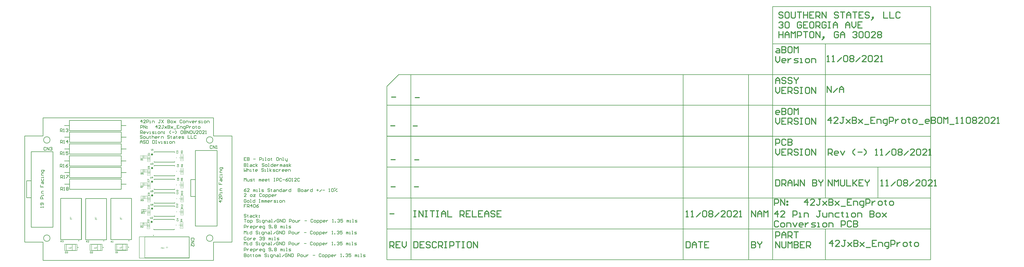
<source format=gto>
G04*
G04 #@! TF.GenerationSoftware,Altium Limited,Altium Designer,18.1.11 (251)*
G04*
G04 Layer_Color=65535*
%FSLAX25Y25*%
%MOIN*%
G70*
G01*
G75*
%ADD10C,0.01968*%
%ADD11C,0.00984*%
%ADD12C,0.00787*%
%ADD13C,0.01000*%
%ADD14C,0.00500*%
%ADD15C,0.02000*%
%ADD16C,0.00591*%
%ADD17C,0.00394*%
G36*
X269272Y22813D02*
X268930D01*
X267608Y24791D01*
Y22813D01*
X267288D01*
Y25332D01*
X267632D01*
X268952Y23355D01*
Y25332D01*
X269272D01*
Y22813D01*
D02*
G37*
G36*
X270762Y25372D02*
X270790D01*
X270824Y25368D01*
X270864Y25364D01*
X270910Y25359D01*
X270957Y25353D01*
X271010Y25344D01*
X271063Y25333D01*
X271119Y25319D01*
X271174Y25304D01*
X271228Y25284D01*
X271283Y25262D01*
X271336Y25237D01*
X271385Y25208D01*
X271389Y25206D01*
X271396Y25201D01*
X271409Y25190D01*
X271427Y25177D01*
X271449Y25161D01*
X271472Y25139D01*
X271500Y25115D01*
X271529Y25086D01*
X271560Y25053D01*
X271591Y25019D01*
X271623Y24979D01*
X271656Y24937D01*
X271687Y24889D01*
X271718Y24840D01*
X271747Y24786D01*
X271773Y24729D01*
Y24727D01*
X271774Y24725D01*
X271778Y24715D01*
X271785Y24698D01*
X271793Y24675D01*
X271803Y24645D01*
X271814Y24611D01*
X271827Y24571D01*
X271838Y24527D01*
X271851Y24478D01*
X271864Y24425D01*
X271874Y24371D01*
X271885Y24311D01*
X271893Y24250D01*
X271900Y24187D01*
X271904Y24121D01*
X271905Y24054D01*
Y24052D01*
Y24048D01*
Y24043D01*
Y24036D01*
Y24027D01*
X271904Y24016D01*
Y23988D01*
X271900Y23954D01*
X271898Y23914D01*
X271893Y23868D01*
X271887Y23819D01*
X271878Y23768D01*
X271869Y23714D01*
X271856Y23655D01*
X271842Y23597D01*
X271825Y23539D01*
X271805Y23481D01*
X271782Y23424D01*
X271756Y23368D01*
X271754Y23364D01*
X271749Y23355D01*
X271740Y23340D01*
X271729Y23319D01*
X271712Y23295D01*
X271694Y23268D01*
X271671Y23235D01*
X271645Y23202D01*
X271618Y23168D01*
X271585Y23129D01*
X271551Y23093D01*
X271512Y23057D01*
X271470Y23020D01*
X271427Y22986D01*
X271379Y22953D01*
X271328Y22922D01*
X271325Y22920D01*
X271316Y22915D01*
X271301Y22907D01*
X271279Y22898D01*
X271254Y22885D01*
X271223Y22873D01*
X271187Y22860D01*
X271148Y22846D01*
X271105Y22831D01*
X271057Y22818D01*
X271006Y22804D01*
X270954Y22793D01*
X270897Y22784D01*
X270839Y22776D01*
X270779Y22771D01*
X270717Y22769D01*
X270691D01*
X270681Y22771D01*
X270653Y22773D01*
X270620Y22774D01*
X270584Y22780D01*
X270542Y22785D01*
X270495Y22793D01*
X270446Y22804D01*
X270395Y22816D01*
X270342Y22831D01*
X270289Y22851D01*
X270236Y22873D01*
X270182Y22898D01*
X270131Y22927D01*
X270082Y22962D01*
X270078Y22964D01*
X270071Y22971D01*
X270056Y22982D01*
X270040Y22998D01*
X270018Y23017D01*
X269994Y23042D01*
X269969Y23069D01*
X269940Y23102D01*
X269911Y23138D01*
X269880Y23178D01*
X269851Y23224D01*
X269822Y23271D01*
X269792Y23324D01*
X269767Y23381D01*
X269742Y23441D01*
X269722Y23504D01*
X270049Y23581D01*
X270051Y23577D01*
X270053Y23568D01*
X270058Y23555D01*
X270065Y23535D01*
X270075Y23513D01*
X270086Y23488D01*
X270100Y23459D01*
X270115Y23428D01*
X270131Y23395D01*
X270151Y23362D01*
X270171Y23330D01*
X270195Y23295D01*
X270220Y23264D01*
X270246Y23233D01*
X270275Y23206D01*
X270306Y23180D01*
X270307Y23178D01*
X270313Y23175D01*
X270322Y23169D01*
X270335Y23160D01*
X270351Y23151D01*
X270371Y23140D01*
X270395Y23129D01*
X270420Y23117D01*
X270449Y23106D01*
X270480Y23095D01*
X270515Y23084D01*
X270551Y23075D01*
X270591Y23066D01*
X270633Y23060D01*
X270677Y23057D01*
X270724Y23055D01*
X270752D01*
X270772Y23057D01*
X270797Y23058D01*
X270826Y23062D01*
X270859Y23066D01*
X270894Y23073D01*
X270932Y23080D01*
X270970Y23089D01*
X271010Y23100D01*
X271052Y23113D01*
X271092Y23129D01*
X271132Y23149D01*
X271172Y23169D01*
X271210Y23195D01*
X271212Y23197D01*
X271219Y23200D01*
X271228Y23210D01*
X271241Y23220D01*
X271257Y23235D01*
X271276Y23251D01*
X271296Y23271D01*
X271318Y23293D01*
X271339Y23319D01*
X271363Y23346D01*
X271385Y23377D01*
X271407Y23412D01*
X271429Y23446D01*
X271449Y23484D01*
X271467Y23524D01*
X271483Y23568D01*
Y23570D01*
X271487Y23579D01*
X271491Y23592D01*
X271496Y23608D01*
X271501Y23630D01*
X271509Y23655D01*
X271514Y23685D01*
X271521Y23717D01*
X271529Y23752D01*
X271536Y23790D01*
X271543Y23830D01*
X271549Y23872D01*
X271558Y23959D01*
X271560Y24005D01*
X271562Y24052D01*
Y24056D01*
Y24067D01*
Y24083D01*
X271560Y24107D01*
X271558Y24134D01*
X271556Y24167D01*
X271554Y24203D01*
X271551Y24241D01*
X271545Y24285D01*
X271540Y24331D01*
X271521Y24423D01*
X271512Y24473D01*
X271500Y24520D01*
X271485Y24567D01*
X271469Y24613D01*
X271467Y24614D01*
X271465Y24624D01*
X271460Y24634D01*
X271450Y24651D01*
X271441Y24671D01*
X271429Y24695D01*
X271414Y24720D01*
X271398Y24747D01*
X271378Y24775D01*
X271356Y24804D01*
X271332Y24835D01*
X271307Y24864D01*
X271278Y24893D01*
X271247Y24920D01*
X271214Y24946D01*
X271178Y24969D01*
X271176Y24971D01*
X271168Y24975D01*
X271157Y24980D01*
X271143Y24988D01*
X271125Y24997D01*
X271103Y25008D01*
X271077Y25017D01*
X271050Y25028D01*
X271019Y25040D01*
X270986Y25049D01*
X270950Y25060D01*
X270914Y25069D01*
X270873Y25077D01*
X270833Y25082D01*
X270792Y25086D01*
X270750Y25088D01*
X270737D01*
X270723Y25086D01*
X270702D01*
X270679Y25082D01*
X270652Y25079D01*
X270619Y25075D01*
X270586Y25068D01*
X270550Y25059D01*
X270511Y25048D01*
X270471Y25035D01*
X270431Y25020D01*
X270391Y25002D01*
X270351Y24980D01*
X270313Y24955D01*
X270275Y24928D01*
X270273Y24926D01*
X270266Y24920D01*
X270256Y24911D01*
X270244Y24897D01*
X270227Y24880D01*
X270209Y24860D01*
X270189Y24835D01*
X270169Y24807D01*
X270147Y24775D01*
X270126Y24740D01*
X270102Y24700D01*
X270082Y24656D01*
X270060Y24611D01*
X270042Y24560D01*
X270025Y24507D01*
X270011Y24449D01*
X269678Y24533D01*
Y24534D01*
X269680Y24538D01*
X269681Y24543D01*
X269683Y24551D01*
X269685Y24560D01*
X269689Y24573D01*
X269698Y24600D01*
X269710Y24634D01*
X269725Y24673D01*
X269743Y24716D01*
X269765Y24764D01*
X269789Y24815D01*
X269816Y24866D01*
X269847Y24917D01*
X269882Y24969D01*
X269920Y25020D01*
X269962Y25069D01*
X270007Y25115D01*
X270056Y25159D01*
X270060Y25161D01*
X270069Y25168D01*
X270084Y25179D01*
X270106Y25192D01*
X270131Y25208D01*
X270164Y25226D01*
X270200Y25246D01*
X270242Y25266D01*
X270287Y25286D01*
X270338Y25306D01*
X270393Y25324D01*
X270451Y25341D01*
X270515Y25353D01*
X270581Y25364D01*
X270650Y25372D01*
X270723Y25374D01*
X270750D01*
X270762Y25372D01*
D02*
G37*
G36*
X266891Y25330D02*
Y25326D01*
Y25321D01*
Y25313D01*
Y25302D01*
X266890Y25292D01*
X266888Y25262D01*
X266884Y25232D01*
X266879Y25195D01*
X266869Y25157D01*
X266857Y25119D01*
Y25117D01*
X266853Y25111D01*
X266849Y25102D01*
X266844Y25089D01*
X266839Y25073D01*
X266829Y25055D01*
X266819Y25035D01*
X266808Y25013D01*
X266795Y24988D01*
X266778Y24962D01*
X266744Y24906D01*
X266702Y24846D01*
X266653Y24784D01*
X266651Y24782D01*
X266646Y24777D01*
X266638Y24767D01*
X266628Y24755D01*
X266613Y24738D01*
X266595Y24720D01*
X266575Y24698D01*
X266549Y24675D01*
X266522Y24647D01*
X266493Y24618D01*
X266460Y24587D01*
X266424Y24553D01*
X266384Y24518D01*
X266342Y24482D01*
X266296Y24443D01*
X266249Y24403D01*
X266247Y24402D01*
X266243Y24400D01*
X266238Y24394D01*
X266231Y24389D01*
X266222Y24380D01*
X266211Y24371D01*
X266183Y24347D01*
X266149Y24320D01*
X266112Y24285D01*
X266071Y24249D01*
X266027Y24209D01*
X265980Y24167D01*
X265934Y24123D01*
X265887Y24079D01*
X265843Y24034D01*
X265799Y23990D01*
X265761Y23948D01*
X265725Y23907D01*
X265696Y23868D01*
X265694Y23866D01*
X265690Y23859D01*
X265683Y23848D01*
X265672Y23836D01*
X265661Y23817D01*
X265650Y23797D01*
X265636Y23774D01*
X265623Y23748D01*
X265610Y23721D01*
X265596Y23692D01*
X265572Y23628D01*
X265563Y23595D01*
X265556Y23563D01*
X265552Y23530D01*
X265550Y23497D01*
Y23495D01*
Y23488D01*
Y23479D01*
X265552Y23466D01*
X265554Y23450D01*
X265557Y23431D01*
X265561Y23412D01*
X265566Y23390D01*
X265574Y23366D01*
X265583Y23340D01*
X265594Y23315D01*
X265606Y23290D01*
X265621Y23262D01*
X265639Y23237D01*
X265659Y23211D01*
X265683Y23188D01*
X265685Y23186D01*
X265688Y23182D01*
X265696Y23177D01*
X265706Y23168D01*
X265719Y23158D01*
X265736Y23148D01*
X265754Y23135D01*
X265774Y23124D01*
X265797Y23111D01*
X265823Y23100D01*
X265852Y23089D01*
X265881Y23080D01*
X265914Y23071D01*
X265949Y23066D01*
X265985Y23062D01*
X266023Y23060D01*
X266045D01*
X266060Y23062D01*
X266080Y23064D01*
X266102Y23067D01*
X266125Y23071D01*
X266152Y23077D01*
X266180Y23084D01*
X266209Y23093D01*
X266238Y23104D01*
X266269Y23117D01*
X266298Y23133D01*
X266327Y23151D01*
X266356Y23171D01*
X266382Y23195D01*
X266384Y23197D01*
X266387Y23200D01*
X266394Y23210D01*
X266402Y23219D01*
X266413Y23233D01*
X266424Y23249D01*
X266436Y23269D01*
X266447Y23291D01*
X266460Y23315D01*
X266473Y23344D01*
X266484Y23373D01*
X266495Y23406D01*
X266502Y23442D01*
X266509Y23481D01*
X266513Y23521D01*
X266515Y23564D01*
X266833Y23532D01*
Y23530D01*
Y23528D01*
X266831Y23523D01*
Y23515D01*
X266829Y23497D01*
X266824Y23473D01*
X266819Y23444D01*
X266811Y23410D01*
X266802Y23371D01*
X266791Y23331D01*
X266777Y23288D01*
X266760Y23244D01*
X266740Y23199D01*
X266717Y23153D01*
X266691Y23109D01*
X266660Y23067D01*
X266628Y23028D01*
X266589Y22991D01*
X266587Y22989D01*
X266580Y22984D01*
X266567Y22973D01*
X266551Y22962D01*
X266529Y22947D01*
X266504Y22931D01*
X266473Y22915D01*
X266438Y22896D01*
X266398Y22880D01*
X266356Y22864D01*
X266309Y22847D01*
X266258Y22833D01*
X266203Y22820D01*
X266145Y22811D01*
X266083Y22805D01*
X266018Y22804D01*
X266001D01*
X265983Y22805D01*
X265958Y22807D01*
X265927Y22809D01*
X265892Y22815D01*
X265852Y22820D01*
X265810Y22829D01*
X265765Y22840D01*
X265719Y22853D01*
X265670Y22869D01*
X265623Y22889D01*
X265576Y22913D01*
X265530Y22938D01*
X265486Y22969D01*
X265444Y23006D01*
X265443Y23008D01*
X265435Y23015D01*
X265424Y23026D01*
X265412Y23042D01*
X265395Y23060D01*
X265377Y23084D01*
X265357Y23111D01*
X265337Y23142D01*
X265319Y23177D01*
X265299Y23215D01*
X265281Y23257D01*
X265264Y23301D01*
X265251Y23348D01*
X265241Y23397D01*
X265233Y23450D01*
X265231Y23504D01*
Y23506D01*
Y23512D01*
Y23519D01*
Y23530D01*
X265233Y23544D01*
X265235Y23559D01*
X265237Y23577D01*
X265239Y23597D01*
X265246Y23643D01*
X265257Y23694D01*
X265273Y23746D01*
X265293Y23801D01*
Y23803D01*
X265297Y23808D01*
X265301Y23816D01*
X265306Y23826D01*
X265312Y23839D01*
X265321Y23856D01*
X265330Y23874D01*
X265342Y23894D01*
X265355Y23916D01*
X265370Y23939D01*
X265406Y23992D01*
X265426Y24019D01*
X265448Y24048D01*
X265474Y24078D01*
X265499Y24109D01*
X265501Y24110D01*
X265506Y24116D01*
X265514Y24125D01*
X265526Y24138D01*
X265543Y24154D01*
X265563Y24174D01*
X265585Y24198D01*
X265612Y24225D01*
X265643Y24254D01*
X265679Y24287D01*
X265718Y24323D01*
X265761Y24363D01*
X265809Y24405D01*
X265859Y24451D01*
X265916Y24500D01*
X265976Y24551D01*
X265980Y24553D01*
X265989Y24562D01*
X266001Y24573D01*
X266020Y24589D01*
X266043Y24607D01*
X266067Y24629D01*
X266094Y24653D01*
X266123Y24678D01*
X266185Y24731D01*
X266214Y24758D01*
X266243Y24784D01*
X266271Y24809D01*
X266294Y24831D01*
X266316Y24851D01*
X266333Y24869D01*
X266336Y24873D01*
X266345Y24884D01*
X266360Y24900D01*
X266378Y24920D01*
X266398Y24946D01*
X266420Y24973D01*
X266442Y25004D01*
X266462Y25035D01*
X265228D01*
Y25332D01*
X266891D01*
Y25330D01*
D02*
G37*
G36*
X188500Y23181D02*
X187584D01*
X187561Y23183D01*
X187532D01*
X187501Y23185D01*
X187466D01*
X187393Y23190D01*
X187319Y23196D01*
X187282Y23201D01*
X187248Y23205D01*
X187215Y23210D01*
X187184Y23217D01*
X187182D01*
X187175Y23219D01*
X187164Y23223D01*
X187148Y23227D01*
X187129Y23234D01*
X187108Y23241D01*
X187084Y23248D01*
X187057Y23259D01*
X187000Y23283D01*
X186938Y23316D01*
X186877Y23352D01*
X186846Y23374D01*
X186817Y23398D01*
X186815Y23400D01*
X186807Y23405D01*
X186796Y23416D01*
X186784Y23429D01*
X186767Y23445D01*
X186747Y23465D01*
X186727Y23489D01*
X186704Y23514D01*
X186680Y23545D01*
X186656Y23578D01*
X186631Y23613D01*
X186605Y23651D01*
X186582Y23693D01*
X186560Y23734D01*
X186538Y23782D01*
X186518Y23829D01*
X186516Y23833D01*
X186514Y23842D01*
X186509Y23855D01*
X186502Y23875D01*
X186494Y23900D01*
X186487Y23929D01*
X186478Y23964D01*
X186467Y24002D01*
X186458Y24044D01*
X186449Y24091D01*
X186442Y24140D01*
X186434Y24193D01*
X186427Y24248D01*
X186422Y24306D01*
X186420Y24366D01*
X186418Y24428D01*
Y24431D01*
Y24441D01*
Y24455D01*
X186420Y24477D01*
Y24501D01*
X186422Y24530D01*
X186423Y24563D01*
X186427Y24599D01*
X186431Y24637D01*
X186434Y24679D01*
X186447Y24765D01*
X186463Y24852D01*
X186485Y24937D01*
Y24939D01*
X186489Y24947D01*
X186493Y24959D01*
X186498Y24974D01*
X186504Y24992D01*
X186513Y25014D01*
X186522Y25039D01*
X186533Y25065D01*
X186556Y25123D01*
X186587Y25185D01*
X186620Y25245D01*
X186658Y25303D01*
X186660Y25305D01*
X186664Y25309D01*
X186669Y25318D01*
X186676Y25327D01*
X186686Y25340D01*
X186698Y25354D01*
X186725Y25387D01*
X186760Y25423D01*
X186798Y25462D01*
X186842Y25498D01*
X186888Y25533D01*
X186889D01*
X186893Y25536D01*
X186900Y25540D01*
X186909Y25545D01*
X186922Y25553D01*
X186937Y25560D01*
X186953Y25569D01*
X186971Y25578D01*
X186993Y25589D01*
X187015Y25600D01*
X187040Y25609D01*
X187066Y25620D01*
X187124Y25640D01*
X187188Y25658D01*
X187190D01*
X187195Y25660D01*
X187206Y25662D01*
X187219Y25665D01*
X187235Y25667D01*
X187255Y25671D01*
X187279Y25675D01*
X187304Y25678D01*
X187333Y25684D01*
X187364Y25687D01*
X187397Y25691D01*
X187434Y25693D01*
X187470Y25696D01*
X187510Y25698D01*
X187592Y25700D01*
X188500D01*
Y23181D01*
D02*
G37*
G36*
X185230Y23731D02*
X185231Y23733D01*
X185235Y23736D01*
X185240Y23742D01*
X185249Y23749D01*
X185260Y23758D01*
X185275Y23771D01*
X185291Y23784D01*
X185308Y23798D01*
X185330Y23813D01*
X185351Y23831D01*
X185375Y23847D01*
X185400Y23867D01*
X185430Y23886D01*
X185459Y23905D01*
X185524Y23945D01*
X185526Y23947D01*
X185532Y23951D01*
X185543Y23956D01*
X185555Y23962D01*
X185570Y23971D01*
X185588Y23982D01*
X185610Y23993D01*
X185632Y24006D01*
X185683Y24031D01*
X185737Y24057D01*
X185794Y24082D01*
X185848Y24104D01*
Y23805D01*
X185845Y23804D01*
X185837Y23800D01*
X185823Y23793D01*
X185805Y23784D01*
X185783Y23773D01*
X185755Y23758D01*
X185726Y23742D01*
X185695Y23723D01*
X185661Y23702D01*
X185624Y23680D01*
X185548Y23629D01*
X185470Y23572D01*
X185395Y23510D01*
X185393Y23509D01*
X185386Y23503D01*
X185377Y23494D01*
X185364Y23481D01*
X185348Y23465D01*
X185330Y23447D01*
X185310Y23425D01*
X185288Y23403D01*
X185266Y23378D01*
X185242Y23350D01*
X185197Y23294D01*
X185155Y23234D01*
X185137Y23203D01*
X185120Y23172D01*
X184920D01*
Y25700D01*
X185230D01*
Y23731D01*
D02*
G37*
G36*
X188000Y83789D02*
X186031D01*
X186033Y83787D01*
X186036Y83783D01*
X186042Y83778D01*
X186049Y83768D01*
X186058Y83758D01*
X186071Y83743D01*
X186083Y83727D01*
X186098Y83710D01*
X186113Y83688D01*
X186131Y83667D01*
X186147Y83643D01*
X186167Y83618D01*
X186186Y83588D01*
X186205Y83559D01*
X186246Y83494D01*
X186247Y83492D01*
X186251Y83486D01*
X186256Y83476D01*
X186262Y83463D01*
X186271Y83448D01*
X186282Y83430D01*
X186293Y83408D01*
X186306Y83386D01*
X186331Y83335D01*
X186356Y83281D01*
X186382Y83224D01*
X186404Y83170D01*
X186105D01*
X186104Y83173D01*
X186100Y83181D01*
X186093Y83195D01*
X186083Y83213D01*
X186073Y83235D01*
X186058Y83263D01*
X186042Y83292D01*
X186023Y83323D01*
X186002Y83357D01*
X185980Y83394D01*
X185929Y83470D01*
X185872Y83548D01*
X185810Y83623D01*
X185809Y83625D01*
X185803Y83632D01*
X185794Y83641D01*
X185781Y83654D01*
X185765Y83670D01*
X185747Y83688D01*
X185725Y83709D01*
X185703Y83730D01*
X185678Y83752D01*
X185650Y83776D01*
X185594Y83821D01*
X185534Y83863D01*
X185503Y83881D01*
X185472Y83898D01*
Y84098D01*
X188000D01*
Y83789D01*
D02*
G37*
G36*
Y82342D02*
X186730Y81444D01*
X187126Y81033D01*
X188000D01*
Y80700D01*
X185481D01*
Y81033D01*
X186732D01*
X185481Y82283D01*
Y82737D01*
X186504Y81677D01*
X188000Y82782D01*
Y82342D01*
D02*
G37*
G36*
X139250Y22681D02*
X138335D01*
X138311Y22683D01*
X138282D01*
X138251Y22685D01*
X138216D01*
X138143Y22690D01*
X138069Y22696D01*
X138032Y22701D01*
X137998Y22705D01*
X137965Y22710D01*
X137934Y22717D01*
X137932D01*
X137925Y22719D01*
X137914Y22723D01*
X137898Y22727D01*
X137880Y22734D01*
X137858Y22741D01*
X137834Y22749D01*
X137807Y22759D01*
X137750Y22783D01*
X137688Y22816D01*
X137627Y22852D01*
X137596Y22874D01*
X137566Y22898D01*
X137565Y22899D01*
X137557Y22905D01*
X137547Y22916D01*
X137534Y22929D01*
X137517Y22945D01*
X137497Y22965D01*
X137477Y22989D01*
X137454Y23014D01*
X137430Y23045D01*
X137406Y23078D01*
X137381Y23112D01*
X137355Y23151D01*
X137332Y23192D01*
X137310Y23234D01*
X137288Y23282D01*
X137268Y23329D01*
X137266Y23333D01*
X137264Y23342D01*
X137259Y23355D01*
X137252Y23374D01*
X137244Y23400D01*
X137237Y23429D01*
X137228Y23464D01*
X137217Y23502D01*
X137208Y23544D01*
X137199Y23591D01*
X137192Y23640D01*
X137184Y23693D01*
X137177Y23748D01*
X137172Y23806D01*
X137170Y23866D01*
X137168Y23928D01*
Y23932D01*
Y23941D01*
Y23955D01*
X137170Y23977D01*
Y24001D01*
X137172Y24030D01*
X137173Y24062D01*
X137177Y24099D01*
X137181Y24137D01*
X137184Y24179D01*
X137197Y24264D01*
X137213Y24352D01*
X137235Y24437D01*
Y24439D01*
X137239Y24446D01*
X137242Y24459D01*
X137248Y24474D01*
X137253Y24492D01*
X137263Y24514D01*
X137272Y24539D01*
X137283Y24565D01*
X137306Y24623D01*
X137337Y24685D01*
X137370Y24745D01*
X137408Y24803D01*
X137410Y24805D01*
X137414Y24809D01*
X137419Y24818D01*
X137426Y24827D01*
X137435Y24840D01*
X137448Y24854D01*
X137476Y24887D01*
X137510Y24923D01*
X137548Y24962D01*
X137592Y24998D01*
X137637Y25033D01*
X137639D01*
X137643Y25036D01*
X137650Y25040D01*
X137659Y25045D01*
X137672Y25053D01*
X137687Y25060D01*
X137703Y25069D01*
X137721Y25078D01*
X137743Y25089D01*
X137765Y25100D01*
X137790Y25109D01*
X137816Y25120D01*
X137874Y25140D01*
X137938Y25158D01*
X137940D01*
X137945Y25160D01*
X137956Y25162D01*
X137969Y25165D01*
X137985Y25167D01*
X138005Y25171D01*
X138029Y25174D01*
X138054Y25178D01*
X138083Y25184D01*
X138114Y25187D01*
X138147Y25191D01*
X138183Y25193D01*
X138220Y25196D01*
X138260Y25198D01*
X138342Y25200D01*
X139250D01*
Y22681D01*
D02*
G37*
G36*
X136873Y25198D02*
Y25194D01*
Y25189D01*
Y25182D01*
Y25171D01*
X136871Y25160D01*
X136869Y25131D01*
X136866Y25100D01*
X136860Y25063D01*
X136851Y25025D01*
X136838Y24987D01*
Y24985D01*
X136835Y24980D01*
X136831Y24971D01*
X136826Y24958D01*
X136820Y24942D01*
X136811Y24923D01*
X136800Y24903D01*
X136789Y24882D01*
X136777Y24856D01*
X136760Y24830D01*
X136726Y24774D01*
X136684Y24714D01*
X136635Y24652D01*
X136633Y24650D01*
X136627Y24645D01*
X136620Y24636D01*
X136609Y24623D01*
X136595Y24607D01*
X136576Y24588D01*
X136556Y24567D01*
X136531Y24543D01*
X136504Y24516D01*
X136475Y24487D01*
X136442Y24456D01*
X136405Y24421D01*
X136365Y24386D01*
X136323Y24350D01*
X136278Y24312D01*
X136231Y24272D01*
X136229Y24270D01*
X136225Y24268D01*
X136220Y24263D01*
X136212Y24257D01*
X136203Y24248D01*
X136192Y24239D01*
X136165Y24215D01*
X136130Y24188D01*
X136094Y24153D01*
X136052Y24117D01*
X136009Y24077D01*
X135961Y24035D01*
X135916Y23991D01*
X135868Y23948D01*
X135825Y23902D01*
X135781Y23859D01*
X135743Y23817D01*
X135706Y23775D01*
X135677Y23737D01*
X135676Y23735D01*
X135672Y23728D01*
X135665Y23717D01*
X135654Y23704D01*
X135643Y23686D01*
X135632Y23666D01*
X135617Y23642D01*
X135605Y23617D01*
X135592Y23589D01*
X135577Y23560D01*
X135554Y23496D01*
X135545Y23464D01*
X135537Y23431D01*
X135534Y23398D01*
X135532Y23365D01*
Y23364D01*
Y23356D01*
Y23347D01*
X135534Y23335D01*
X135535Y23318D01*
X135539Y23300D01*
X135543Y23280D01*
X135548Y23258D01*
X135555Y23234D01*
X135564Y23209D01*
X135575Y23183D01*
X135588Y23158D01*
X135603Y23131D01*
X135621Y23105D01*
X135641Y23080D01*
X135665Y23056D01*
X135666Y23054D01*
X135670Y23051D01*
X135677Y23045D01*
X135688Y23036D01*
X135701Y23027D01*
X135717Y23016D01*
X135736Y23003D01*
X135756Y22992D01*
X135779Y22980D01*
X135805Y22969D01*
X135834Y22958D01*
X135863Y22949D01*
X135896Y22940D01*
X135930Y22934D01*
X135967Y22930D01*
X136005Y22929D01*
X136027D01*
X136041Y22930D01*
X136061Y22932D01*
X136083Y22936D01*
X136107Y22940D01*
X136134Y22945D01*
X136161Y22952D01*
X136191Y22961D01*
X136220Y22972D01*
X136251Y22985D01*
X136280Y23001D01*
X136309Y23020D01*
X136338Y23040D01*
X136363Y23063D01*
X136365Y23065D01*
X136369Y23069D01*
X136376Y23078D01*
X136383Y23087D01*
X136394Y23101D01*
X136405Y23118D01*
X136418Y23138D01*
X136429Y23160D01*
X136442Y23183D01*
X136454Y23213D01*
X136465Y23242D01*
X136476Y23274D01*
X136484Y23311D01*
X136491Y23349D01*
X136495Y23389D01*
X136496Y23433D01*
X136815Y23400D01*
Y23398D01*
Y23396D01*
X136813Y23391D01*
Y23384D01*
X136811Y23365D01*
X136806Y23342D01*
X136800Y23313D01*
X136793Y23278D01*
X136784Y23240D01*
X136773Y23200D01*
X136758Y23156D01*
X136742Y23112D01*
X136722Y23067D01*
X136698Y23021D01*
X136673Y22978D01*
X136642Y22936D01*
X136609Y22896D01*
X136571Y22860D01*
X136569Y22858D01*
X136562Y22852D01*
X136549Y22841D01*
X136533Y22830D01*
X136511Y22816D01*
X136485Y22799D01*
X136454Y22783D01*
X136420Y22765D01*
X136380Y22749D01*
X136338Y22732D01*
X136291Y22716D01*
X136240Y22701D01*
X136185Y22688D01*
X136127Y22679D01*
X136065Y22674D01*
X136000Y22672D01*
X135983D01*
X135965Y22674D01*
X135939Y22676D01*
X135908Y22678D01*
X135874Y22683D01*
X135834Y22688D01*
X135792Y22697D01*
X135747Y22708D01*
X135701Y22721D01*
X135652Y22738D01*
X135605Y22758D01*
X135557Y22781D01*
X135512Y22807D01*
X135468Y22838D01*
X135426Y22874D01*
X135424Y22876D01*
X135417Y22883D01*
X135406Y22894D01*
X135393Y22910D01*
X135377Y22929D01*
X135359Y22952D01*
X135339Y22980D01*
X135319Y23010D01*
X135301Y23045D01*
X135281Y23083D01*
X135262Y23125D01*
X135246Y23169D01*
X135233Y23216D01*
X135222Y23265D01*
X135215Y23318D01*
X135213Y23373D01*
Y23374D01*
Y23380D01*
Y23387D01*
Y23398D01*
X135215Y23413D01*
X135217Y23427D01*
X135219Y23446D01*
X135221Y23465D01*
X135228Y23511D01*
X135239Y23562D01*
X135255Y23615D01*
X135275Y23669D01*
Y23671D01*
X135279Y23677D01*
X135282Y23684D01*
X135288Y23695D01*
X135293Y23708D01*
X135302Y23724D01*
X135311Y23742D01*
X135324Y23762D01*
X135337Y23784D01*
X135352Y23808D01*
X135388Y23860D01*
X135408Y23888D01*
X135430Y23917D01*
X135455Y23946D01*
X135481Y23977D01*
X135483Y23979D01*
X135488Y23984D01*
X135495Y23993D01*
X135508Y24006D01*
X135524Y24023D01*
X135545Y24043D01*
X135566Y24066D01*
X135594Y24093D01*
X135625Y24123D01*
X135661Y24155D01*
X135699Y24192D01*
X135743Y24232D01*
X135790Y24274D01*
X135841Y24319D01*
X135898Y24368D01*
X135958Y24419D01*
X135961Y24421D01*
X135970Y24430D01*
X135983Y24441D01*
X136001Y24457D01*
X136025Y24476D01*
X136049Y24498D01*
X136076Y24521D01*
X136105Y24547D01*
X136167Y24599D01*
X136196Y24627D01*
X136225Y24652D01*
X136252Y24678D01*
X136276Y24700D01*
X136298Y24720D01*
X136314Y24738D01*
X136318Y24741D01*
X136327Y24752D01*
X136342Y24769D01*
X136360Y24789D01*
X136380Y24814D01*
X136402Y24841D01*
X136424Y24872D01*
X136444Y24903D01*
X135210D01*
Y25200D01*
X136873D01*
Y25198D01*
D02*
G37*
G36*
X139188Y82643D02*
X139186D01*
X139182D01*
X139177D01*
X139169D01*
X139158D01*
X139147Y82645D01*
X139118Y82647D01*
X139087Y82650D01*
X139051Y82656D01*
X139013Y82665D01*
X138975Y82678D01*
X138973D01*
X138967Y82681D01*
X138958Y82685D01*
X138945Y82690D01*
X138929Y82696D01*
X138911Y82705D01*
X138891Y82716D01*
X138869Y82727D01*
X138844Y82739D01*
X138818Y82756D01*
X138762Y82790D01*
X138702Y82832D01*
X138640Y82881D01*
X138638Y82883D01*
X138632Y82889D01*
X138623Y82896D01*
X138611Y82907D01*
X138594Y82921D01*
X138576Y82940D01*
X138554Y82960D01*
X138531Y82985D01*
X138503Y83012D01*
X138474Y83042D01*
X138443Y83074D01*
X138409Y83111D01*
X138374Y83151D01*
X138338Y83193D01*
X138299Y83238D01*
X138259Y83285D01*
X138258Y83287D01*
X138256Y83291D01*
X138250Y83296D01*
X138245Y83304D01*
X138236Y83313D01*
X138226Y83324D01*
X138203Y83351D01*
X138176Y83385D01*
X138141Y83422D01*
X138105Y83464D01*
X138065Y83507D01*
X138023Y83555D01*
X137979Y83600D01*
X137935Y83648D01*
X137890Y83691D01*
X137846Y83735D01*
X137804Y83773D01*
X137762Y83810D01*
X137724Y83839D01*
X137722Y83841D01*
X137715Y83844D01*
X137704Y83851D01*
X137691Y83862D01*
X137673Y83873D01*
X137653Y83884D01*
X137630Y83899D01*
X137604Y83912D01*
X137577Y83924D01*
X137548Y83939D01*
X137484Y83963D01*
X137451Y83972D01*
X137418Y83979D01*
X137386Y83982D01*
X137353Y83984D01*
X137351D01*
X137344D01*
X137335D01*
X137322Y83982D01*
X137306Y83981D01*
X137287Y83977D01*
X137267Y83973D01*
X137246Y83968D01*
X137222Y83961D01*
X137196Y83951D01*
X137171Y83941D01*
X137145Y83928D01*
X137118Y83913D01*
X137093Y83895D01*
X137067Y83875D01*
X137043Y83851D01*
X137042Y83850D01*
X137038Y83846D01*
X137033Y83839D01*
X137023Y83828D01*
X137014Y83815D01*
X137004Y83799D01*
X136991Y83780D01*
X136980Y83760D01*
X136967Y83737D01*
X136956Y83711D01*
X136945Y83682D01*
X136936Y83653D01*
X136927Y83620D01*
X136922Y83586D01*
X136918Y83549D01*
X136916Y83511D01*
Y83489D01*
X136918Y83475D01*
X136920Y83455D01*
X136923Y83433D01*
X136927Y83409D01*
X136933Y83382D01*
X136940Y83355D01*
X136949Y83325D01*
X136960Y83296D01*
X136973Y83265D01*
X136989Y83236D01*
X137007Y83207D01*
X137027Y83178D01*
X137051Y83153D01*
X137053Y83151D01*
X137056Y83147D01*
X137065Y83140D01*
X137074Y83132D01*
X137089Y83122D01*
X137105Y83111D01*
X137125Y83098D01*
X137147Y83087D01*
X137171Y83074D01*
X137200Y83061D01*
X137229Y83051D01*
X137262Y83040D01*
X137298Y83032D01*
X137337Y83025D01*
X137377Y83021D01*
X137420Y83020D01*
X137388Y82701D01*
X137386D01*
X137384D01*
X137378Y82703D01*
X137371D01*
X137353Y82705D01*
X137329Y82710D01*
X137300Y82716D01*
X137266Y82723D01*
X137227Y82732D01*
X137187Y82743D01*
X137144Y82758D01*
X137100Y82774D01*
X137055Y82794D01*
X137009Y82818D01*
X136965Y82843D01*
X136923Y82874D01*
X136883Y82907D01*
X136847Y82945D01*
X136845Y82947D01*
X136840Y82954D01*
X136829Y82967D01*
X136818Y82983D01*
X136803Y83005D01*
X136787Y83031D01*
X136770Y83061D01*
X136752Y83096D01*
X136736Y83136D01*
X136720Y83178D01*
X136703Y83225D01*
X136689Y83276D01*
X136676Y83331D01*
X136667Y83389D01*
X136661Y83451D01*
X136660Y83517D01*
Y83533D01*
X136661Y83551D01*
X136663Y83577D01*
X136665Y83608D01*
X136670Y83642D01*
X136676Y83682D01*
X136685Y83724D01*
X136696Y83770D01*
X136709Y83815D01*
X136725Y83864D01*
X136745Y83912D01*
X136769Y83959D01*
X136794Y84004D01*
X136825Y84048D01*
X136862Y84090D01*
X136863Y84092D01*
X136871Y84099D01*
X136882Y84110D01*
X136898Y84123D01*
X136916Y84139D01*
X136940Y84157D01*
X136967Y84177D01*
X136998Y84197D01*
X137033Y84215D01*
X137071Y84236D01*
X137113Y84254D01*
X137156Y84270D01*
X137204Y84283D01*
X137253Y84294D01*
X137306Y84301D01*
X137360Y84303D01*
X137362D01*
X137367D01*
X137375D01*
X137386D01*
X137400Y84301D01*
X137415Y84299D01*
X137433Y84297D01*
X137453Y84295D01*
X137498Y84288D01*
X137549Y84277D01*
X137602Y84261D01*
X137657Y84241D01*
X137659D01*
X137664Y84237D01*
X137671Y84234D01*
X137682Y84228D01*
X137695Y84223D01*
X137712Y84214D01*
X137730Y84205D01*
X137750Y84192D01*
X137771Y84179D01*
X137795Y84165D01*
X137848Y84128D01*
X137875Y84108D01*
X137904Y84086D01*
X137934Y84061D01*
X137964Y84035D01*
X137966Y84033D01*
X137972Y84028D01*
X137981Y84021D01*
X137994Y84008D01*
X138010Y83992D01*
X138030Y83972D01*
X138054Y83950D01*
X138081Y83922D01*
X138110Y83891D01*
X138143Y83855D01*
X138179Y83817D01*
X138219Y83773D01*
X138261Y83726D01*
X138307Y83675D01*
X138356Y83618D01*
X138407Y83558D01*
X138409Y83555D01*
X138418Y83546D01*
X138429Y83533D01*
X138445Y83515D01*
X138463Y83491D01*
X138485Y83467D01*
X138509Y83440D01*
X138534Y83411D01*
X138587Y83349D01*
X138614Y83320D01*
X138640Y83291D01*
X138665Y83264D01*
X138687Y83240D01*
X138707Y83218D01*
X138725Y83202D01*
X138729Y83198D01*
X138740Y83189D01*
X138756Y83174D01*
X138776Y83156D01*
X138802Y83136D01*
X138829Y83114D01*
X138860Y83092D01*
X138891Y83073D01*
Y84306D01*
X139188D01*
Y82643D01*
D02*
G37*
G36*
Y82090D02*
X137917Y81192D01*
X138314Y80781D01*
X139188D01*
Y80448D01*
X136669D01*
Y80781D01*
X137919D01*
X136669Y82031D01*
Y82485D01*
X137691Y81425D01*
X139188Y82530D01*
Y82090D01*
D02*
G37*
G36*
X86817Y25244D02*
X86839Y25242D01*
X86868Y25240D01*
X86901Y25235D01*
X86937Y25229D01*
X86977Y25220D01*
X87019Y25211D01*
X87064Y25198D01*
X87110Y25182D01*
X87157Y25162D01*
X87203Y25140D01*
X87248Y25115D01*
X87294Y25084D01*
X87335Y25049D01*
X87337Y25047D01*
X87345Y25040D01*
X87356Y25029D01*
X87370Y25012D01*
X87387Y24993D01*
X87406Y24969D01*
X87427Y24942D01*
X87448Y24911D01*
X87470Y24876D01*
X87492Y24836D01*
X87512Y24794D01*
X87532Y24749D01*
X87549Y24700D01*
X87565Y24648D01*
X87576Y24594D01*
X87583Y24536D01*
X87274Y24494D01*
Y24498D01*
X87272Y24505D01*
X87268Y24519D01*
X87263Y24538D01*
X87257Y24559D01*
X87250Y24583D01*
X87241Y24610D01*
X87232Y24639D01*
X87206Y24703D01*
X87175Y24765D01*
X87157Y24796D01*
X87137Y24825D01*
X87117Y24851D01*
X87094Y24874D01*
X87092Y24876D01*
X87088Y24880D01*
X87081Y24885D01*
X87070Y24892D01*
X87059Y24902D01*
X87042Y24911D01*
X87026Y24922D01*
X87006Y24931D01*
X86984Y24942D01*
X86961Y24952D01*
X86935Y24962D01*
X86908Y24971D01*
X86879Y24978D01*
X86848Y24983D01*
X86817Y24987D01*
X86782Y24989D01*
X86773D01*
X86760Y24987D01*
X86746D01*
X86726Y24983D01*
X86704Y24982D01*
X86680Y24976D01*
X86653Y24971D01*
X86626Y24962D01*
X86595Y24952D01*
X86564Y24940D01*
X86533Y24925D01*
X86502Y24907D01*
X86471Y24887D01*
X86442Y24865D01*
X86413Y24838D01*
X86411Y24836D01*
X86405Y24830D01*
X86398Y24823D01*
X86389Y24811D01*
X86378Y24796D01*
X86365Y24778D01*
X86351Y24758D01*
X86336Y24734D01*
X86324Y24709D01*
X86309Y24679D01*
X86296Y24650D01*
X86285Y24616D01*
X86276Y24581D01*
X86269Y24545D01*
X86264Y24505D01*
X86262Y24465D01*
Y24463D01*
Y24456D01*
Y24445D01*
X86264Y24428D01*
X86265Y24412D01*
X86269Y24390D01*
X86273Y24366D01*
X86280Y24341D01*
X86287Y24314D01*
X86296Y24284D01*
X86307Y24255D01*
X86320Y24226D01*
X86336Y24197D01*
X86356Y24168D01*
X86376Y24141D01*
X86402Y24114D01*
X86404Y24112D01*
X86407Y24108D01*
X86416Y24101D01*
X86427Y24092D01*
X86440Y24081D01*
X86457Y24070D01*
X86476Y24057D01*
X86498Y24044D01*
X86522Y24032D01*
X86549Y24019D01*
X86578Y24008D01*
X86609Y23997D01*
X86642Y23988D01*
X86678Y23981D01*
X86715Y23977D01*
X86755Y23975D01*
X86771D01*
X86790Y23977D01*
X86815Y23979D01*
X86848Y23982D01*
X86884Y23990D01*
X86926Y23997D01*
X86973Y24008D01*
X86939Y23737D01*
X86933D01*
X86928Y23739D01*
X86921D01*
X86904Y23740D01*
X86870D01*
X86857Y23739D01*
X86839Y23737D01*
X86819Y23735D01*
X86797Y23731D01*
X86771Y23728D01*
X86744Y23722D01*
X86717Y23715D01*
X86657Y23697D01*
X86626Y23686D01*
X86595Y23671D01*
X86564Y23657D01*
X86535Y23638D01*
X86533Y23637D01*
X86527Y23633D01*
X86520Y23628D01*
X86509Y23618D01*
X86498Y23607D01*
X86484Y23595D01*
X86471Y23578D01*
X86455Y23560D01*
X86440Y23538D01*
X86426Y23515D01*
X86413Y23489D01*
X86402Y23460D01*
X86391Y23429D01*
X86384Y23395D01*
X86378Y23358D01*
X86376Y23320D01*
Y23318D01*
Y23313D01*
Y23304D01*
X86378Y23291D01*
X86380Y23278D01*
X86382Y23260D01*
X86386Y23242D01*
X86391Y23222D01*
X86405Y23178D01*
X86415Y23154D01*
X86426Y23131D01*
X86438Y23107D01*
X86455Y23083D01*
X86473Y23062D01*
X86493Y23040D01*
X86495Y23038D01*
X86498Y23034D01*
X86504Y23029D01*
X86513Y23021D01*
X86526Y23014D01*
X86538Y23003D01*
X86555Y22994D01*
X86573Y22983D01*
X86593Y22972D01*
X86615Y22963D01*
X86640Y22952D01*
X86666Y22945D01*
X86695Y22938D01*
X86724Y22932D01*
X86757Y22929D01*
X86790Y22927D01*
X86808D01*
X86819Y22929D01*
X86835Y22930D01*
X86853Y22932D01*
X86873Y22936D01*
X86895Y22941D01*
X86942Y22954D01*
X86966Y22963D01*
X86992Y22976D01*
X87017Y22989D01*
X87042Y23003D01*
X87066Y23021D01*
X87090Y23042D01*
X87092Y23043D01*
X87095Y23047D01*
X87101Y23054D01*
X87110Y23063D01*
X87119Y23074D01*
X87130Y23089D01*
X87141Y23107D01*
X87154Y23125D01*
X87166Y23149D01*
X87179Y23174D01*
X87194Y23202D01*
X87204Y23233D01*
X87217Y23265D01*
X87226Y23300D01*
X87235Y23338D01*
X87243Y23380D01*
X87552Y23325D01*
Y23324D01*
Y23322D01*
X87549Y23311D01*
X87545Y23296D01*
X87539Y23274D01*
X87532Y23247D01*
X87523Y23218D01*
X87512Y23185D01*
X87499Y23149D01*
X87483Y23111D01*
X87465Y23071D01*
X87443Y23031D01*
X87419Y22990D01*
X87394Y22951D01*
X87365Y22912D01*
X87332Y22876D01*
X87296Y22843D01*
X87294Y22841D01*
X87286Y22836D01*
X87275Y22827D01*
X87259Y22816D01*
X87239Y22803D01*
X87215Y22788D01*
X87188Y22774D01*
X87157Y22758D01*
X87123Y22741D01*
X87084Y22727D01*
X87044Y22712D01*
X87001Y22699D01*
X86953Y22688D01*
X86902Y22679D01*
X86850Y22674D01*
X86795Y22672D01*
X86775D01*
X86760Y22674D01*
X86742D01*
X86720Y22678D01*
X86697Y22679D01*
X86671Y22683D01*
X86642Y22688D01*
X86613Y22694D01*
X86549Y22710D01*
X86515Y22719D01*
X86482Y22732D01*
X86449Y22745D01*
X86416Y22761D01*
X86415Y22763D01*
X86409Y22765D01*
X86400Y22770D01*
X86387Y22778D01*
X86373Y22787D01*
X86356Y22798D01*
X86338Y22810D01*
X86318Y22825D01*
X86274Y22860D01*
X86231Y22901D01*
X86189Y22949D01*
X86169Y22976D01*
X86151Y23003D01*
X86149Y23005D01*
X86147Y23010D01*
X86142Y23018D01*
X86136Y23031D01*
X86129Y23043D01*
X86122Y23062D01*
X86112Y23080D01*
X86103Y23101D01*
X86096Y23125D01*
X86087Y23149D01*
X86072Y23203D01*
X86062Y23264D01*
X86060Y23294D01*
X86058Y23327D01*
Y23329D01*
Y23335D01*
Y23344D01*
X86060Y23355D01*
Y23369D01*
X86063Y23385D01*
X86065Y23405D01*
X86069Y23426D01*
X86080Y23473D01*
X86096Y23522D01*
X86105Y23547D01*
X86118Y23575D01*
X86131Y23600D01*
X86147Y23626D01*
X86149Y23628D01*
X86151Y23631D01*
X86156Y23638D01*
X86163Y23648D01*
X86172Y23659D01*
X86184Y23671D01*
X86196Y23686D01*
X86213Y23702D01*
X86229Y23719D01*
X86249Y23735D01*
X86269Y23753D01*
X86293Y23771D01*
X86318Y23788D01*
X86345Y23806D01*
X86375Y23822D01*
X86405Y23837D01*
X86404D01*
X86396Y23839D01*
X86384Y23842D01*
X86369Y23848D01*
X86349Y23853D01*
X86327Y23862D01*
X86304Y23871D01*
X86278Y23884D01*
X86251Y23897D01*
X86222Y23913D01*
X86193Y23930D01*
X86163Y23950D01*
X86136Y23971D01*
X86109Y23995D01*
X86081Y24023D01*
X86058Y24052D01*
X86056Y24053D01*
X86052Y24059D01*
X86047Y24068D01*
X86038Y24081D01*
X86029Y24097D01*
X86018Y24115D01*
X86007Y24137D01*
X85996Y24163D01*
X85985Y24192D01*
X85972Y24223D01*
X85963Y24255D01*
X85954Y24292D01*
X85945Y24330D01*
X85940Y24370D01*
X85936Y24412D01*
X85934Y24457D01*
Y24461D01*
Y24472D01*
X85936Y24490D01*
X85938Y24512D01*
X85941Y24541D01*
X85947Y24574D01*
X85954Y24610D01*
X85965Y24650D01*
X85978Y24694D01*
X85992Y24738D01*
X86012Y24785D01*
X86036Y24832D01*
X86063Y24880D01*
X86096Y24927D01*
X86134Y24972D01*
X86176Y25016D01*
X86180Y25018D01*
X86187Y25025D01*
X86200Y25038D01*
X86220Y25053D01*
X86243Y25069D01*
X86271Y25089D01*
X86305Y25109D01*
X86342Y25131D01*
X86384Y25153D01*
X86431Y25173D01*
X86480Y25193D01*
X86535Y25209D01*
X86591Y25224D01*
X86653Y25236D01*
X86717Y25244D01*
X86784Y25245D01*
X86799D01*
X86817Y25244D01*
D02*
G37*
G36*
X90000Y22681D02*
X89085D01*
X89061Y22683D01*
X89032D01*
X89001Y22685D01*
X88966D01*
X88893Y22690D01*
X88819Y22696D01*
X88782Y22701D01*
X88748Y22705D01*
X88715Y22710D01*
X88684Y22717D01*
X88682D01*
X88675Y22719D01*
X88664Y22723D01*
X88648Y22727D01*
X88630Y22734D01*
X88608Y22741D01*
X88584Y22749D01*
X88557Y22759D01*
X88500Y22783D01*
X88438Y22816D01*
X88377Y22852D01*
X88346Y22874D01*
X88317Y22898D01*
X88315Y22899D01*
X88307Y22905D01*
X88297Y22916D01*
X88284Y22929D01*
X88267Y22945D01*
X88247Y22965D01*
X88227Y22989D01*
X88204Y23014D01*
X88180Y23045D01*
X88156Y23078D01*
X88131Y23112D01*
X88105Y23151D01*
X88082Y23192D01*
X88060Y23234D01*
X88038Y23282D01*
X88018Y23329D01*
X88016Y23333D01*
X88014Y23342D01*
X88009Y23355D01*
X88002Y23374D01*
X87994Y23400D01*
X87987Y23429D01*
X87978Y23464D01*
X87967Y23502D01*
X87958Y23544D01*
X87949Y23591D01*
X87942Y23640D01*
X87934Y23693D01*
X87927Y23748D01*
X87922Y23806D01*
X87920Y23866D01*
X87918Y23928D01*
Y23932D01*
Y23941D01*
Y23955D01*
X87920Y23977D01*
Y24001D01*
X87922Y24030D01*
X87923Y24062D01*
X87927Y24099D01*
X87931Y24137D01*
X87934Y24179D01*
X87947Y24264D01*
X87963Y24352D01*
X87985Y24437D01*
Y24439D01*
X87989Y24446D01*
X87993Y24459D01*
X87998Y24474D01*
X88003Y24492D01*
X88013Y24514D01*
X88022Y24539D01*
X88033Y24565D01*
X88056Y24623D01*
X88087Y24685D01*
X88120Y24745D01*
X88158Y24803D01*
X88160Y24805D01*
X88164Y24809D01*
X88169Y24818D01*
X88176Y24827D01*
X88186Y24840D01*
X88198Y24854D01*
X88226Y24887D01*
X88260Y24923D01*
X88298Y24962D01*
X88342Y24998D01*
X88388Y25033D01*
X88389D01*
X88393Y25036D01*
X88400Y25040D01*
X88409Y25045D01*
X88422Y25053D01*
X88437Y25060D01*
X88453Y25069D01*
X88471Y25078D01*
X88493Y25089D01*
X88515Y25100D01*
X88540Y25109D01*
X88566Y25120D01*
X88624Y25140D01*
X88688Y25158D01*
X88690D01*
X88695Y25160D01*
X88706Y25162D01*
X88719Y25165D01*
X88735Y25167D01*
X88755Y25171D01*
X88779Y25174D01*
X88804Y25178D01*
X88833Y25184D01*
X88864Y25187D01*
X88897Y25191D01*
X88933Y25193D01*
X88970Y25196D01*
X89010Y25198D01*
X89092Y25200D01*
X90000D01*
Y22681D01*
D02*
G37*
G36*
X89665Y84582D02*
X89687Y84580D01*
X89716Y84577D01*
X89749Y84571D01*
X89785Y84564D01*
X89825Y84553D01*
X89869Y84540D01*
X89913Y84526D01*
X89960Y84506D01*
X90007Y84482D01*
X90055Y84455D01*
X90102Y84422D01*
X90148Y84384D01*
X90191Y84342D01*
X90193Y84338D01*
X90200Y84331D01*
X90213Y84318D01*
X90228Y84298D01*
X90244Y84275D01*
X90264Y84247D01*
X90284Y84213D01*
X90306Y84176D01*
X90328Y84134D01*
X90348Y84087D01*
X90368Y84038D01*
X90384Y83983D01*
X90399Y83927D01*
X90411Y83865D01*
X90419Y83801D01*
X90421Y83734D01*
Y83719D01*
X90419Y83701D01*
X90417Y83679D01*
X90415Y83650D01*
X90410Y83618D01*
X90404Y83581D01*
X90395Y83541D01*
X90386Y83499D01*
X90373Y83454D01*
X90357Y83408D01*
X90337Y83361D01*
X90315Y83315D01*
X90289Y83270D01*
X90259Y83224D01*
X90224Y83183D01*
X90222Y83181D01*
X90215Y83173D01*
X90204Y83162D01*
X90188Y83148D01*
X90167Y83131D01*
X90144Y83112D01*
X90117Y83091D01*
X90086Y83070D01*
X90051Y83048D01*
X90011Y83026D01*
X89969Y83006D01*
X89924Y82986D01*
X89875Y82969D01*
X89824Y82953D01*
X89769Y82942D01*
X89711Y82935D01*
X89669Y83244D01*
X89672D01*
X89680Y83246D01*
X89694Y83250D01*
X89713Y83255D01*
X89734Y83261D01*
X89758Y83268D01*
X89785Y83277D01*
X89814Y83286D01*
X89878Y83312D01*
X89940Y83343D01*
X89971Y83361D01*
X90000Y83381D01*
X90026Y83401D01*
X90049Y83425D01*
X90051Y83426D01*
X90055Y83430D01*
X90060Y83437D01*
X90067Y83448D01*
X90077Y83459D01*
X90086Y83476D01*
X90096Y83492D01*
X90106Y83512D01*
X90117Y83534D01*
X90127Y83557D01*
X90137Y83583D01*
X90146Y83610D01*
X90153Y83639D01*
X90158Y83670D01*
X90162Y83701D01*
X90164Y83736D01*
Y83745D01*
X90162Y83758D01*
Y83772D01*
X90158Y83792D01*
X90157Y83814D01*
X90151Y83838D01*
X90146Y83865D01*
X90137Y83892D01*
X90127Y83923D01*
X90115Y83954D01*
X90100Y83985D01*
X90082Y84016D01*
X90062Y84047D01*
X90040Y84076D01*
X90013Y84105D01*
X90011Y84107D01*
X90005Y84113D01*
X89998Y84120D01*
X89986Y84129D01*
X89971Y84140D01*
X89953Y84153D01*
X89933Y84167D01*
X89909Y84182D01*
X89884Y84194D01*
X89855Y84209D01*
X89825Y84222D01*
X89791Y84233D01*
X89756Y84242D01*
X89720Y84249D01*
X89680Y84254D01*
X89640Y84256D01*
X89638D01*
X89631D01*
X89620D01*
X89603Y84254D01*
X89587Y84253D01*
X89565Y84249D01*
X89541Y84245D01*
X89516Y84238D01*
X89489Y84231D01*
X89460Y84222D01*
X89430Y84211D01*
X89401Y84198D01*
X89372Y84182D01*
X89343Y84162D01*
X89316Y84142D01*
X89289Y84116D01*
X89287Y84114D01*
X89283Y84111D01*
X89276Y84102D01*
X89267Y84091D01*
X89256Y84078D01*
X89245Y84061D01*
X89232Y84042D01*
X89219Y84020D01*
X89207Y83996D01*
X89194Y83969D01*
X89183Y83940D01*
X89172Y83909D01*
X89163Y83876D01*
X89156Y83839D01*
X89152Y83803D01*
X89150Y83763D01*
Y83747D01*
X89152Y83728D01*
X89154Y83703D01*
X89157Y83670D01*
X89165Y83634D01*
X89172Y83592D01*
X89183Y83545D01*
X88912Y83579D01*
Y83585D01*
X88914Y83590D01*
Y83597D01*
X88915Y83614D01*
Y83648D01*
X88914Y83661D01*
X88912Y83679D01*
X88910Y83699D01*
X88906Y83721D01*
X88903Y83747D01*
X88897Y83774D01*
X88890Y83801D01*
X88872Y83861D01*
X88861Y83892D01*
X88846Y83923D01*
X88832Y83954D01*
X88813Y83983D01*
X88812Y83985D01*
X88808Y83991D01*
X88802Y83998D01*
X88793Y84009D01*
X88783Y84020D01*
X88770Y84034D01*
X88753Y84047D01*
X88735Y84063D01*
X88713Y84078D01*
X88690Y84092D01*
X88664Y84105D01*
X88635Y84116D01*
X88604Y84127D01*
X88570Y84134D01*
X88533Y84140D01*
X88495Y84142D01*
X88493D01*
X88488D01*
X88479D01*
X88466Y84140D01*
X88453Y84138D01*
X88435Y84136D01*
X88417Y84132D01*
X88397Y84127D01*
X88353Y84113D01*
X88329Y84103D01*
X88306Y84092D01*
X88282Y84080D01*
X88258Y84063D01*
X88236Y84045D01*
X88215Y84025D01*
X88213Y84023D01*
X88209Y84020D01*
X88204Y84014D01*
X88196Y84005D01*
X88189Y83992D01*
X88178Y83980D01*
X88169Y83963D01*
X88158Y83945D01*
X88147Y83925D01*
X88138Y83903D01*
X88127Y83878D01*
X88120Y83852D01*
X88113Y83823D01*
X88107Y83794D01*
X88104Y83761D01*
X88102Y83728D01*
Y83710D01*
X88104Y83699D01*
X88105Y83683D01*
X88107Y83665D01*
X88111Y83645D01*
X88116Y83623D01*
X88129Y83576D01*
X88138Y83552D01*
X88151Y83526D01*
X88164Y83501D01*
X88178Y83476D01*
X88196Y83452D01*
X88217Y83428D01*
X88218Y83426D01*
X88222Y83423D01*
X88229Y83417D01*
X88238Y83408D01*
X88249Y83399D01*
X88264Y83388D01*
X88282Y83377D01*
X88300Y83364D01*
X88324Y83352D01*
X88349Y83339D01*
X88377Y83324D01*
X88408Y83314D01*
X88440Y83301D01*
X88475Y83292D01*
X88513Y83283D01*
X88555Y83275D01*
X88500Y82966D01*
X88499D01*
X88497D01*
X88486Y82969D01*
X88471Y82973D01*
X88449Y82979D01*
X88422Y82986D01*
X88393Y82995D01*
X88360Y83006D01*
X88324Y83019D01*
X88286Y83035D01*
X88246Y83053D01*
X88206Y83075D01*
X88165Y83099D01*
X88125Y83124D01*
X88087Y83153D01*
X88051Y83186D01*
X88018Y83223D01*
X88016Y83224D01*
X88011Y83232D01*
X88002Y83242D01*
X87991Y83259D01*
X87978Y83279D01*
X87963Y83303D01*
X87949Y83330D01*
X87933Y83361D01*
X87916Y83395D01*
X87902Y83434D01*
X87887Y83474D01*
X87874Y83517D01*
X87863Y83565D01*
X87854Y83616D01*
X87849Y83668D01*
X87847Y83723D01*
Y83743D01*
X87849Y83758D01*
Y83776D01*
X87853Y83798D01*
X87854Y83821D01*
X87858Y83847D01*
X87863Y83876D01*
X87869Y83905D01*
X87885Y83969D01*
X87894Y84003D01*
X87907Y84036D01*
X87920Y84069D01*
X87936Y84102D01*
X87938Y84103D01*
X87940Y84109D01*
X87945Y84118D01*
X87953Y84131D01*
X87962Y84145D01*
X87973Y84162D01*
X87985Y84180D01*
X88000Y84200D01*
X88034Y84244D01*
X88076Y84287D01*
X88124Y84329D01*
X88151Y84349D01*
X88178Y84367D01*
X88180Y84369D01*
X88186Y84371D01*
X88193Y84376D01*
X88206Y84382D01*
X88218Y84389D01*
X88236Y84396D01*
X88255Y84405D01*
X88276Y84415D01*
X88300Y84422D01*
X88324Y84431D01*
X88379Y84446D01*
X88438Y84456D01*
X88469Y84458D01*
X88502Y84460D01*
X88504D01*
X88510D01*
X88519D01*
X88529Y84458D01*
X88544D01*
X88560Y84455D01*
X88581Y84453D01*
X88600Y84449D01*
X88648Y84438D01*
X88697Y84422D01*
X88722Y84413D01*
X88750Y84400D01*
X88775Y84387D01*
X88801Y84371D01*
X88802Y84369D01*
X88806Y84367D01*
X88813Y84362D01*
X88823Y84355D01*
X88833Y84346D01*
X88846Y84334D01*
X88861Y84322D01*
X88877Y84305D01*
X88894Y84289D01*
X88910Y84269D01*
X88928Y84249D01*
X88946Y84225D01*
X88963Y84200D01*
X88981Y84173D01*
X88997Y84143D01*
X89012Y84113D01*
Y84114D01*
X89014Y84122D01*
X89017Y84134D01*
X89023Y84149D01*
X89028Y84169D01*
X89037Y84191D01*
X89046Y84214D01*
X89059Y84240D01*
X89072Y84267D01*
X89088Y84296D01*
X89105Y84325D01*
X89125Y84355D01*
X89147Y84382D01*
X89170Y84409D01*
X89197Y84437D01*
X89227Y84460D01*
X89228Y84462D01*
X89234Y84466D01*
X89243Y84471D01*
X89256Y84480D01*
X89272Y84489D01*
X89290Y84500D01*
X89312Y84511D01*
X89338Y84522D01*
X89367Y84533D01*
X89398Y84546D01*
X89430Y84555D01*
X89467Y84564D01*
X89505Y84573D01*
X89545Y84578D01*
X89587Y84582D01*
X89632Y84584D01*
X89636D01*
X89647D01*
X89665Y84582D01*
D02*
G37*
G36*
X90375Y82342D02*
X89105Y81444D01*
X89501Y81033D01*
X90375D01*
Y80700D01*
X87856D01*
Y81033D01*
X89107D01*
X87856Y82283D01*
Y82737D01*
X88879Y81677D01*
X90375Y82782D01*
Y82342D01*
D02*
G37*
%LPC*%
G36*
X188167Y25403D02*
X187588D01*
X187568Y25401D01*
X187545D01*
X187517Y25400D01*
X187488Y25398D01*
X187426Y25392D01*
X187361Y25383D01*
X187297Y25372D01*
X187268Y25365D01*
X187241Y25358D01*
X187239D01*
X187235Y25356D01*
X187226Y25352D01*
X187217Y25349D01*
X187204Y25345D01*
X187191Y25338D01*
X187159Y25323D01*
X187122Y25305D01*
X187084Y25283D01*
X187048Y25256D01*
X187013Y25227D01*
X187011Y25225D01*
X187008Y25221D01*
X187002Y25214D01*
X186993Y25205D01*
X186984Y25194D01*
X186973Y25179D01*
X186960Y25161D01*
X186946Y25143D01*
X186931Y25121D01*
X186917Y25098D01*
X186900Y25070D01*
X186886Y25043D01*
X186871Y25012D01*
X186856Y24979D01*
X186842Y24945D01*
X186829Y24908D01*
Y24906D01*
X186826Y24899D01*
X186824Y24888D01*
X186818Y24872D01*
X186813Y24854D01*
X186807Y24830D01*
X186802Y24803D01*
X186795Y24772D01*
X186789Y24739D01*
X186784Y24701D01*
X186778Y24661D01*
X186773Y24619D01*
X186767Y24573D01*
X186766Y24526D01*
X186762Y24475D01*
Y24422D01*
Y24420D01*
Y24419D01*
Y24413D01*
Y24404D01*
Y24395D01*
Y24384D01*
X186764Y24357D01*
X186766Y24324D01*
X186769Y24286D01*
X186773Y24244D01*
X186778Y24198D01*
X186786Y24151D01*
X186795Y24100D01*
X186804Y24051D01*
X186817Y24000D01*
X186833Y23951D01*
X186849Y23904D01*
X186869Y23858D01*
X186893Y23816D01*
X186895Y23814D01*
X186898Y23807D01*
X186906Y23796D01*
X186917Y23782D01*
X186929Y23765D01*
X186944Y23745D01*
X186960Y23723D01*
X186980Y23700D01*
X187002Y23676D01*
X187026Y23652D01*
X187053Y23629D01*
X187080Y23605D01*
X187109Y23583D01*
X187141Y23563D01*
X187173Y23545D01*
X187208Y23531D01*
X187210D01*
X187213Y23529D01*
X187222Y23525D01*
X187233Y23521D01*
X187248Y23518D01*
X187266Y23514D01*
X187288Y23509D01*
X187311Y23503D01*
X187341Y23500D01*
X187372Y23494D01*
X187408Y23491D01*
X187446Y23485D01*
X187490Y23483D01*
X187535Y23480D01*
X187584Y23478D01*
X188167D01*
Y25403D01*
D02*
G37*
G36*
X138917Y24903D02*
X138338D01*
X138318Y24902D01*
X138294D01*
X138267Y24900D01*
X138238Y24898D01*
X138176Y24892D01*
X138111Y24883D01*
X138047Y24872D01*
X138018Y24865D01*
X137991Y24858D01*
X137989D01*
X137985Y24856D01*
X137976Y24852D01*
X137967Y24849D01*
X137954Y24845D01*
X137941Y24838D01*
X137909Y24823D01*
X137872Y24805D01*
X137834Y24783D01*
X137798Y24756D01*
X137763Y24727D01*
X137761Y24725D01*
X137758Y24721D01*
X137752Y24714D01*
X137743Y24705D01*
X137734Y24694D01*
X137723Y24679D01*
X137710Y24661D01*
X137696Y24643D01*
X137681Y24621D01*
X137667Y24598D01*
X137650Y24570D01*
X137636Y24543D01*
X137621Y24512D01*
X137607Y24479D01*
X137592Y24445D01*
X137579Y24408D01*
Y24407D01*
X137576Y24399D01*
X137574Y24388D01*
X137568Y24372D01*
X137563Y24354D01*
X137557Y24330D01*
X137552Y24303D01*
X137545Y24272D01*
X137539Y24239D01*
X137534Y24201D01*
X137528Y24161D01*
X137523Y24119D01*
X137517Y24073D01*
X137515Y24026D01*
X137512Y23975D01*
Y23922D01*
Y23921D01*
Y23919D01*
Y23913D01*
Y23904D01*
Y23895D01*
Y23884D01*
X137514Y23857D01*
X137515Y23824D01*
X137519Y23786D01*
X137523Y23744D01*
X137528Y23698D01*
X137536Y23651D01*
X137545Y23600D01*
X137554Y23551D01*
X137566Y23500D01*
X137583Y23451D01*
X137599Y23404D01*
X137619Y23358D01*
X137643Y23316D01*
X137645Y23314D01*
X137648Y23307D01*
X137656Y23296D01*
X137667Y23282D01*
X137679Y23265D01*
X137694Y23245D01*
X137710Y23223D01*
X137730Y23200D01*
X137752Y23176D01*
X137776Y23153D01*
X137803Y23129D01*
X137830Y23105D01*
X137859Y23083D01*
X137891Y23063D01*
X137923Y23045D01*
X137958Y23031D01*
X137960D01*
X137963Y23029D01*
X137972Y23025D01*
X137983Y23021D01*
X137998Y23018D01*
X138016Y23014D01*
X138038Y23009D01*
X138061Y23003D01*
X138091Y23000D01*
X138122Y22994D01*
X138158Y22990D01*
X138196Y22985D01*
X138240Y22983D01*
X138285Y22980D01*
X138335Y22978D01*
X138917D01*
Y24903D01*
D02*
G37*
G36*
X89667D02*
X89088D01*
X89068Y24902D01*
X89044D01*
X89017Y24900D01*
X88988Y24898D01*
X88926Y24892D01*
X88861Y24883D01*
X88797Y24872D01*
X88768Y24865D01*
X88741Y24858D01*
X88739D01*
X88735Y24856D01*
X88726Y24852D01*
X88717Y24849D01*
X88704Y24845D01*
X88691Y24838D01*
X88659Y24823D01*
X88622Y24805D01*
X88584Y24783D01*
X88548Y24756D01*
X88513Y24727D01*
X88511Y24725D01*
X88508Y24721D01*
X88502Y24714D01*
X88493Y24705D01*
X88484Y24694D01*
X88473Y24679D01*
X88460Y24661D01*
X88446Y24643D01*
X88431Y24621D01*
X88417Y24598D01*
X88400Y24570D01*
X88386Y24543D01*
X88371Y24512D01*
X88357Y24479D01*
X88342Y24445D01*
X88329Y24408D01*
Y24407D01*
X88326Y24399D01*
X88324Y24388D01*
X88318Y24372D01*
X88313Y24354D01*
X88307Y24330D01*
X88302Y24303D01*
X88295Y24272D01*
X88289Y24239D01*
X88284Y24201D01*
X88278Y24161D01*
X88273Y24119D01*
X88267Y24073D01*
X88266Y24026D01*
X88262Y23975D01*
Y23922D01*
Y23921D01*
Y23919D01*
Y23913D01*
Y23904D01*
Y23895D01*
Y23884D01*
X88264Y23857D01*
X88266Y23824D01*
X88269Y23786D01*
X88273Y23744D01*
X88278Y23698D01*
X88286Y23651D01*
X88295Y23600D01*
X88304Y23551D01*
X88317Y23500D01*
X88333Y23451D01*
X88349Y23404D01*
X88369Y23358D01*
X88393Y23316D01*
X88395Y23314D01*
X88398Y23307D01*
X88406Y23296D01*
X88417Y23282D01*
X88429Y23265D01*
X88444Y23245D01*
X88460Y23223D01*
X88480Y23200D01*
X88502Y23176D01*
X88526Y23153D01*
X88553Y23129D01*
X88580Y23105D01*
X88609Y23083D01*
X88640Y23063D01*
X88673Y23045D01*
X88708Y23031D01*
X88710D01*
X88713Y23029D01*
X88722Y23025D01*
X88733Y23021D01*
X88748Y23018D01*
X88766Y23014D01*
X88788Y23009D01*
X88811Y23003D01*
X88841Y23000D01*
X88872Y22994D01*
X88908Y22990D01*
X88946Y22985D01*
X88990Y22983D01*
X89035Y22980D01*
X89085Y22978D01*
X89667D01*
Y24903D01*
D02*
G37*
%LPD*%
D10*
X249184Y101000D02*
G03*
X249184Y101000I-984J0D01*
G01*
X249284Y126700D02*
G03*
X249284Y126700I-984J0D01*
G01*
X248284Y75100D02*
G03*
X248284Y75100I-984J0D01*
G01*
X249084Y153400D02*
G03*
X249084Y153400I-984J0D01*
G01*
X249184Y180000D02*
G03*
X249184Y180000I-984J0D01*
G01*
X248984Y206600D02*
G03*
X248984Y206600I-984J0D01*
G01*
D11*
X251236Y48757D02*
G03*
X251236Y48757I-492J0D01*
G01*
X202772Y25700D02*
G03*
X202772Y25700I-492J0D01*
G01*
X203492Y38377D02*
G03*
X203492Y38377I-492J0D01*
G01*
X153522Y25200D02*
G03*
X153522Y25200I-492J0D01*
G01*
X154680Y38125D02*
G03*
X154680Y38125I-492J0D01*
G01*
X104272Y25200D02*
G03*
X104272Y25200I-492J0D01*
G01*
X105867Y38377D02*
G03*
X105867Y38377I-492J0D01*
G01*
D12*
X231113Y98678D02*
X232687D01*
X231113Y95922D02*
X232687D01*
X307873Y199709D02*
Y200891D01*
X304527Y199709D02*
Y200891D01*
X308073Y93809D02*
Y94991D01*
X304727Y93809D02*
Y94991D01*
X243573Y93409D02*
Y94591D01*
X240227Y93409D02*
Y94591D01*
X308173Y119409D02*
Y120591D01*
X304827Y119409D02*
Y120591D01*
X231709Y121427D02*
X232891D01*
X231709Y124773D02*
X232891D01*
X243673Y119409D02*
Y120591D01*
X240327Y119409D02*
Y120591D01*
X307173Y68009D02*
Y69191D01*
X303827Y68009D02*
Y69191D01*
X230809Y69327D02*
X231991D01*
X230809Y72673D02*
X231991D01*
X242673Y67209D02*
Y68391D01*
X239327Y67209D02*
Y68391D01*
X307973Y146409D02*
Y147591D01*
X304627Y146409D02*
Y147591D01*
X231209Y147227D02*
X232391D01*
X231209Y150573D02*
X232391D01*
X243473Y145209D02*
Y146391D01*
X240127Y145209D02*
Y146391D01*
X308073Y173209D02*
Y174391D01*
X304727Y173209D02*
Y174391D01*
X231409Y173027D02*
X232591D01*
X231409Y176373D02*
X232591D01*
X243573Y171209D02*
Y172391D01*
X240227Y171209D02*
Y172391D01*
X230809Y200127D02*
X231991D01*
X230809Y203473D02*
X231991D01*
X243373Y198109D02*
Y199291D01*
X240027Y198109D02*
Y199291D01*
X320232Y4957D02*
Y45706D01*
X234012D02*
X320232D01*
X234012Y4957D02*
Y16080D01*
Y30843D02*
Y45706D01*
Y4957D02*
X320232D01*
X191157Y20385D02*
Y31015D01*
X197555Y19952D02*
Y19974D01*
Y31426D02*
Y31448D01*
X179445D02*
X197555D01*
X179445Y19952D02*
Y19974D01*
Y31426D02*
Y31448D01*
Y19952D02*
X197555D01*
X167921Y40739D02*
X208079D01*
Y120661D01*
X167921D02*
X208079D01*
X167921Y40739D02*
Y120661D01*
X141907Y19885D02*
Y30515D01*
X148305Y19452D02*
Y19474D01*
Y30926D02*
Y30948D01*
X130195D02*
X148305D01*
X130195Y19452D02*
Y19474D01*
Y30926D02*
Y30948D01*
Y19452D02*
X148305D01*
X119109Y40487D02*
X159266D01*
Y120409D01*
X119109D02*
X159266D01*
X119109Y40487D02*
Y120409D01*
X92657Y19885D02*
Y30515D01*
X99055Y19452D02*
Y19474D01*
Y30926D02*
Y30948D01*
X80945D02*
X99055D01*
X80945Y19452D02*
Y19474D01*
Y30926D02*
Y30948D01*
Y19452D02*
X99055D01*
X70296Y40739D02*
X110454D01*
Y120661D01*
X70296D02*
X110454D01*
X70296Y40739D02*
Y120661D01*
X320626Y4564D02*
Y46099D01*
X223185D02*
X320626D01*
X223185Y4564D02*
Y46099D01*
Y4564D02*
X320626D01*
X200394Y19558D02*
Y31842D01*
X176606D02*
X200394D01*
X176606Y19558D02*
Y31842D01*
Y19558D02*
X200394D01*
X167528Y40346D02*
X208472D01*
Y121054D01*
X167528D02*
X208472D01*
X167528Y40346D02*
Y121054D01*
X151144Y19058D02*
Y31342D01*
X127356D02*
X151144D01*
X127356Y19058D02*
Y31342D01*
Y19058D02*
X151144D01*
X118715Y40094D02*
X159660D01*
Y120802D01*
X118715D02*
X159660D01*
X118715Y40094D02*
Y120802D01*
X101894Y19058D02*
Y31342D01*
X78106D02*
X101894D01*
X78106Y19058D02*
Y31342D01*
Y19058D02*
X101894D01*
X69903Y40346D02*
X110847D01*
Y121054D01*
X69903D02*
X110847D01*
X69903Y40346D02*
Y121054D01*
X320626Y4564D02*
Y46099D01*
X223185D02*
X320626D01*
X223185Y4564D02*
Y46099D01*
Y4564D02*
X320626D01*
X200394Y19558D02*
Y31842D01*
X176606D02*
X200394D01*
X176606Y19558D02*
Y31842D01*
Y19558D02*
X200394D01*
X167528Y40346D02*
X208472D01*
Y121054D01*
X167528D02*
X208472D01*
X167528Y40346D02*
Y121054D01*
X151144Y19058D02*
Y31342D01*
X127356D02*
X151144D01*
X127356Y19058D02*
Y31342D01*
Y19058D02*
X151144D01*
X118715Y40094D02*
X159660D01*
Y120802D01*
X118715D02*
X159660D01*
X118715Y40094D02*
Y120802D01*
X101894Y19058D02*
Y31342D01*
X78106D02*
X101894D01*
X78106Y19058D02*
Y31342D01*
Y19058D02*
X101894D01*
X69903Y40346D02*
X110847D01*
Y121054D01*
X69903D02*
X110847D01*
X69903Y40346D02*
Y121054D01*
D13*
X188100Y138800D02*
Y148800D01*
X87200Y138800D02*
X188100D01*
X87200D02*
Y158800D01*
X188100D01*
Y148800D02*
Y158800D01*
X77700Y148800D02*
X87200D01*
X188100D02*
X197600D01*
X188100Y161400D02*
Y171400D01*
X87200Y161400D02*
X188100D01*
X87200D02*
Y181400D01*
X188100D01*
Y171400D02*
Y181400D01*
X77700Y171400D02*
X87200D01*
X188100D02*
X197600D01*
X187900Y184000D02*
Y194000D01*
X87000Y184000D02*
X187900D01*
X87000D02*
Y204000D01*
X187900D01*
Y194000D02*
Y204000D01*
X77500Y194000D02*
X87000D01*
X187900D02*
X197400D01*
X188100Y230500D02*
Y240500D01*
X87200Y230500D02*
X188100D01*
X87200D02*
Y250500D01*
X188100D01*
Y240500D02*
Y250500D01*
X77700Y240500D02*
X87200D01*
X188100D02*
X197600D01*
X187900Y253200D02*
Y263200D01*
X87000Y253200D02*
X187900D01*
X87000D02*
Y273200D01*
X187900D01*
Y263200D02*
Y273200D01*
X77500Y263200D02*
X87000D01*
X187900D02*
X197400D01*
X188040Y207300D02*
Y217300D01*
X87140Y207300D02*
X188040D01*
X87140D02*
Y227300D01*
X188040D01*
Y217300D02*
Y227300D01*
X77640Y217300D02*
X87140D01*
X188040D02*
X197540D01*
X332300Y67160D02*
X374800D01*
X332300D02*
Y214340D01*
X374800D01*
Y67160D02*
Y214340D01*
X323300Y124840D02*
X332300D01*
X323300D02*
Y157540D01*
X323600Y157840D01*
X332300D01*
X12600Y64780D02*
X55100D01*
X12600D02*
Y211960D01*
X55100D01*
Y64780D02*
Y211960D01*
X3600Y122460D02*
X12600D01*
X3600D02*
Y155160D01*
X3900Y155460D01*
X12600D01*
X252140Y105105D02*
Y105940D01*
X252200Y106000D01*
X292139D01*
Y105105D02*
Y106000D01*
Y86061D02*
Y87005D01*
Y86061D02*
X292200Y86000D01*
X252200D02*
X292200D01*
X252140Y86060D02*
X252200Y86000D01*
X252140Y86060D02*
Y87005D01*
X252240Y130805D02*
Y131640D01*
X252300Y131700D01*
X292239D01*
Y130805D02*
Y131700D01*
Y111761D02*
Y112705D01*
Y111761D02*
X292300Y111700D01*
X252300D02*
X292300D01*
X252240Y111760D02*
X252300Y111700D01*
X252240Y111760D02*
Y112705D01*
X251240Y79205D02*
Y80040D01*
X251300Y80100D01*
X291239D01*
Y79205D02*
Y80100D01*
Y60161D02*
Y61105D01*
Y60161D02*
X291300Y60100D01*
X251300D02*
X291300D01*
X251240Y60160D02*
X251300Y60100D01*
X251240Y60160D02*
Y61105D01*
X252040Y157505D02*
Y158340D01*
X252100Y158400D01*
X292039D01*
Y157505D02*
Y158400D01*
Y138461D02*
Y139405D01*
Y138461D02*
X292100Y138400D01*
X252100D02*
X292100D01*
X252040Y138460D02*
X252100Y138400D01*
X252040Y138460D02*
Y139405D01*
X252140Y184105D02*
Y184940D01*
X252200Y185000D01*
X292139D01*
Y184105D02*
Y185000D01*
Y165061D02*
Y166005D01*
Y165061D02*
X292200Y165000D01*
X252200D02*
X292200D01*
X252140Y165060D02*
X252200Y165000D01*
X252140Y165060D02*
Y166005D01*
X251940Y210705D02*
Y211540D01*
X252000Y211600D01*
X291939D01*
Y210705D02*
Y211600D01*
Y191661D02*
Y192605D01*
Y191661D02*
X292000Y191600D01*
X252000D02*
X292000D01*
X251940Y191660D02*
X252000Y191600D01*
X251940Y191660D02*
Y192605D01*
X229099Y242696D02*
X228099Y243696D01*
X226100D01*
X225100Y242696D01*
Y241696D01*
X226100Y240697D01*
X228099D01*
X229099Y239697D01*
Y238697D01*
X228099Y237698D01*
X226100D01*
X225100Y238697D01*
X232098Y237698D02*
X234097D01*
X235097Y238697D01*
Y240697D01*
X234097Y241696D01*
X232098D01*
X231098Y240697D01*
Y238697D01*
X232098Y237698D01*
X237096Y241696D02*
Y238697D01*
X238096Y237698D01*
X241095D01*
Y241696D01*
X244094Y242696D02*
Y241696D01*
X243094D01*
X245093D01*
X244094D01*
Y238697D01*
X245093Y237698D01*
X248093Y243696D02*
Y237698D01*
Y240697D01*
X249092Y241696D01*
X251092D01*
X252091Y240697D01*
Y237698D01*
X257090D02*
X255090D01*
X254091Y238697D01*
Y240697D01*
X255090Y241696D01*
X257090D01*
X258089Y240697D01*
Y239697D01*
X254091D01*
X260089Y241696D02*
Y237698D01*
Y239697D01*
X261088Y240697D01*
X262088Y241696D01*
X263088D01*
X266087Y237698D02*
Y241696D01*
X269086D01*
X270085Y240697D01*
Y237698D01*
X282082Y242696D02*
X281082Y243696D01*
X279082D01*
X278083Y242696D01*
Y241696D01*
X279082Y240697D01*
X281082D01*
X282082Y239697D01*
Y238697D01*
X281082Y237698D01*
X279082D01*
X278083Y238697D01*
X285081Y242696D02*
Y241696D01*
X284081D01*
X286080D01*
X285081D01*
Y238697D01*
X286080Y237698D01*
X290079Y241696D02*
X292078D01*
X293078Y240697D01*
Y237698D01*
X290079D01*
X289079Y238697D01*
X290079Y239697D01*
X293078D01*
X296077Y242696D02*
Y241696D01*
X295077D01*
X297077D01*
X296077D01*
Y238697D01*
X297077Y237698D01*
X303075D02*
X301075D01*
X300076Y238697D01*
Y240697D01*
X301075Y241696D01*
X303075D01*
X304074Y240697D01*
Y239697D01*
X300076D01*
X306074Y237698D02*
X309073D01*
X310072Y238697D01*
X309073Y239697D01*
X307073D01*
X306074Y240697D01*
X307073Y241696D01*
X310072D01*
X318070Y243696D02*
Y237698D01*
X322069D01*
X324068Y243696D02*
Y237698D01*
X328067D01*
X334065Y242696D02*
X333065Y243696D01*
X331066D01*
X330066Y242696D01*
Y238697D01*
X331066Y237698D01*
X333065D01*
X334065Y238697D01*
X225100Y228100D02*
Y232099D01*
X227099Y234098D01*
X229099Y232099D01*
Y228100D01*
Y231099D01*
X225100D01*
X235097Y233098D02*
X234097Y234098D01*
X232098D01*
X231098Y233098D01*
Y232099D01*
X232098Y231099D01*
X234097D01*
X235097Y230099D01*
Y229100D01*
X234097Y228100D01*
X232098D01*
X231098Y229100D01*
X237096Y234098D02*
Y228100D01*
X240095D01*
X241095Y229100D01*
Y233098D01*
X240095Y234098D01*
X237096D01*
X249092D02*
Y228100D01*
X252091D01*
X253091Y229100D01*
Y233098D01*
X252091Y234098D01*
X249092D01*
X255090D02*
X257090D01*
X256090D01*
Y228100D01*
X255090D01*
X257090D01*
X260089Y232099D02*
X262088Y228100D01*
X264087Y232099D01*
X266087Y228100D02*
X268086D01*
X267086D01*
Y232099D01*
X266087D01*
X271085Y228100D02*
X274084D01*
X275084Y229100D01*
X274084Y230099D01*
X272085D01*
X271085Y231099D01*
X272085Y232099D01*
X275084D01*
X277083Y228100D02*
X279082D01*
X278083D01*
Y232099D01*
X277083D01*
X283081Y228100D02*
X285081D01*
X286080Y229100D01*
Y231099D01*
X285081Y232099D01*
X283081D01*
X282082Y231099D01*
Y229100D01*
X283081Y228100D01*
X288080D02*
Y232099D01*
X291079D01*
X292078Y231099D01*
Y228100D01*
X225200Y247100D02*
Y253098D01*
X228199D01*
X229199Y252098D01*
Y250099D01*
X228199Y249099D01*
X225200D01*
X227199D02*
X229199Y247100D01*
X234197D02*
X232198D01*
X231198Y248100D01*
Y250099D01*
X232198Y251099D01*
X234197D01*
X235197Y250099D01*
Y249099D01*
X231198D01*
X237196Y251099D02*
X239195Y247100D01*
X241195Y251099D01*
X243194Y247100D02*
X245194D01*
X244194D01*
Y251099D01*
X243194D01*
X248193Y247100D02*
X251192D01*
X252191Y248100D01*
X251192Y249099D01*
X249192D01*
X248193Y250099D01*
X249192Y251099D01*
X252191D01*
X254191Y247100D02*
X256190D01*
X255190D01*
Y251099D01*
X254191D01*
X260189Y247100D02*
X262188D01*
X263188Y248100D01*
Y250099D01*
X262188Y251099D01*
X260189D01*
X259189Y250099D01*
Y248100D01*
X260189Y247100D01*
X265187D02*
Y251099D01*
X268186D01*
X269186Y250099D01*
Y247100D01*
X271185Y251099D02*
X272185D01*
Y250099D01*
X271185D01*
Y251099D01*
Y248100D02*
X272185D01*
Y247100D01*
X271185D01*
Y248100D01*
X284181Y247100D02*
X282182Y249099D01*
Y251099D01*
X284181Y253098D01*
X287180Y250099D02*
X291179D01*
X293178Y247100D02*
X295177Y249099D01*
Y251099D01*
X293178Y253098D01*
X304174Y252098D02*
X305174Y253098D01*
X307173D01*
X308173Y252098D01*
Y248100D01*
X307173Y247100D01*
X305174D01*
X304174Y248100D01*
Y252098D01*
X310173D02*
X311172Y253098D01*
X313172D01*
X314171Y252098D01*
Y251099D01*
X313172Y250099D01*
X314171Y249099D01*
Y248100D01*
X313172Y247100D01*
X311172D01*
X310173Y248100D01*
Y249099D01*
X311172Y250099D01*
X310173Y251099D01*
Y252098D01*
X311172Y250099D02*
X313172D01*
X316171Y247100D02*
Y253098D01*
X320169Y247100D01*
Y253098D01*
X325168D02*
X323168D01*
X322169Y252098D01*
Y248100D01*
X323168Y247100D01*
X325168D01*
X326167Y248100D01*
Y252098D01*
X325168Y253098D01*
X328167D02*
Y249099D01*
X330166Y247100D01*
X332165Y249099D01*
Y253098D01*
X338163Y247100D02*
X334165D01*
X338163Y251099D01*
Y252098D01*
X337164Y253098D01*
X335164D01*
X334165Y252098D01*
X340163D02*
X341162Y253098D01*
X343162D01*
X344162Y252098D01*
Y248100D01*
X343162Y247100D01*
X341162D01*
X340163Y248100D01*
Y252098D01*
X350160Y247100D02*
X346161D01*
X350160Y251099D01*
Y252098D01*
X349160Y253098D01*
X347161D01*
X346161Y252098D01*
X352159Y247100D02*
X354158D01*
X353159D01*
Y253098D01*
X352159Y252098D01*
X225600Y257400D02*
Y263398D01*
X228599D01*
X229599Y262398D01*
Y260399D01*
X228599Y259399D01*
X225600D01*
X231598Y257400D02*
Y263398D01*
X235597Y257400D01*
Y263398D01*
X237596Y261399D02*
X238596D01*
Y260399D01*
X237596D01*
Y261399D01*
Y258400D02*
X238596D01*
Y257400D01*
X237596D01*
Y258400D01*
X257590Y257400D02*
Y263398D01*
X254591Y260399D01*
X258589D01*
X264587Y257400D02*
X260589D01*
X264587Y261399D01*
Y262398D01*
X263588Y263398D01*
X261588D01*
X260589Y262398D01*
X270585Y263398D02*
X268586D01*
X269586D01*
Y258400D01*
X268586Y257400D01*
X267586D01*
X266587Y258400D01*
X272585Y261399D02*
X276584Y257400D01*
X274584Y259399D01*
X276584Y261399D01*
X272585Y257400D01*
X278583Y263398D02*
Y257400D01*
X281582D01*
X282582Y258400D01*
Y259399D01*
X281582Y260399D01*
X278583D01*
X281582D01*
X282582Y261399D01*
Y262398D01*
X281582Y263398D01*
X278583D01*
X284581Y261399D02*
X288580Y257400D01*
X286580Y259399D01*
X288580Y261399D01*
X284581Y257400D01*
X290579Y256400D02*
X294578D01*
X300576Y263398D02*
X296577D01*
Y257400D01*
X300576D01*
X296577Y260399D02*
X298576D01*
X302575Y257400D02*
Y261399D01*
X305574D01*
X306574Y260399D01*
Y257400D01*
X310573Y255401D02*
X311572D01*
X312572Y256400D01*
Y261399D01*
X309573D01*
X308573Y260399D01*
Y258400D01*
X309573Y257400D01*
X312572D01*
X314571D02*
Y263398D01*
X317570D01*
X318570Y262398D01*
Y260399D01*
X317570Y259399D01*
X314571D01*
X320569Y261399D02*
Y257400D01*
Y259399D01*
X321569Y260399D01*
X322569Y261399D01*
X323568D01*
X327567Y257400D02*
X329566D01*
X330566Y258400D01*
Y260399D01*
X329566Y261399D01*
X327567D01*
X326567Y260399D01*
Y258400D01*
X327567Y257400D01*
X333565Y262398D02*
Y261399D01*
X332565D01*
X334565D01*
X333565D01*
Y258400D01*
X334565Y257400D01*
X338563D02*
X340563D01*
X341563Y258400D01*
Y260399D01*
X340563Y261399D01*
X338563D01*
X337564Y260399D01*
Y258400D01*
X338563Y257400D01*
X228399Y268000D02*
Y273998D01*
X225400Y270999D01*
X229399D01*
X235397Y268000D02*
X231398D01*
X235397Y271999D01*
Y272998D01*
X234397Y273998D01*
X232398D01*
X231398Y272998D01*
X237396Y268000D02*
Y273998D01*
X240395D01*
X241395Y272998D01*
Y270999D01*
X240395Y269999D01*
X237396D01*
X243394Y268000D02*
X245393D01*
X244394D01*
Y271999D01*
X243394D01*
X248393Y268000D02*
Y271999D01*
X251392D01*
X252391Y270999D01*
Y268000D01*
X264387Y273998D02*
X262388D01*
X263388D01*
Y269000D01*
X262388Y268000D01*
X261388D01*
X260389Y269000D01*
X266387Y273998D02*
X270385Y268000D01*
Y273998D02*
X266387Y268000D01*
X278383Y273998D02*
Y268000D01*
X281382D01*
X282382Y269000D01*
Y269999D01*
X281382Y270999D01*
X278383D01*
X281382D01*
X282382Y271999D01*
Y272998D01*
X281382Y273998D01*
X278383D01*
X285381Y268000D02*
X287380D01*
X288380Y269000D01*
Y270999D01*
X287380Y271999D01*
X285381D01*
X284381Y270999D01*
Y269000D01*
X285381Y268000D01*
X290379Y271999D02*
X294378Y268000D01*
X292378Y269999D01*
X294378Y271999D01*
X290379Y268000D01*
X306374Y272998D02*
X305374Y273998D01*
X303375D01*
X302375Y272998D01*
Y269000D01*
X303375Y268000D01*
X305374D01*
X306374Y269000D01*
X309373Y268000D02*
X311372D01*
X312372Y269000D01*
Y270999D01*
X311372Y271999D01*
X309373D01*
X308373Y270999D01*
Y269000D01*
X309373Y268000D01*
X314371D02*
Y271999D01*
X317370D01*
X318370Y270999D01*
Y268000D01*
X320369Y271999D02*
X322369Y268000D01*
X324368Y271999D01*
X329366Y268000D02*
X327367D01*
X326367Y269000D01*
Y270999D01*
X327367Y271999D01*
X329366D01*
X330366Y270999D01*
Y269999D01*
X326367D01*
X332365Y271999D02*
Y268000D01*
Y269999D01*
X333365Y270999D01*
X334365Y271999D01*
X335364D01*
X338364Y268000D02*
X341363D01*
X342362Y269000D01*
X341363Y269999D01*
X339363D01*
X338364Y270999D01*
X339363Y271999D01*
X342362D01*
X344361Y268000D02*
X346361D01*
X345361D01*
Y271999D01*
X344361D01*
X350360Y268000D02*
X352359D01*
X353359Y269000D01*
Y270999D01*
X352359Y271999D01*
X350360D01*
X349360Y270999D01*
Y269000D01*
X350360Y268000D01*
X355358D02*
Y271999D01*
X358357D01*
X359357Y270999D01*
Y268000D01*
X70100Y136700D02*
Y142698D01*
X73099D01*
X74099Y141698D01*
Y139699D01*
X73099Y138699D01*
X70100D01*
X72099D02*
X74099Y136700D01*
X76098D02*
X78097D01*
X77098D01*
Y142698D01*
X76098Y141698D01*
X81096D02*
X82096Y142698D01*
X84096D01*
X85095Y141698D01*
Y140699D01*
X84096Y139699D01*
X85095Y138699D01*
Y137700D01*
X84096Y136700D01*
X82096D01*
X81096Y137700D01*
Y138699D01*
X82096Y139699D01*
X81096Y140699D01*
Y141698D01*
X82096Y139699D02*
X84096D01*
X69900Y160200D02*
Y166198D01*
X72899D01*
X73899Y165198D01*
Y163199D01*
X72899Y162199D01*
X69900D01*
X71899D02*
X73899Y160200D01*
X75898D02*
X77897D01*
X76898D01*
Y166198D01*
X75898Y165198D01*
X80896Y166198D02*
X84895D01*
Y165198D01*
X80896Y161200D01*
Y160200D01*
X69000Y181800D02*
Y187798D01*
X71999D01*
X72999Y186798D01*
Y184799D01*
X71999Y183799D01*
X69000D01*
X70999D02*
X72999Y181800D01*
X74998D02*
X76997D01*
X75998D01*
Y187798D01*
X74998Y186798D01*
X83995Y187798D02*
X81996Y186798D01*
X79996Y184799D01*
Y182800D01*
X80996Y181800D01*
X82995D01*
X83995Y182800D01*
Y183799D01*
X82995Y184799D01*
X79996D01*
X69700Y228400D02*
Y234398D01*
X72699D01*
X73699Y233398D01*
Y231399D01*
X72699Y230399D01*
X69700D01*
X71699D02*
X73699Y228400D01*
X75698D02*
X77697D01*
X76698D01*
Y234398D01*
X75698Y233398D01*
X83696Y228400D02*
Y234398D01*
X80696Y231399D01*
X84695D01*
X69500Y250900D02*
Y256898D01*
X72499D01*
X73499Y255898D01*
Y253899D01*
X72499Y252899D01*
X69500D01*
X71499D02*
X73499Y250900D01*
X75498D02*
X77497D01*
X76498D01*
Y256898D01*
X75498Y255898D01*
X80496D02*
X81496Y256898D01*
X83495D01*
X84495Y255898D01*
Y254899D01*
X83495Y253899D01*
X82496D01*
X83495D01*
X84495Y252899D01*
Y251900D01*
X83495Y250900D01*
X81496D01*
X80496Y251900D01*
X69400Y206100D02*
Y212098D01*
X72399D01*
X73399Y211098D01*
Y209099D01*
X72399Y208099D01*
X69400D01*
X71399D02*
X73399Y206100D01*
X75398D02*
X77397D01*
X76398D01*
Y212098D01*
X75398Y211098D01*
X84395Y212098D02*
X80396D01*
Y209099D01*
X82396Y210099D01*
X83395D01*
X84395Y209099D01*
Y207100D01*
X83395Y206100D01*
X81396D01*
X80396Y207100D01*
X365099Y222998D02*
X364099Y223998D01*
X362100D01*
X361100Y222998D01*
Y219000D01*
X362100Y218000D01*
X364099D01*
X365099Y219000D01*
X367098Y218000D02*
Y223998D01*
X371097Y218000D01*
Y223998D01*
X373096Y218000D02*
X375096D01*
X374096D01*
Y223998D01*
X373096Y222998D01*
X41199Y219798D02*
X40199Y220798D01*
X38200D01*
X37200Y219798D01*
Y215800D01*
X38200Y214800D01*
X40199D01*
X41199Y215800D01*
X43198Y214800D02*
Y220798D01*
X47197Y214800D01*
Y220798D01*
X49196Y219798D02*
X50196Y220798D01*
X52195D01*
X53195Y219798D01*
Y218799D01*
X52195Y217799D01*
X51196D01*
X52195D01*
X53195Y216799D01*
Y215800D01*
X52195Y214800D01*
X50196D01*
X49196Y215800D01*
X384300Y116199D02*
X378302D01*
X381301Y113200D01*
Y117199D01*
X384300Y123197D02*
Y119198D01*
X380301Y123197D01*
X379302D01*
X378302Y122197D01*
Y120198D01*
X379302Y119198D01*
X384300Y125196D02*
X378302D01*
Y128195D01*
X379302Y129195D01*
X381301D01*
X382301Y128195D01*
Y125196D01*
X384300Y131194D02*
Y133194D01*
Y132194D01*
X380301D01*
Y131194D01*
X384300Y136193D02*
X380301D01*
Y139192D01*
X381301Y140191D01*
X384300D01*
X378302Y152187D02*
Y148189D01*
X381301D01*
Y150188D01*
Y148189D01*
X384300D01*
X380301Y155186D02*
Y157186D01*
X381301Y158185D01*
X384300D01*
Y155186D01*
X383300Y154187D01*
X382301Y155186D01*
Y158185D01*
X380301Y164183D02*
Y161185D01*
X381301Y160185D01*
X383300D01*
X384300Y161185D01*
Y164183D01*
Y166183D02*
Y168182D01*
Y167183D01*
X380301D01*
Y166183D01*
X384300Y171181D02*
X380301D01*
Y174180D01*
X381301Y175180D01*
X384300D01*
X386299Y179179D02*
Y180178D01*
X385300Y181178D01*
X380301D01*
Y178179D01*
X381301Y177179D01*
X383300D01*
X384300Y178179D01*
Y181178D01*
X36600Y103100D02*
Y105099D01*
Y104100D01*
X30602D01*
X31602Y103100D01*
X35600Y108098D02*
X36600Y109098D01*
Y111097D01*
X35600Y112097D01*
X31602D01*
X30602Y111097D01*
Y109098D01*
X31602Y108098D01*
X32601D01*
X33601Y109098D01*
Y112097D01*
X36600Y120095D02*
X30602D01*
Y123093D01*
X31602Y124093D01*
X33601D01*
X34601Y123093D01*
Y120095D01*
X36600Y126093D02*
Y128092D01*
Y127092D01*
X32601D01*
Y126093D01*
X36600Y131091D02*
X32601D01*
Y134090D01*
X33601Y135090D01*
X36600D01*
X30602Y147086D02*
Y143087D01*
X33601D01*
Y145086D01*
Y143087D01*
X36600D01*
X32601Y150085D02*
Y152084D01*
X33601Y153084D01*
X36600D01*
Y150085D01*
X35600Y149085D01*
X34601Y150085D01*
Y153084D01*
X32601Y159082D02*
Y156083D01*
X33601Y155083D01*
X35600D01*
X36600Y156083D01*
Y159082D01*
Y161081D02*
Y163081D01*
Y162081D01*
X32601D01*
Y161081D01*
X36600Y166080D02*
X32601D01*
Y169079D01*
X33601Y170078D01*
X36600D01*
X38599Y174077D02*
Y175077D01*
X37600Y176076D01*
X32601D01*
Y173077D01*
X33601Y172078D01*
X35600D01*
X36600Y173077D01*
Y176076D01*
X329120Y39833D02*
X330120Y40833D01*
Y42832D01*
X329120Y43832D01*
X325122D01*
X324122Y42832D01*
Y40833D01*
X325122Y39833D01*
X324122Y37833D02*
X330120D01*
X324122Y33835D01*
X330120D01*
X324122Y27837D02*
Y31835D01*
X328121Y27837D01*
X329120D01*
X330120Y28837D01*
Y30836D01*
X329120Y31835D01*
X431399Y200751D02*
X427400D01*
Y194753D01*
X431399D01*
X427400Y197752D02*
X429399D01*
X433398Y200751D02*
Y194753D01*
X436397D01*
X437397Y195752D01*
Y196752D01*
X436397Y197752D01*
X433398D01*
X436397D01*
X437397Y198751D01*
Y199751D01*
X436397Y200751D01*
X433398D01*
X445394Y197752D02*
X449393D01*
X457390Y194753D02*
Y200751D01*
X460389D01*
X461389Y199751D01*
Y197752D01*
X460389Y196752D01*
X457390D01*
X463388Y194753D02*
X465388D01*
X464388D01*
Y198751D01*
X463388D01*
X468387Y194753D02*
X470386D01*
X469386D01*
Y200751D01*
X468387D01*
X474385Y194753D02*
X476384D01*
X477384Y195752D01*
Y197752D01*
X476384Y198751D01*
X474385D01*
X473385Y197752D01*
Y195752D01*
X474385Y194753D01*
X480383Y199751D02*
Y198751D01*
X479383D01*
X481383D01*
X480383D01*
Y195752D01*
X481383Y194753D01*
X493379Y200751D02*
X491379D01*
X490380Y199751D01*
Y195752D01*
X491379Y194753D01*
X493379D01*
X494378Y195752D01*
Y199751D01*
X493379Y200751D01*
X496378Y194753D02*
Y198751D01*
X499377D01*
X500376Y197752D01*
Y194753D01*
X502376D02*
X504375D01*
X503375D01*
Y200751D01*
X502376D01*
X507374Y198751D02*
Y195752D01*
X508374Y194753D01*
X511373D01*
Y193753D01*
X510373Y192753D01*
X509374D01*
X511373Y194753D02*
Y198751D01*
X427400Y189154D02*
Y183156D01*
X430399D01*
X431399Y184155D01*
Y185155D01*
X430399Y186154D01*
X427400D01*
X430399D01*
X431399Y187154D01*
Y188154D01*
X430399Y189154D01*
X427400D01*
X433398Y183156D02*
X435397D01*
X434398D01*
Y189154D01*
X433398D01*
X439396Y187154D02*
X441396D01*
X442395Y186154D01*
Y183156D01*
X439396D01*
X438396Y184155D01*
X439396Y185155D01*
X442395D01*
X448393Y187154D02*
X445394D01*
X444394Y186154D01*
Y184155D01*
X445394Y183156D01*
X448393D01*
X450393D02*
Y189154D01*
Y185155D02*
X453392Y187154D01*
X450393Y185155D02*
X453392Y183156D01*
X466387Y188154D02*
X465388Y189154D01*
X463388D01*
X462389Y188154D01*
Y187154D01*
X463388Y186154D01*
X465388D01*
X466387Y185155D01*
Y184155D01*
X465388Y183156D01*
X463388D01*
X462389Y184155D01*
X469386Y183156D02*
X471386D01*
X472386Y184155D01*
Y186154D01*
X471386Y187154D01*
X469386D01*
X468387Y186154D01*
Y184155D01*
X469386Y183156D01*
X474385D02*
X476384D01*
X475385D01*
Y189154D01*
X474385D01*
X483382D02*
Y183156D01*
X480383D01*
X479383Y184155D01*
Y186154D01*
X480383Y187154D01*
X483382D01*
X488380Y183156D02*
X486381D01*
X485381Y184155D01*
Y186154D01*
X486381Y187154D01*
X488380D01*
X489380Y186154D01*
Y185155D01*
X485381D01*
X491379Y187154D02*
Y183156D01*
Y185155D01*
X492379Y186154D01*
X493379Y187154D01*
X494378D01*
X497377Y183156D02*
Y187154D01*
X498377D01*
X499377Y186154D01*
Y183156D01*
Y186154D01*
X500376Y187154D01*
X501376Y186154D01*
Y183156D01*
X504375Y187154D02*
X506374D01*
X507374Y186154D01*
Y183156D01*
X504375D01*
X503375Y184155D01*
X504375Y185155D01*
X507374D01*
X509374Y183156D02*
X512372D01*
X513372Y184155D01*
X512372Y185155D01*
X510373D01*
X509374Y186154D01*
X510373Y187154D01*
X513372D01*
X515372Y183156D02*
Y189154D01*
Y185155D02*
X518371Y187154D01*
X515372Y185155D02*
X518371Y183156D01*
X427400Y179556D02*
Y173558D01*
X429399Y175557D01*
X431399Y173558D01*
Y179556D01*
X433398D02*
Y173558D01*
Y176557D01*
X434398Y177557D01*
X436397D01*
X437397Y176557D01*
Y173558D01*
X439396D02*
X441396D01*
X440396D01*
Y177557D01*
X439396D01*
X445394Y178556D02*
Y177557D01*
X444394D01*
X446394D01*
X445394D01*
Y174557D01*
X446394Y173558D01*
X452392D02*
X450393D01*
X449393Y174557D01*
Y176557D01*
X450393Y177557D01*
X452392D01*
X453392Y176557D01*
Y175557D01*
X449393D01*
X465388Y178556D02*
X464388Y179556D01*
X462389D01*
X461389Y178556D01*
Y177557D01*
X462389Y176557D01*
X464388D01*
X465388Y175557D01*
Y174557D01*
X464388Y173558D01*
X462389D01*
X461389Y174557D01*
X467387Y173558D02*
X469386D01*
X468387D01*
Y177557D01*
X467387D01*
X472385Y173558D02*
X474385D01*
X473385D01*
Y179556D01*
X472385D01*
X477384Y173558D02*
Y179556D01*
Y175557D02*
X480383Y177557D01*
X477384Y175557D02*
X480383Y173558D01*
X483382D02*
X486381D01*
X487381Y174557D01*
X486381Y175557D01*
X484382D01*
X483382Y176557D01*
X484382Y177557D01*
X487381D01*
X493379D02*
X490380D01*
X489380Y176557D01*
Y174557D01*
X490380Y173558D01*
X493379D01*
X495378Y177557D02*
Y173558D01*
Y175557D01*
X496378Y176557D01*
X497377Y177557D01*
X498377D01*
X504375Y173558D02*
X502376D01*
X501376Y174557D01*
Y176557D01*
X502376Y177557D01*
X504375D01*
X505375Y176557D01*
Y175557D01*
X501376D01*
X510373Y173558D02*
X508374D01*
X507374Y174557D01*
Y176557D01*
X508374Y177557D01*
X510373D01*
X511373Y176557D01*
Y175557D01*
X507374D01*
X513372Y173558D02*
Y177557D01*
X516371D01*
X517371Y176557D01*
Y173558D01*
X427400Y154362D02*
Y160361D01*
X429399Y158361D01*
X431399Y160361D01*
Y154362D01*
X433398Y158361D02*
Y155362D01*
X434398Y154362D01*
X437397D01*
Y158361D01*
X439396Y154362D02*
X442395D01*
X443395Y155362D01*
X442395Y156362D01*
X440396D01*
X439396Y157361D01*
X440396Y158361D01*
X443395D01*
X446394Y159361D02*
Y158361D01*
X445394D01*
X447394D01*
X446394D01*
Y155362D01*
X447394Y154362D01*
X456391D02*
Y158361D01*
X457390D01*
X458390Y157361D01*
Y154362D01*
Y157361D01*
X459390Y158361D01*
X460389Y157361D01*
Y154362D01*
X465388D02*
X463388D01*
X462389Y155362D01*
Y157361D01*
X463388Y158361D01*
X465388D01*
X466387Y157361D01*
Y156362D01*
X462389D01*
X471386Y154362D02*
X469386D01*
X468387Y155362D01*
Y157361D01*
X469386Y158361D01*
X471386D01*
X472386Y157361D01*
Y156362D01*
X468387D01*
X475385Y159361D02*
Y158361D01*
X474385D01*
X476384D01*
X475385D01*
Y155362D01*
X476384Y154362D01*
X485381Y160361D02*
X487381D01*
X486381D01*
Y154362D01*
X485381D01*
X487381D01*
X490380D02*
Y160361D01*
X493379D01*
X494378Y159361D01*
Y157361D01*
X493379Y156362D01*
X490380D01*
X500376Y159361D02*
X499377Y160361D01*
X497377D01*
X496378Y159361D01*
Y155362D01*
X497377Y154362D01*
X499377D01*
X500376Y155362D01*
X502376Y157361D02*
X506374D01*
X512372Y160361D02*
X510373Y159361D01*
X508374Y157361D01*
Y155362D01*
X509374Y154362D01*
X511373D01*
X512372Y155362D01*
Y156362D01*
X511373Y157361D01*
X508374D01*
X514372Y159361D02*
X515372Y160361D01*
X517371D01*
X518371Y159361D01*
Y155362D01*
X517371Y154362D01*
X515372D01*
X514372Y155362D01*
Y159361D01*
X520370Y154362D02*
X522369D01*
X521370D01*
Y160361D01*
X520370Y159361D01*
X529367Y154362D02*
X525368D01*
X529367Y158361D01*
Y159361D01*
X528367Y160361D01*
X526368D01*
X525368Y159361D01*
X535365D02*
X534365Y160361D01*
X532366D01*
X531366Y159361D01*
Y155362D01*
X532366Y154362D01*
X534365D01*
X535365Y155362D01*
X431399Y140166D02*
X429399Y139166D01*
X427400Y137167D01*
Y135167D01*
X428400Y134168D01*
X430399D01*
X431399Y135167D01*
Y136167D01*
X430399Y137167D01*
X427400D01*
X437397Y134168D02*
X433398D01*
X437397Y138166D01*
Y139166D01*
X436397Y140166D01*
X434398D01*
X433398Y139166D01*
X445394Y134168D02*
Y138166D01*
X446394D01*
X447394Y137167D01*
Y134168D01*
Y137167D01*
X448393Y138166D01*
X449393Y137167D01*
Y134168D01*
X451392D02*
X453392D01*
X452392D01*
Y138166D01*
X451392D01*
X456391Y134168D02*
X458390D01*
X457390D01*
Y140166D01*
X456391D01*
X461389Y134168D02*
X464388D01*
X465388Y135167D01*
X464388Y136167D01*
X462389D01*
X461389Y137167D01*
X462389Y138166D01*
X465388D01*
X477384Y139166D02*
X476384Y140166D01*
X474385D01*
X473385Y139166D01*
Y138166D01*
X474385Y137167D01*
X476384D01*
X477384Y136167D01*
Y135167D01*
X476384Y134168D01*
X474385D01*
X473385Y135167D01*
X480383Y139166D02*
Y138166D01*
X479383D01*
X481383D01*
X480383D01*
Y135167D01*
X481383Y134168D01*
X485381Y138166D02*
X487381D01*
X488380Y137167D01*
Y134168D01*
X485381D01*
X484382Y135167D01*
X485381Y136167D01*
X488380D01*
X490380Y134168D02*
Y138166D01*
X493379D01*
X494378Y137167D01*
Y134168D01*
X500376Y140166D02*
Y134168D01*
X497377D01*
X496378Y135167D01*
Y137167D01*
X497377Y138166D01*
X500376D01*
X503375D02*
X505375D01*
X506374Y137167D01*
Y134168D01*
X503375D01*
X502376Y135167D01*
X503375Y136167D01*
X506374D01*
X508374Y138166D02*
Y134168D01*
Y136167D01*
X509374Y137167D01*
X510373Y138166D01*
X511373D01*
X518371Y140166D02*
Y134168D01*
X515372D01*
X514372Y135167D01*
Y137167D01*
X515372Y138166D01*
X518371D01*
X532366Y140166D02*
Y134168D01*
X535365D01*
X536365Y135167D01*
Y136167D01*
X535365Y137167D01*
X532366D01*
X535365D01*
X536365Y138166D01*
Y139166D01*
X535365Y140166D01*
X532366D01*
X539364Y134168D02*
X541363D01*
X542363Y135167D01*
Y137167D01*
X541363Y138166D01*
X539364D01*
X538364Y137167D01*
Y135167D01*
X539364Y134168D01*
X545362Y138166D02*
X547361D01*
X548361Y137167D01*
Y134168D01*
X545362D01*
X544362Y135167D01*
X545362Y136167D01*
X548361D01*
X550360Y138166D02*
Y134168D01*
Y136167D01*
X551360Y137167D01*
X552360Y138166D01*
X553359D01*
X560357Y140166D02*
Y134168D01*
X557358D01*
X556358Y135167D01*
Y137167D01*
X557358Y138166D01*
X560357D01*
X568354Y137167D02*
X572353D01*
X570354Y139166D02*
Y135167D01*
X574353Y134168D02*
X578351Y138166D01*
X580350Y137167D02*
X584349D01*
X592347Y134168D02*
X594346D01*
X593346D01*
Y140166D01*
X592347Y139166D01*
X597345D02*
X598345Y140166D01*
X600344D01*
X601344Y139166D01*
Y135167D01*
X600344Y134168D01*
X598345D01*
X597345Y135167D01*
Y139166D01*
X603343Y135167D02*
X608342Y140166D01*
X603343D02*
Y141165D01*
X604343D01*
Y140166D01*
X603343D01*
X607342Y134168D02*
Y135167D01*
X608342D01*
Y134168D01*
X607342D01*
X431399Y124570D02*
X427400D01*
X431399Y128568D01*
Y129568D01*
X430399Y130568D01*
X428400D01*
X427400Y129568D01*
X440396Y124570D02*
X442395D01*
X443395Y125569D01*
Y127569D01*
X442395Y128568D01*
X440396D01*
X439396Y127569D01*
Y125569D01*
X440396Y124570D01*
X445394Y128568D02*
X449393D01*
X445394Y124570D01*
X449393D01*
X461389Y129568D02*
X460389Y130568D01*
X458390D01*
X457390Y129568D01*
Y125569D01*
X458390Y124570D01*
X460389D01*
X461389Y125569D01*
X464388Y124570D02*
X466387D01*
X467387Y125569D01*
Y127569D01*
X466387Y128568D01*
X464388D01*
X463388Y127569D01*
Y125569D01*
X464388Y124570D01*
X469386Y122571D02*
Y128568D01*
X472386D01*
X473385Y127569D01*
Y125569D01*
X472386Y124570D01*
X469386D01*
X475385Y122571D02*
Y128568D01*
X478383D01*
X479383Y127569D01*
Y125569D01*
X478383Y124570D01*
X475385D01*
X484382D02*
X482382D01*
X481383Y125569D01*
Y127569D01*
X482382Y128568D01*
X484382D01*
X485381Y127569D01*
Y126569D01*
X481383D01*
X487381Y128568D02*
Y124570D01*
Y126569D01*
X488380Y127569D01*
X489380Y128568D01*
X490380D01*
X431399Y117971D02*
X430399Y118971D01*
X428400D01*
X427400Y117971D01*
Y113972D01*
X428400Y112973D01*
X430399D01*
X431399Y113972D01*
Y115972D01*
X429399D01*
X434398Y112973D02*
X436397D01*
X437397Y113972D01*
Y115972D01*
X436397Y116972D01*
X434398D01*
X433398Y115972D01*
Y113972D01*
X434398Y112973D01*
X439396D02*
X441396D01*
X440396D01*
Y118971D01*
X439396D01*
X448393D02*
Y112973D01*
X445394D01*
X444394Y113972D01*
Y115972D01*
X445394Y116972D01*
X448393D01*
X456391Y118971D02*
X458390D01*
X457390D01*
Y112973D01*
X456391D01*
X458390D01*
X461389D02*
Y116972D01*
X462389D01*
X463388Y115972D01*
Y112973D01*
Y115972D01*
X464388Y116972D01*
X465388Y115972D01*
Y112973D01*
X467387D02*
Y116972D01*
X468387D01*
X469386Y115972D01*
Y112973D01*
Y115972D01*
X470386Y116972D01*
X471386Y115972D01*
Y112973D01*
X476384D02*
X474385D01*
X473385Y113972D01*
Y115972D01*
X474385Y116972D01*
X476384D01*
X477384Y115972D01*
Y114972D01*
X473385D01*
X479383Y116972D02*
Y112973D01*
Y114972D01*
X480383Y115972D01*
X481383Y116972D01*
X482382D01*
X485381Y112973D02*
X488380D01*
X489380Y113972D01*
X488380Y114972D01*
X486381D01*
X485381Y115972D01*
X486381Y116972D01*
X489380D01*
X491379Y112973D02*
X493379D01*
X492379D01*
Y116972D01*
X491379D01*
X497377Y112973D02*
X499377D01*
X500376Y113972D01*
Y115972D01*
X499377Y116972D01*
X497377D01*
X496378Y115972D01*
Y113972D01*
X497377Y112973D01*
X502376D02*
Y116972D01*
X505375D01*
X506374Y115972D01*
Y112973D01*
X431399Y109373D02*
X427400D01*
Y106374D01*
X429399D01*
X427400D01*
Y103375D01*
X433398D02*
Y109373D01*
X436397D01*
X437397Y108373D01*
Y106374D01*
X436397Y105375D01*
X433398D01*
X435397D02*
X437397Y103375D01*
X442395D02*
Y109373D01*
X439396Y106374D01*
X443395D01*
X445394Y108373D02*
X446394Y109373D01*
X448393D01*
X449393Y108373D01*
Y104375D01*
X448393Y103375D01*
X446394D01*
X445394Y104375D01*
Y108373D01*
X455391Y109373D02*
X453392Y108373D01*
X451392Y106374D01*
Y104375D01*
X452392Y103375D01*
X454391D01*
X455391Y104375D01*
Y105375D01*
X454391Y106374D01*
X451392D01*
X431399Y89178D02*
X430399Y90178D01*
X428400D01*
X427400Y89178D01*
Y88178D01*
X428400Y87179D01*
X430399D01*
X431399Y86179D01*
Y85180D01*
X430399Y84180D01*
X428400D01*
X427400Y85180D01*
X434398Y89178D02*
Y88178D01*
X433398D01*
X435397D01*
X434398D01*
Y85180D01*
X435397Y84180D01*
X439396Y88178D02*
X441396D01*
X442395Y87179D01*
Y84180D01*
X439396D01*
X438396Y85180D01*
X439396Y86179D01*
X442395D01*
X448393Y88178D02*
X445394D01*
X444394Y87179D01*
Y85180D01*
X445394Y84180D01*
X448393D01*
X450393D02*
Y90178D01*
Y86179D02*
X453392Y88178D01*
X450393Y86179D02*
X453392Y84180D01*
X456391Y88178D02*
X457390D01*
Y87179D01*
X456391D01*
Y88178D01*
Y85180D02*
X457390D01*
Y84180D01*
X456391D01*
Y85180D01*
X427400Y80580D02*
X431399D01*
X429399D01*
Y74582D01*
X434398D02*
X436397D01*
X437397Y75582D01*
Y77581D01*
X436397Y78581D01*
X434398D01*
X433398Y77581D01*
Y75582D01*
X434398Y74582D01*
X439396Y72583D02*
Y78581D01*
X442395D01*
X443395Y77581D01*
Y75582D01*
X442395Y74582D01*
X439396D01*
X455391Y79580D02*
X454391Y80580D01*
X452392D01*
X451392Y79580D01*
Y78581D01*
X452392Y77581D01*
X454391D01*
X455391Y76582D01*
Y75582D01*
X454391Y74582D01*
X452392D01*
X451392Y75582D01*
X457390Y74582D02*
X459390D01*
X458390D01*
Y78581D01*
X457390D01*
X464388Y72583D02*
X465388D01*
X466387Y73582D01*
Y78581D01*
X463388D01*
X462389Y77581D01*
Y75582D01*
X463388Y74582D01*
X466387D01*
X468387D02*
Y78581D01*
X471386D01*
X472386Y77581D01*
Y74582D01*
X475385Y78581D02*
X477384D01*
X478383Y77581D01*
Y74582D01*
X475385D01*
X474385Y75582D01*
X475385Y76582D01*
X478383D01*
X480383Y74582D02*
X482382D01*
X481383D01*
Y80580D01*
X480383D01*
X485381Y74582D02*
X489380Y78581D01*
X495378Y79580D02*
X494378Y80580D01*
X492379D01*
X491379Y79580D01*
Y75582D01*
X492379Y74582D01*
X494378D01*
X495378Y75582D01*
Y77581D01*
X493379D01*
X497377Y74582D02*
Y80580D01*
X501376Y74582D01*
Y80580D01*
X503375D02*
Y74582D01*
X506374D01*
X507374Y75582D01*
Y79580D01*
X506374Y80580D01*
X503375D01*
X515372Y74582D02*
Y80580D01*
X518371D01*
X519370Y79580D01*
Y77581D01*
X518371Y76582D01*
X515372D01*
X522369Y74582D02*
X524369D01*
X525368Y75582D01*
Y77581D01*
X524369Y78581D01*
X522369D01*
X521370Y77581D01*
Y75582D01*
X522369Y74582D01*
X527368Y78581D02*
Y75582D01*
X528367Y74582D01*
X531366D01*
Y78581D01*
X533366D02*
Y74582D01*
Y76582D01*
X534365Y77581D01*
X535365Y78581D01*
X536365D01*
X545362Y77581D02*
X549361D01*
X561357Y79580D02*
X560357Y80580D01*
X558358D01*
X557358Y79580D01*
Y75582D01*
X558358Y74582D01*
X560357D01*
X561357Y75582D01*
X564356Y74582D02*
X566355D01*
X567355Y75582D01*
Y77581D01*
X566355Y78581D01*
X564356D01*
X563356Y77581D01*
Y75582D01*
X564356Y74582D01*
X569354Y72583D02*
Y78581D01*
X572353D01*
X573353Y77581D01*
Y75582D01*
X572353Y74582D01*
X569354D01*
X575352Y72583D02*
Y78581D01*
X578351D01*
X579351Y77581D01*
Y75582D01*
X578351Y74582D01*
X575352D01*
X584349D02*
X582350D01*
X581350Y75582D01*
Y77581D01*
X582350Y78581D01*
X584349D01*
X585349Y77581D01*
Y76582D01*
X581350D01*
X587348Y78581D02*
Y74582D01*
Y76582D01*
X588348Y77581D01*
X589348Y78581D01*
X590347D01*
X599344Y74582D02*
X601344D01*
X600344D01*
Y80580D01*
X599344Y79580D01*
X604343Y74582D02*
Y75582D01*
X605342D01*
Y74582D01*
X604343D01*
X609341Y79580D02*
X610341Y80580D01*
X612340D01*
X613340Y79580D01*
Y78581D01*
X612340Y77581D01*
X611341D01*
X612340D01*
X613340Y76582D01*
Y75582D01*
X612340Y74582D01*
X610341D01*
X609341Y75582D01*
X619338Y80580D02*
X615339D01*
Y77581D01*
X617339Y78581D01*
X618338D01*
X619338Y77581D01*
Y75582D01*
X618338Y74582D01*
X616339D01*
X615339Y75582D01*
X627335Y74582D02*
Y78581D01*
X628335D01*
X629335Y77581D01*
Y74582D01*
Y77581D01*
X630334Y78581D01*
X631334Y77581D01*
Y74582D01*
X633333D02*
X635333D01*
X634333D01*
Y78581D01*
X633333D01*
X638332Y74582D02*
X640331D01*
X639331D01*
Y80580D01*
X638332D01*
X643330Y74582D02*
X646329D01*
X647329Y75582D01*
X646329Y76582D01*
X644330D01*
X643330Y77581D01*
X644330Y78581D01*
X647329D01*
X427400Y62985D02*
Y68983D01*
X430399D01*
X431399Y67984D01*
Y65984D01*
X430399Y64985D01*
X427400D01*
X433398Y66984D02*
Y62985D01*
Y64985D01*
X434398Y65984D01*
X435397Y66984D01*
X436397D01*
X442395Y62985D02*
X440396D01*
X439396Y63985D01*
Y65984D01*
X440396Y66984D01*
X442395D01*
X443395Y65984D01*
Y64985D01*
X439396D01*
X445394Y60986D02*
Y66984D01*
X448393D01*
X449393Y65984D01*
Y63985D01*
X448393Y62985D01*
X445394D01*
X451392Y66984D02*
Y62985D01*
Y64985D01*
X452392Y65984D01*
X453392Y66984D01*
X454391D01*
X460389Y62985D02*
X458390D01*
X457390Y63985D01*
Y65984D01*
X458390Y66984D01*
X460389D01*
X461389Y65984D01*
Y64985D01*
X457390D01*
X465388Y60986D02*
X466387D01*
X467387Y61985D01*
Y66984D01*
X464388D01*
X463388Y65984D01*
Y63985D01*
X464388Y62985D01*
X467387D01*
X475385Y63985D02*
X476384Y62985D01*
X478383D01*
X479383Y63985D01*
Y67984D01*
X478383Y68983D01*
X476384D01*
X475385Y67984D01*
Y66984D01*
X476384Y65984D01*
X479383D01*
X481383Y62985D02*
Y63985D01*
X482382D01*
Y62985D01*
X481383D01*
X486381Y67984D02*
X487381Y68983D01*
X489380D01*
X490380Y67984D01*
Y66984D01*
X489380Y65984D01*
X490380Y64985D01*
Y63985D01*
X489380Y62985D01*
X487381D01*
X486381Y63985D01*
Y64985D01*
X487381Y65984D01*
X486381Y66984D01*
Y67984D01*
X487381Y65984D02*
X489380D01*
X498377Y62985D02*
Y66984D01*
X499377D01*
X500376Y65984D01*
Y62985D01*
Y65984D01*
X501376Y66984D01*
X502376Y65984D01*
Y62985D01*
X504375D02*
X506374D01*
X505375D01*
Y66984D01*
X504375D01*
X509374Y62985D02*
X511373D01*
X510373D01*
Y68983D01*
X509374D01*
X514372Y62985D02*
X517371D01*
X518371Y63985D01*
X517371Y64985D01*
X515372D01*
X514372Y65984D01*
X515372Y66984D01*
X518371D01*
X427400Y51388D02*
Y57386D01*
X429399Y55387D01*
X431399Y57386D01*
Y51388D01*
X433398D02*
X435397D01*
X434398D01*
Y55387D01*
X433398D01*
X442395Y57386D02*
Y51388D01*
X439396D01*
X438396Y52388D01*
Y54387D01*
X439396Y55387D01*
X442395D01*
X454391Y56387D02*
X453392Y57386D01*
X451392D01*
X450393Y56387D01*
Y55387D01*
X451392Y54387D01*
X453392D01*
X454391Y53387D01*
Y52388D01*
X453392Y51388D01*
X451392D01*
X450393Y52388D01*
X456391Y51388D02*
X458390D01*
X457390D01*
Y55387D01*
X456391D01*
X463388Y49389D02*
X464388D01*
X465388Y50388D01*
Y55387D01*
X462389D01*
X461389Y54387D01*
Y52388D01*
X462389Y51388D01*
X465388D01*
X467387D02*
Y55387D01*
X470386D01*
X471386Y54387D01*
Y51388D01*
X474385Y55387D02*
X476384D01*
X477384Y54387D01*
Y51388D01*
X474385D01*
X473385Y52388D01*
X474385Y53387D01*
X477384D01*
X479383Y51388D02*
X481383D01*
X480383D01*
Y57386D01*
X479383D01*
X484382Y51388D02*
X488380Y55387D01*
X494378Y56387D02*
X493379Y57386D01*
X491379D01*
X490380Y56387D01*
Y52388D01*
X491379Y51388D01*
X493379D01*
X494378Y52388D01*
Y54387D01*
X492379D01*
X496378Y51388D02*
Y57386D01*
X500376Y51388D01*
Y57386D01*
X502376D02*
Y51388D01*
X505375D01*
X506374Y52388D01*
Y56387D01*
X505375Y57386D01*
X502376D01*
X514372Y51388D02*
Y57386D01*
X517371D01*
X518371Y56387D01*
Y54387D01*
X517371Y53387D01*
X514372D01*
X521370Y51388D02*
X523369D01*
X524369Y52388D01*
Y54387D01*
X523369Y55387D01*
X521370D01*
X520370Y54387D01*
Y52388D01*
X521370Y51388D01*
X526368Y55387D02*
Y52388D01*
X527368Y51388D01*
X530367D01*
Y55387D01*
X532366D02*
Y51388D01*
Y53387D01*
X533366Y54387D01*
X534365Y55387D01*
X535365D01*
X544362Y54387D02*
X548361D01*
X560357Y56387D02*
X559357Y57386D01*
X557358D01*
X556358Y56387D01*
Y52388D01*
X557358Y51388D01*
X559357D01*
X560357Y52388D01*
X563356Y51388D02*
X565355D01*
X566355Y52388D01*
Y54387D01*
X565355Y55387D01*
X563356D01*
X562356Y54387D01*
Y52388D01*
X563356Y51388D01*
X568354Y49389D02*
Y55387D01*
X571353D01*
X572353Y54387D01*
Y52388D01*
X571353Y51388D01*
X568354D01*
X574353Y49389D02*
Y55387D01*
X577352D01*
X578351Y54387D01*
Y52388D01*
X577352Y51388D01*
X574353D01*
X583350D02*
X581350D01*
X580350Y52388D01*
Y54387D01*
X581350Y55387D01*
X583350D01*
X584349Y54387D01*
Y53387D01*
X580350D01*
X586349Y55387D02*
Y51388D01*
Y53387D01*
X587348Y54387D01*
X588348Y55387D01*
X589348D01*
X598345Y51388D02*
X600344D01*
X599344D01*
Y57386D01*
X598345Y56387D01*
X603343Y51388D02*
Y52388D01*
X604343D01*
Y51388D01*
X603343D01*
X608342Y56387D02*
X609341Y57386D01*
X611341D01*
X612340Y56387D01*
Y55387D01*
X611341Y54387D01*
X610341D01*
X611341D01*
X612340Y53387D01*
Y52388D01*
X611341Y51388D01*
X609341D01*
X608342Y52388D01*
X618338Y57386D02*
X614339D01*
Y54387D01*
X616339Y55387D01*
X617339D01*
X618338Y54387D01*
Y52388D01*
X617339Y51388D01*
X615339D01*
X614339Y52388D01*
X626336Y51388D02*
Y55387D01*
X627335D01*
X628335Y54387D01*
Y51388D01*
Y54387D01*
X629335Y55387D01*
X630334Y54387D01*
Y51388D01*
X632334D02*
X634333D01*
X633333D01*
Y55387D01*
X632334D01*
X637332Y51388D02*
X639331D01*
X638332D01*
Y57386D01*
X637332D01*
X642331Y51388D02*
X645330D01*
X646329Y52388D01*
X645330Y53387D01*
X643330D01*
X642331Y54387D01*
X643330Y55387D01*
X646329D01*
X431399Y44789D02*
X430399Y45789D01*
X428400D01*
X427400Y44789D01*
Y40791D01*
X428400Y39791D01*
X430399D01*
X431399Y40791D01*
X434398Y39791D02*
X436397D01*
X437397Y40791D01*
Y42790D01*
X436397Y43790D01*
X434398D01*
X433398Y42790D01*
Y40791D01*
X434398Y39791D01*
X439396Y43790D02*
Y39791D01*
Y41790D01*
X440396Y42790D01*
X441396Y43790D01*
X442395D01*
X448393Y39791D02*
X446394D01*
X445394Y40791D01*
Y42790D01*
X446394Y43790D01*
X448393D01*
X449393Y42790D01*
Y41790D01*
X445394D01*
X457390Y44789D02*
X458390Y45789D01*
X460389D01*
X461389Y44789D01*
Y43790D01*
X460389Y42790D01*
X459390D01*
X460389D01*
X461389Y41790D01*
Y40791D01*
X460389Y39791D01*
X458390D01*
X457390Y40791D01*
X463388D02*
X464388Y39791D01*
X466387D01*
X467387Y40791D01*
Y44789D01*
X466387Y45789D01*
X464388D01*
X463388Y44789D01*
Y43790D01*
X464388Y42790D01*
X467387D01*
X475385Y39791D02*
Y43790D01*
X476384D01*
X477384Y42790D01*
Y39791D01*
Y42790D01*
X478383Y43790D01*
X479383Y42790D01*
Y39791D01*
X481383D02*
X483382D01*
X482382D01*
Y43790D01*
X481383D01*
X486381Y39791D02*
X488380D01*
X487381D01*
Y45789D01*
X486381D01*
X491379Y39791D02*
X494378D01*
X495378Y40791D01*
X494378Y41790D01*
X492379D01*
X491379Y42790D01*
X492379Y43790D01*
X495378D01*
X427400Y30193D02*
Y36191D01*
X429399Y34192D01*
X431399Y36191D01*
Y30193D01*
X433398D02*
X435397D01*
X434398D01*
Y34192D01*
X433398D01*
X442395Y36191D02*
Y30193D01*
X439396D01*
X438396Y31193D01*
Y33192D01*
X439396Y34192D01*
X442395D01*
X454391Y35192D02*
X453392Y36191D01*
X451392D01*
X450393Y35192D01*
Y34192D01*
X451392Y33192D01*
X453392D01*
X454391Y32193D01*
Y31193D01*
X453392Y30193D01*
X451392D01*
X450393Y31193D01*
X456391Y30193D02*
X458390D01*
X457390D01*
Y34192D01*
X456391D01*
X463388Y28194D02*
X464388D01*
X465388Y29194D01*
Y34192D01*
X462389D01*
X461389Y33192D01*
Y31193D01*
X462389Y30193D01*
X465388D01*
X467387D02*
Y34192D01*
X470386D01*
X471386Y33192D01*
Y30193D01*
X474385Y34192D02*
X476384D01*
X477384Y33192D01*
Y30193D01*
X474385D01*
X473385Y31193D01*
X474385Y32193D01*
X477384D01*
X479383Y30193D02*
X481383D01*
X480383D01*
Y36191D01*
X479383D01*
X484382Y30193D02*
X488380Y34192D01*
X494378Y35192D02*
X493379Y36191D01*
X491379D01*
X490380Y35192D01*
Y31193D01*
X491379Y30193D01*
X493379D01*
X494378Y31193D01*
Y33192D01*
X492379D01*
X496378Y30193D02*
Y36191D01*
X500376Y30193D01*
Y36191D01*
X502376D02*
Y30193D01*
X505375D01*
X506374Y31193D01*
Y35192D01*
X505375Y36191D01*
X502376D01*
X514372Y30193D02*
Y36191D01*
X517371D01*
X518371Y35192D01*
Y33192D01*
X517371Y32193D01*
X514372D01*
X521370Y30193D02*
X523369D01*
X524369Y31193D01*
Y33192D01*
X523369Y34192D01*
X521370D01*
X520370Y33192D01*
Y31193D01*
X521370Y30193D01*
X526368Y34192D02*
Y31193D01*
X527368Y30193D01*
X530367D01*
Y34192D01*
X532366D02*
Y30193D01*
Y32193D01*
X533366Y33192D01*
X534365Y34192D01*
X535365D01*
X544362Y33192D02*
X548361D01*
X560357Y35192D02*
X559357Y36191D01*
X557358D01*
X556358Y35192D01*
Y31193D01*
X557358Y30193D01*
X559357D01*
X560357Y31193D01*
X563356Y30193D02*
X565355D01*
X566355Y31193D01*
Y33192D01*
X565355Y34192D01*
X563356D01*
X562356Y33192D01*
Y31193D01*
X563356Y30193D01*
X568354Y28194D02*
Y34192D01*
X571353D01*
X572353Y33192D01*
Y31193D01*
X571353Y30193D01*
X568354D01*
X574353Y28194D02*
Y34192D01*
X577352D01*
X578351Y33192D01*
Y31193D01*
X577352Y30193D01*
X574353D01*
X583350D02*
X581350D01*
X580350Y31193D01*
Y33192D01*
X581350Y34192D01*
X583350D01*
X584349Y33192D01*
Y32193D01*
X580350D01*
X586349Y34192D02*
Y30193D01*
Y32193D01*
X587348Y33192D01*
X588348Y34192D01*
X589348D01*
X598345Y30193D02*
X600344D01*
X599344D01*
Y36191D01*
X598345Y35192D01*
X603343Y30193D02*
Y31193D01*
X604343D01*
Y30193D01*
X603343D01*
X608342Y35192D02*
X609341Y36191D01*
X611341D01*
X612340Y35192D01*
Y34192D01*
X611341Y33192D01*
X610341D01*
X611341D01*
X612340Y32193D01*
Y31193D01*
X611341Y30193D01*
X609341D01*
X608342Y31193D01*
X618338Y36191D02*
X614339D01*
Y33192D01*
X616339Y34192D01*
X617339D01*
X618338Y33192D01*
Y31193D01*
X617339Y30193D01*
X615339D01*
X614339Y31193D01*
X626336Y30193D02*
Y34192D01*
X627335D01*
X628335Y33192D01*
Y30193D01*
Y33192D01*
X629335Y34192D01*
X630334Y33192D01*
Y30193D01*
X632334D02*
X634333D01*
X633333D01*
Y34192D01*
X632334D01*
X637332Y30193D02*
X639331D01*
X638332D01*
Y36191D01*
X637332D01*
X642331Y30193D02*
X645330D01*
X646329Y31193D01*
X645330Y32193D01*
X643330D01*
X642331Y33192D01*
X643330Y34192D01*
X646329D01*
X427400Y18596D02*
Y24594D01*
X430399D01*
X431399Y23595D01*
Y21595D01*
X430399Y20596D01*
X427400D01*
X433398Y22595D02*
Y18596D01*
Y20596D01*
X434398Y21595D01*
X435397Y22595D01*
X436397D01*
X442395Y18596D02*
X440396D01*
X439396Y19596D01*
Y21595D01*
X440396Y22595D01*
X442395D01*
X443395Y21595D01*
Y20596D01*
X439396D01*
X445394Y16597D02*
Y22595D01*
X448393D01*
X449393Y21595D01*
Y19596D01*
X448393Y18596D01*
X445394D01*
X451392Y22595D02*
Y18596D01*
Y20596D01*
X452392Y21595D01*
X453392Y22595D01*
X454391D01*
X460389Y18596D02*
X458390D01*
X457390Y19596D01*
Y21595D01*
X458390Y22595D01*
X460389D01*
X461389Y21595D01*
Y20596D01*
X457390D01*
X465388Y16597D02*
X466387D01*
X467387Y17597D01*
Y22595D01*
X464388D01*
X463388Y21595D01*
Y19596D01*
X464388Y18596D01*
X467387D01*
X475385Y19596D02*
X476384Y18596D01*
X478383D01*
X479383Y19596D01*
Y23595D01*
X478383Y24594D01*
X476384D01*
X475385Y23595D01*
Y22595D01*
X476384Y21595D01*
X479383D01*
X481383Y18596D02*
Y19596D01*
X482382D01*
Y18596D01*
X481383D01*
X486381Y23595D02*
X487381Y24594D01*
X489380D01*
X490380Y23595D01*
Y22595D01*
X489380Y21595D01*
X490380Y20596D01*
Y19596D01*
X489380Y18596D01*
X487381D01*
X486381Y19596D01*
Y20596D01*
X487381Y21595D01*
X486381Y22595D01*
Y23595D01*
X487381Y21595D02*
X489380D01*
X498377Y18596D02*
Y22595D01*
X499377D01*
X500376Y21595D01*
Y18596D01*
Y21595D01*
X501376Y22595D01*
X502376Y21595D01*
Y18596D01*
X504375D02*
X506374D01*
X505375D01*
Y22595D01*
X504375D01*
X509374Y18596D02*
X511373D01*
X510373D01*
Y24594D01*
X509374D01*
X514372Y18596D02*
X517371D01*
X518371Y19596D01*
X517371Y20596D01*
X515372D01*
X514372Y21595D01*
X515372Y22595D01*
X518371D01*
X427400Y12997D02*
Y6999D01*
X430399D01*
X431399Y7999D01*
Y8999D01*
X430399Y9998D01*
X427400D01*
X430399D01*
X431399Y10998D01*
Y11998D01*
X430399Y12997D01*
X427400D01*
X434398Y6999D02*
X436397D01*
X437397Y7999D01*
Y9998D01*
X436397Y10998D01*
X434398D01*
X433398Y9998D01*
Y7999D01*
X434398Y6999D01*
X440396Y11998D02*
Y10998D01*
X439396D01*
X441396D01*
X440396D01*
Y7999D01*
X441396Y6999D01*
X445394Y11998D02*
Y10998D01*
X444394D01*
X446394D01*
X445394D01*
Y7999D01*
X446394Y6999D01*
X450393D02*
X452392D01*
X453392Y7999D01*
Y9998D01*
X452392Y10998D01*
X450393D01*
X449393Y9998D01*
Y7999D01*
X450393Y6999D01*
X455391D02*
Y10998D01*
X456391D01*
X457390Y9998D01*
Y6999D01*
Y9998D01*
X458390Y10998D01*
X459390Y9998D01*
Y6999D01*
X471386Y11998D02*
X470386Y12997D01*
X468387D01*
X467387Y11998D01*
Y10998D01*
X468387Y9998D01*
X470386D01*
X471386Y8999D01*
Y7999D01*
X470386Y6999D01*
X468387D01*
X467387Y7999D01*
X473385Y6999D02*
X475385D01*
X474385D01*
Y10998D01*
X473385D01*
X480383Y5000D02*
X481383D01*
X482382Y6000D01*
Y10998D01*
X479383D01*
X478383Y9998D01*
Y7999D01*
X479383Y6999D01*
X482382D01*
X484382D02*
Y10998D01*
X487381D01*
X488380Y9998D01*
Y6999D01*
X491379Y10998D02*
X493379D01*
X494378Y9998D01*
Y6999D01*
X491379D01*
X490380Y7999D01*
X491379Y8999D01*
X494378D01*
X496378Y6999D02*
X498377D01*
X497377D01*
Y12997D01*
X496378D01*
X501376Y6999D02*
X505375Y10998D01*
X511373Y11998D02*
X510373Y12997D01*
X508374D01*
X507374Y11998D01*
Y7999D01*
X508374Y6999D01*
X510373D01*
X511373Y7999D01*
Y9998D01*
X509374D01*
X513372Y6999D02*
Y12997D01*
X517371Y6999D01*
Y12997D01*
X519370D02*
Y6999D01*
X522369D01*
X523369Y7999D01*
Y11998D01*
X522369Y12997D01*
X519370D01*
X531366Y6999D02*
Y12997D01*
X534365D01*
X535365Y11998D01*
Y9998D01*
X534365Y8999D01*
X531366D01*
X538364Y6999D02*
X540364D01*
X541363Y7999D01*
Y9998D01*
X540364Y10998D01*
X538364D01*
X537364Y9998D01*
Y7999D01*
X538364Y6999D01*
X543363Y10998D02*
Y7999D01*
X544362Y6999D01*
X547361D01*
Y10998D01*
X549361D02*
Y6999D01*
Y8999D01*
X550360Y9998D01*
X551360Y10998D01*
X552360D01*
X561357Y9998D02*
X565355D01*
X577352Y11998D02*
X576352Y12997D01*
X574353D01*
X573353Y11998D01*
Y7999D01*
X574353Y6999D01*
X576352D01*
X577352Y7999D01*
X580350Y6999D02*
X582350D01*
X583350Y7999D01*
Y9998D01*
X582350Y10998D01*
X580350D01*
X579351Y9998D01*
Y7999D01*
X580350Y6999D01*
X585349Y5000D02*
Y10998D01*
X588348D01*
X589348Y9998D01*
Y7999D01*
X588348Y6999D01*
X585349D01*
X591347Y5000D02*
Y10998D01*
X594346D01*
X595346Y9998D01*
Y7999D01*
X594346Y6999D01*
X591347D01*
X600344D02*
X598345D01*
X597345Y7999D01*
Y9998D01*
X598345Y10998D01*
X600344D01*
X601344Y9998D01*
Y8999D01*
X597345D01*
X603343Y10998D02*
Y6999D01*
Y8999D01*
X604343Y9998D01*
X605342Y10998D01*
X606342D01*
X615339Y6999D02*
X617339D01*
X616339D01*
Y12997D01*
X615339Y11998D01*
X620338Y6999D02*
Y7999D01*
X621337D01*
Y6999D01*
X620338D01*
X625336Y11998D02*
X626336Y12997D01*
X628335D01*
X629335Y11998D01*
Y10998D01*
X628335Y9998D01*
X627335D01*
X628335D01*
X629335Y8999D01*
Y7999D01*
X628335Y6999D01*
X626336D01*
X625336Y7999D01*
X635333Y12997D02*
X631334D01*
Y9998D01*
X633333Y10998D01*
X634333D01*
X635333Y9998D01*
Y7999D01*
X634333Y6999D01*
X632334D01*
X631334Y7999D01*
X643330Y6999D02*
Y10998D01*
X644330D01*
X645330Y9998D01*
Y6999D01*
Y9998D01*
X646329Y10998D01*
X647329Y9998D01*
Y6999D01*
X649328D02*
X651328D01*
X650328D01*
Y10998D01*
X649328D01*
X654327Y6999D02*
X656326D01*
X655326D01*
Y12997D01*
X654327D01*
X659325Y6999D02*
X662324D01*
X663324Y7999D01*
X662324Y8999D01*
X660325D01*
X659325Y9998D01*
X660325Y10998D01*
X663324D01*
X1764400Y1369D02*
Y61568D01*
X1764300Y362568D02*
Y495000D01*
X1456800D02*
X1764300D01*
X1456800Y362568D02*
Y495000D01*
X1764300Y361869D02*
Y362568D01*
X1661800D02*
X1764300D01*
Y302368D02*
Y361869D01*
X1661800Y302368D02*
X1764300D01*
Y181968D02*
Y302368D01*
X1661800Y242168D02*
X1764300D01*
X1661800Y61568D02*
X1764300D01*
Y121768D01*
X1559300Y1369D02*
X1764400D01*
X1559300Y61568D02*
X1661800D01*
X1456800Y1369D02*
X1559300D01*
X1456800Y61568D02*
X1559300D01*
Y1369D02*
Y61568D01*
X1456800Y181968D02*
Y362568D01*
X1559300Y181968D02*
X1661800D01*
X1559300Y242168D02*
X1661800D01*
X1559300D02*
X1661800D01*
X1559300Y302368D02*
X1661800D01*
X1559300D02*
X1661800D01*
X1559300Y362568D02*
X1661800D01*
X1456800Y302368D02*
X1559300D01*
X1456800Y362568D02*
X1559300D01*
Y302368D02*
Y362568D01*
X1456800Y242168D02*
X1559300D01*
X1456800Y302368D02*
X1559300D01*
Y242168D02*
Y302368D01*
X1456800Y181968D02*
X1559300D01*
X1456800Y242168D02*
X1559300D01*
Y181968D02*
Y242168D01*
Y61568D02*
X1764400D01*
X1559300Y121768D02*
X1661800D01*
X1456800Y61568D02*
X1559300D01*
X1456800Y121768D02*
X1559300D01*
X1661800D02*
X1764300D01*
X1661800Y181968D02*
X1764300D01*
Y121768D02*
Y181968D01*
X1559300Y121768D02*
X1661800D01*
X1559300Y181968D02*
X1661800D01*
Y121768D02*
Y181968D01*
X1559300Y121768D02*
Y181968D01*
X1456800D02*
X1559300D01*
X1456800Y121768D02*
X1559300D01*
X1456800D02*
Y181968D01*
X705400Y121768D02*
X752300D01*
X705400Y61568D02*
X752300D01*
X705400D02*
Y121768D01*
X752300Y61568D02*
Y121768D01*
Y61568D02*
X1282500D01*
X752300Y121768D02*
X1282500D01*
Y61568D02*
Y121768D01*
Y61568D02*
X1409900D01*
X1282500Y121768D02*
X1409900D01*
X1456800Y61568D02*
Y121768D01*
X1409900Y61568D02*
Y121768D01*
Y61568D02*
X1456800D01*
X1409900Y121768D02*
X1456800D01*
X1409900Y61568D02*
X1456800D01*
X1409900Y1369D02*
X1456800D01*
Y61568D01*
X1282500D02*
X1409900D01*
X1282500Y1369D02*
X1409900D01*
Y61568D01*
X752300D02*
X1282500D01*
X752300Y1369D02*
X1282500D01*
Y61568D01*
X752300Y1369D02*
Y61568D01*
X705400Y1369D02*
Y61568D01*
Y1369D02*
X752300D01*
X705400Y61568D02*
X752300D01*
X1456600Y121800D02*
Y182000D01*
X705200D02*
X752100D01*
X705200Y121800D02*
X752100D01*
X705200D02*
Y182000D01*
X752100Y121800D02*
Y182000D01*
Y121800D02*
X1282300D01*
X752100Y182000D02*
X1282300D01*
Y121800D02*
Y182000D01*
Y121800D02*
X1409700D01*
X1282300Y182000D02*
X1409700D01*
Y121800D02*
Y182000D01*
Y121800D02*
X1456600D01*
X1409700Y182000D02*
X1456600D01*
X1409700Y121800D02*
X1456600D01*
X1282300D02*
X1409700D01*
X752100D02*
X1282300D01*
X705200D02*
X752100D01*
X705200Y182052D02*
X752100D01*
X1282300D01*
X1409700D01*
X1456600D01*
X1409700Y242252D02*
X1456600D01*
X1409700Y182052D02*
X1456600D01*
X1409700D02*
Y242252D01*
X1282300D02*
X1409700D01*
X1282300Y182052D02*
X1409700D01*
X1282300D02*
Y242252D01*
X752100D02*
X1282300D01*
X752100Y182052D02*
X1282300D01*
X752100D02*
Y242252D01*
X705200Y182052D02*
Y242252D01*
Y182052D02*
X752100D01*
X705200Y242252D02*
X752100D01*
X1456600Y182052D02*
Y242252D01*
X1409900Y182020D02*
X1456800D01*
X1282500D02*
X1409900D01*
X752300D02*
X1282500D01*
X705400D02*
X752300D01*
X1456800D02*
Y242220D01*
X1559300Y362368D02*
Y422569D01*
X1456800D02*
X1559300D01*
X1661800D01*
X1764300D01*
Y421869D02*
Y422569D01*
X1456800Y242520D02*
Y302720D01*
X705400Y242520D02*
X752300D01*
X1282500D01*
X1409900D01*
X1456800D01*
X1456600Y242552D02*
Y302752D01*
X705200D02*
X752100D01*
X705200Y242552D02*
X752100D01*
X705200D02*
Y302752D01*
X752100Y242552D02*
Y302752D01*
Y242552D02*
X1282300D01*
X752100Y302752D02*
X1282300D01*
Y242552D02*
Y302752D01*
Y242552D02*
X1409700D01*
X1282300Y302752D02*
X1409700D01*
Y242552D02*
Y302752D01*
Y242552D02*
X1456600D01*
X1409700Y302752D02*
X1456600D01*
X1409700Y242552D02*
X1456600D01*
X1282300D02*
X1409700D01*
X752100D02*
X1282300D01*
X705200D02*
X752100D01*
X1409700Y242500D02*
X1456600D01*
X1282300D02*
X1409700D01*
X752100D02*
X1282300D01*
X705200D02*
X752100D01*
X705200Y302752D02*
Y339400D01*
X728369Y362568D01*
X1456800D01*
X1409700Y302752D02*
Y362169D01*
X1282300Y302752D02*
Y362300D01*
X752100Y302752D02*
Y362568D01*
X366650Y43350D02*
G03*
X366650Y43350I-6250J0D01*
G01*
Y234850D02*
G03*
X366650Y234850I-6250J0D01*
G01*
X49450D02*
G03*
X49450Y234850I-6250J0D01*
G01*
Y43350D02*
G03*
X49450Y43350I-6250J0D01*
G01*
X35900Y278000D02*
X367800D01*
Y242600D02*
Y278000D01*
Y242600D02*
X403600D01*
Y35600D02*
Y242600D01*
X367800Y35600D02*
X403600D01*
X367800Y0D02*
Y35600D01*
X35800Y0D02*
X367800D01*
X35800Y242600D02*
Y278100D01*
X0Y242600D02*
X35800D01*
X0Y35600D02*
Y242600D01*
Y35600D02*
X35800D01*
Y0D02*
Y35600D01*
D14*
X295900Y94300D02*
Y95300D01*
X301900Y94300D02*
Y95300D01*
X296000Y120000D02*
Y121000D01*
X302000Y120000D02*
Y121000D01*
X295000Y68400D02*
Y69400D01*
X301000Y68400D02*
Y69400D01*
X295800Y146700D02*
Y147700D01*
X301800Y146700D02*
Y147700D01*
X295900Y173300D02*
Y174300D01*
X301900Y173300D02*
Y174300D01*
X295700Y199900D02*
Y200900D01*
X301700Y199900D02*
Y200900D01*
X227400Y91100D02*
Y94099D01*
X228900D01*
X229399Y93599D01*
Y92599D01*
X228900Y92100D01*
X227400D01*
X228400D02*
X229399Y91100D01*
X230399D02*
X231399D01*
X230899D01*
Y94099D01*
X230399Y93599D01*
X232898Y91100D02*
X233898D01*
X233398D01*
Y94099D01*
X232898Y93599D01*
X307700Y208800D02*
X304701D01*
Y210299D01*
X305201Y210799D01*
X306201D01*
X306700Y210299D01*
Y208800D01*
Y209800D02*
X307700Y210799D01*
X305201Y211799D02*
X304701Y212299D01*
Y213299D01*
X305201Y213798D01*
X305701D01*
X306201Y213299D01*
Y212799D01*
Y213299D01*
X306700Y213798D01*
X307200D01*
X307700Y213299D01*
Y212299D01*
X307200Y211799D01*
X296001Y104999D02*
X295501Y104499D01*
Y103500D01*
X296001Y103000D01*
X298000D01*
X298500Y103500D01*
Y104499D01*
X298000Y104999D01*
X298500Y105999D02*
Y106999D01*
Y106499D01*
X295501D01*
X296001Y105999D01*
X298500Y110498D02*
Y108498D01*
X296501Y110498D01*
X296001D01*
X295501Y109998D01*
Y108998D01*
X296001Y108498D01*
X307900Y101100D02*
X304901D01*
Y102600D01*
X305401Y103099D01*
X306400D01*
X306900Y102600D01*
Y101100D01*
Y102100D02*
X307900Y103099D01*
Y104099D02*
Y105099D01*
Y104599D01*
X304901D01*
X305401Y104099D01*
X307900Y108598D02*
Y106598D01*
X305901Y108598D01*
X305401D01*
X304901Y108098D01*
Y107098D01*
X305401Y106598D01*
X245500Y110399D02*
Y107900D01*
X246000Y107400D01*
X247000D01*
X247499Y107900D01*
Y110399D01*
X250498D02*
X249499Y109899D01*
X248499Y108899D01*
Y107900D01*
X248999Y107400D01*
X249998D01*
X250498Y107900D01*
Y108400D01*
X249998Y108899D01*
X248499D01*
X240901Y102999D02*
X240401Y102499D01*
Y101500D01*
X240901Y101000D01*
X242900D01*
X243400Y101500D01*
Y102499D01*
X242900Y102999D01*
X243400Y103999D02*
Y104999D01*
Y104499D01*
X240401D01*
X240901Y103999D01*
X243400Y106498D02*
Y107498D01*
Y106998D01*
X240401D01*
X240901Y106498D01*
X308000Y127500D02*
X305001D01*
Y128999D01*
X305501Y129499D01*
X306501D01*
X307000Y128999D01*
Y127500D01*
Y128500D02*
X308000Y129499D01*
Y130499D02*
Y131499D01*
Y130999D01*
X305001D01*
X305501Y130499D01*
Y132998D02*
X305001Y133498D01*
Y134498D01*
X305501Y134998D01*
X307500D01*
X308000Y134498D01*
Y133498D01*
X307500Y132998D01*
X305501D01*
X296501Y131499D02*
X296001Y131000D01*
Y130000D01*
X296501Y129500D01*
X298500D01*
X299000Y130000D01*
Y131000D01*
X298500Y131499D01*
X299000Y132499D02*
Y133499D01*
Y132999D01*
X296001D01*
X296501Y132499D01*
Y134998D02*
X296001Y135498D01*
Y136498D01*
X296501Y136998D01*
X298500D01*
X299000Y136498D01*
Y135498D01*
X298500Y134998D01*
X296501D01*
X226300Y115900D02*
Y118899D01*
X227800D01*
X228299Y118399D01*
Y117400D01*
X227800Y116900D01*
X226300D01*
X227300D02*
X228299Y115900D01*
X229299Y116400D02*
X229799Y115900D01*
X230799D01*
X231298Y116400D01*
Y118399D01*
X230799Y118899D01*
X229799D01*
X229299Y118399D01*
Y117899D01*
X229799Y117400D01*
X231298D01*
X245300Y136399D02*
Y133900D01*
X245800Y133400D01*
X246799D01*
X247299Y133900D01*
Y136399D01*
X250298D02*
X248299D01*
Y134899D01*
X249299Y135399D01*
X249798D01*
X250298Y134899D01*
Y133900D01*
X249798Y133400D01*
X248799D01*
X248299Y133900D01*
X241001Y128699D02*
X240501Y128200D01*
Y127200D01*
X241001Y126700D01*
X243000D01*
X243500Y127200D01*
Y128200D01*
X243000Y128699D01*
Y129699D02*
X243500Y130199D01*
Y131199D01*
X243000Y131698D01*
X241001D01*
X240501Y131199D01*
Y130199D01*
X241001Y129699D01*
X241501D01*
X242001Y130199D01*
Y131698D01*
X307000Y75600D02*
X304001D01*
Y77100D01*
X304501Y77599D01*
X305501D01*
X306000Y77100D01*
Y75600D01*
Y76600D02*
X307000Y77599D01*
Y80099D02*
X304001D01*
X305501Y78599D01*
Y80598D01*
X297001Y78899D02*
X296501Y78399D01*
Y77400D01*
X297001Y76900D01*
X299000D01*
X299500Y77400D01*
Y78399D01*
X299000Y78899D01*
X299500Y81399D02*
X296501D01*
X298001Y79899D01*
Y81898D01*
X226000Y64200D02*
Y67199D01*
X227500D01*
X227999Y66699D01*
Y65699D01*
X227500Y65200D01*
X226000D01*
X227000D02*
X227999Y64200D01*
X230998D02*
X228999D01*
X230998Y66199D01*
Y66699D01*
X230499Y67199D01*
X229499D01*
X228999Y66699D01*
X244600Y84499D02*
Y82000D01*
X245100Y81500D01*
X246099D01*
X246599Y82000D01*
Y84499D01*
X249598Y81500D02*
X247599D01*
X249598Y83499D01*
Y83999D01*
X249098Y84499D01*
X248099D01*
X247599Y83999D01*
X240001Y76499D02*
X239501Y75999D01*
Y75000D01*
X240001Y74500D01*
X242000D01*
X242500Y75000D01*
Y75999D01*
X242000Y76499D01*
X242500Y79498D02*
Y77499D01*
X240501Y79498D01*
X240001D01*
X239501Y78999D01*
Y77999D01*
X240001Y77499D01*
X307800Y155500D02*
X304801D01*
Y157000D01*
X305301Y157499D01*
X306300D01*
X306800Y157000D01*
Y155500D01*
Y156500D02*
X307800Y157499D01*
X305301Y158499D02*
X304801Y158999D01*
Y159999D01*
X305301Y160498D01*
X305801D01*
X306300Y159999D01*
X306800Y160498D01*
X307300D01*
X307800Y159999D01*
Y158999D01*
X307300Y158499D01*
X306800D01*
X306300Y158999D01*
X305801Y158499D01*
X305301D01*
X306300Y158999D02*
Y159999D01*
X297801Y157699D02*
X297301Y157200D01*
Y156200D01*
X297801Y155700D01*
X299800D01*
X300300Y156200D01*
Y157200D01*
X299800Y157699D01*
X297801Y158699D02*
X297301Y159199D01*
Y160199D01*
X297801Y160698D01*
X298301D01*
X298800Y160199D01*
X299300Y160698D01*
X299800D01*
X300300Y160199D01*
Y159199D01*
X299800Y158699D01*
X299300D01*
X298800Y159199D01*
X298301Y158699D01*
X297801D01*
X298800Y159199D02*
Y160199D01*
X226100Y141800D02*
Y144799D01*
X227600D01*
X228099Y144299D01*
Y143299D01*
X227600Y142800D01*
X226100D01*
X227100D02*
X228099Y141800D01*
X229099Y144799D02*
X231098D01*
Y144299D01*
X229099Y142300D01*
Y141800D01*
X245000Y162999D02*
Y160500D01*
X245500Y160000D01*
X246499D01*
X246999Y160500D01*
Y162999D01*
X249499Y160000D02*
Y162999D01*
X247999Y161500D01*
X249998D01*
X240301Y155299D02*
X239801Y154799D01*
Y153800D01*
X240301Y153300D01*
X242300D01*
X242800Y153800D01*
Y154799D01*
X242300Y155299D01*
X239801Y156299D02*
Y158298D01*
X240301D01*
X242300Y156299D01*
X242800D01*
X307900Y182300D02*
X304901D01*
Y183800D01*
X305401Y184299D01*
X306400D01*
X306900Y183800D01*
Y182300D01*
Y183300D02*
X307900Y184299D01*
X304901Y187298D02*
X305401Y186299D01*
X306400Y185299D01*
X307400D01*
X307900Y185799D01*
Y186799D01*
X307400Y187298D01*
X306900D01*
X306400Y186799D01*
Y185299D01*
X297401Y184299D02*
X296901Y183800D01*
Y182800D01*
X297401Y182300D01*
X299400D01*
X299900Y182800D01*
Y183800D01*
X299400Y184299D01*
X296901Y187298D02*
X297401Y186299D01*
X298400Y185299D01*
X299400D01*
X299900Y185799D01*
Y186799D01*
X299400Y187298D01*
X298900D01*
X298400Y186799D01*
Y185299D01*
X226400Y167700D02*
Y170699D01*
X227900D01*
X228399Y170199D01*
Y169200D01*
X227900Y168700D01*
X226400D01*
X227400D02*
X228399Y167700D01*
X231398Y170699D02*
X229399D01*
Y169200D01*
X230399Y169699D01*
X230898D01*
X231398Y169200D01*
Y168200D01*
X230898Y167700D01*
X229899D01*
X229399Y168200D01*
X245300Y189599D02*
Y187100D01*
X245800Y186600D01*
X246799D01*
X247299Y187100D01*
Y189599D01*
X248299Y189099D02*
X248799Y189599D01*
X249798D01*
X250298Y189099D01*
Y188599D01*
X249798Y188100D01*
X249299D01*
X249798D01*
X250298Y187600D01*
Y187100D01*
X249798Y186600D01*
X248799D01*
X248299Y187100D01*
X240901Y180799D02*
X240401Y180299D01*
Y179300D01*
X240901Y178800D01*
X242900D01*
X243400Y179300D01*
Y180299D01*
X242900Y180799D01*
X240401Y183798D02*
Y181799D01*
X241900D01*
X241401Y182799D01*
Y183299D01*
X241900Y183798D01*
X242900D01*
X243400Y183299D01*
Y182299D01*
X242900Y181799D01*
X296201Y210899D02*
X295701Y210400D01*
Y209400D01*
X296201Y208900D01*
X298200D01*
X298700Y209400D01*
Y210400D01*
X298200Y210899D01*
X296201Y211899D02*
X295701Y212399D01*
Y213399D01*
X296201Y213898D01*
X296701D01*
X297200Y213399D01*
Y212899D01*
Y213399D01*
X297700Y213898D01*
X298200D01*
X298700Y213399D01*
Y212399D01*
X298200Y211899D01*
X226400Y195200D02*
Y198199D01*
X227900D01*
X228399Y197699D01*
Y196700D01*
X227900Y196200D01*
X226400D01*
X227400D02*
X228399Y195200D01*
X229399D02*
X230399D01*
X229899D01*
Y198199D01*
X229399Y197699D01*
X246600Y217299D02*
Y214800D01*
X247100Y214300D01*
X248099D01*
X248599Y214800D01*
Y217299D01*
X249599Y214300D02*
X250599D01*
X250099D01*
Y217299D01*
X249599Y216799D01*
X240701Y207399D02*
X240201Y206899D01*
Y205900D01*
X240701Y205400D01*
X242700D01*
X243200Y205900D01*
Y206899D01*
X242700Y207399D01*
X243200Y208399D02*
Y209399D01*
Y208899D01*
X240201D01*
X240701Y208399D01*
X177500Y17299D02*
Y14300D01*
X178999D01*
X179499Y14800D01*
Y16799D01*
X178999Y17299D01*
X177500D01*
X180499Y14300D02*
X181499D01*
X180999D01*
Y17299D01*
X180499Y16799D01*
X168500Y38199D02*
Y35200D01*
Y36200D01*
X170499Y38199D01*
X169000Y36700D01*
X170499Y35200D01*
X171499D02*
X172499D01*
X171999D01*
Y38199D01*
X171499Y37699D01*
X127700Y17199D02*
Y14200D01*
X129200D01*
X129699Y14700D01*
Y16699D01*
X129200Y17199D01*
X127700D01*
X132698Y14200D02*
X130699D01*
X132698Y16199D01*
Y16699D01*
X132199Y17199D01*
X131199D01*
X130699Y16699D01*
X120187Y38447D02*
Y35448D01*
Y36448D01*
X122187Y38447D01*
X120687Y36948D01*
X122187Y35448D01*
X125186D02*
X123187D01*
X125186Y37447D01*
Y37947D01*
X124686Y38447D01*
X123686D01*
X123187Y37947D01*
X79000Y16999D02*
Y14000D01*
X80500D01*
X80999Y14500D01*
Y16499D01*
X80500Y16999D01*
X79000D01*
X81999Y16499D02*
X82499Y16999D01*
X83499D01*
X83998Y16499D01*
Y15999D01*
X83499Y15499D01*
X82999D01*
X83499D01*
X83998Y15000D01*
Y14500D01*
X83499Y14000D01*
X82499D01*
X81999Y14500D01*
X70375Y38699D02*
Y35700D01*
Y36700D01*
X72374Y38699D01*
X70875Y37200D01*
X72374Y35700D01*
X73374Y38199D02*
X73874Y38699D01*
X74874D01*
X75373Y38199D01*
Y37699D01*
X74874Y37200D01*
X74374D01*
X74874D01*
X75373Y36700D01*
Y36200D01*
X74874Y35700D01*
X73874D01*
X73374Y36200D01*
D15*
X1462600Y43764D02*
Y55760D01*
X1468598D01*
X1470597Y53761D01*
Y49762D01*
X1468598Y47763D01*
X1462600D01*
X1474596Y43764D02*
Y51761D01*
X1478595Y55760D01*
X1482594Y51761D01*
Y43764D01*
Y49762D01*
X1474596D01*
X1486592Y43764D02*
Y55760D01*
X1492590D01*
X1494590Y53761D01*
Y49762D01*
X1492590Y47763D01*
X1486592D01*
X1490591D02*
X1494590Y43764D01*
X1498588Y55760D02*
X1506586D01*
X1502587D01*
Y43764D01*
X1462600Y24568D02*
Y36565D01*
X1470597Y24568D01*
Y36565D01*
X1474596D02*
Y26568D01*
X1476595Y24568D01*
X1480594D01*
X1482594Y26568D01*
Y36565D01*
X1486592Y24568D02*
Y36565D01*
X1490591Y32566D01*
X1494590Y36565D01*
Y24568D01*
X1498588Y36565D02*
Y24568D01*
X1504586D01*
X1506586Y26568D01*
Y28567D01*
X1504586Y30567D01*
X1498588D01*
X1504586D01*
X1506586Y32566D01*
Y34565D01*
X1504586Y36565D01*
X1498588D01*
X1518582D02*
X1510585D01*
Y24568D01*
X1518582D01*
X1510585Y30567D02*
X1514583D01*
X1522581Y24568D02*
Y36565D01*
X1528579D01*
X1530578Y34565D01*
Y30567D01*
X1528579Y28567D01*
X1522581D01*
X1526579D02*
X1530578Y24568D01*
X1462600Y224364D02*
Y236360D01*
X1468598D01*
X1470597Y234361D01*
Y230362D01*
X1468598Y228363D01*
X1462600D01*
X1482594Y234361D02*
X1480594Y236360D01*
X1476595D01*
X1474596Y234361D01*
Y226363D01*
X1476595Y224364D01*
X1480594D01*
X1482594Y226363D01*
X1486592Y236360D02*
Y224364D01*
X1492590D01*
X1494590Y226363D01*
Y228363D01*
X1492590Y230362D01*
X1486592D01*
X1492590D01*
X1494590Y232361D01*
Y234361D01*
X1492590Y236360D01*
X1486592D01*
X1462600Y217165D02*
Y209167D01*
X1466599Y205169D01*
X1470597Y209167D01*
Y217165D01*
X1482594D02*
X1474596D01*
Y205169D01*
X1482594D01*
X1474596Y211167D02*
X1478595D01*
X1486592Y205169D02*
Y217165D01*
X1492590D01*
X1494590Y215165D01*
Y211167D01*
X1492590Y209167D01*
X1486592D01*
X1490591D02*
X1494590Y205169D01*
X1506586Y215165D02*
X1504586Y217165D01*
X1500588D01*
X1498588Y215165D01*
Y213166D01*
X1500588Y211167D01*
X1504586D01*
X1506586Y209167D01*
Y207168D01*
X1504586Y205169D01*
X1500588D01*
X1498588Y207168D01*
X1510585Y217165D02*
X1514583D01*
X1512584D01*
Y205169D01*
X1510585D01*
X1514583D01*
X1526579Y217165D02*
X1522581D01*
X1520581Y215165D01*
Y207168D01*
X1522581Y205169D01*
X1526579D01*
X1528579Y207168D01*
Y215165D01*
X1526579Y217165D01*
X1532577Y205169D02*
Y217165D01*
X1540575Y205169D01*
Y217165D01*
X1460300Y107589D02*
Y119586D01*
X1466298D01*
X1468297Y117586D01*
Y113587D01*
X1466298Y111588D01*
X1460300D01*
X1472296Y107589D02*
Y119586D01*
X1480293Y107589D01*
Y119586D01*
X1484292Y115587D02*
X1486292D01*
Y113587D01*
X1484292D01*
Y115587D01*
Y109589D02*
X1486292D01*
Y107589D01*
X1484292D01*
Y109589D01*
X1524279Y107589D02*
Y119586D01*
X1518281Y113587D01*
X1526279D01*
X1538275Y107589D02*
X1530277D01*
X1538275Y115587D01*
Y117586D01*
X1536275Y119586D01*
X1532277D01*
X1530277Y117586D01*
X1550271Y119586D02*
X1546272D01*
X1548272D01*
Y109589D01*
X1546272Y107589D01*
X1544273D01*
X1542274Y109589D01*
X1554270Y115587D02*
X1562267Y107589D01*
X1558268Y111588D01*
X1562267Y115587D01*
X1554270Y107589D01*
X1566266Y119586D02*
Y107589D01*
X1572264D01*
X1574263Y109589D01*
Y111588D01*
X1572264Y113587D01*
X1566266D01*
X1572264D01*
X1574263Y115587D01*
Y117586D01*
X1572264Y119586D01*
X1566266D01*
X1578262Y115587D02*
X1586259Y107589D01*
X1582261Y111588D01*
X1586259Y115587D01*
X1578262Y107589D01*
X1590258Y105590D02*
X1598255D01*
X1610251Y119586D02*
X1602254D01*
Y107589D01*
X1610251D01*
X1602254Y113587D02*
X1606253D01*
X1614250Y107589D02*
Y115587D01*
X1620248D01*
X1622248Y113587D01*
Y107589D01*
X1630245Y103591D02*
X1632244D01*
X1634244Y105590D01*
Y115587D01*
X1628246D01*
X1626246Y113587D01*
Y109589D01*
X1628246Y107589D01*
X1634244D01*
X1638242D02*
Y119586D01*
X1644241D01*
X1646240Y117586D01*
Y113587D01*
X1644241Y111588D01*
X1638242D01*
X1650239Y115587D02*
Y107589D01*
Y111588D01*
X1652238Y113587D01*
X1654237Y115587D01*
X1656237D01*
X1664234Y107589D02*
X1668233D01*
X1670232Y109589D01*
Y113587D01*
X1668233Y115587D01*
X1664234D01*
X1662235Y113587D01*
Y109589D01*
X1664234Y107589D01*
X1676230Y117586D02*
Y115587D01*
X1674231D01*
X1678230D01*
X1676230D01*
Y109589D01*
X1678230Y107589D01*
X1686227D02*
X1690226D01*
X1692225Y109589D01*
Y113587D01*
X1690226Y115587D01*
X1686227D01*
X1684228Y113587D01*
Y109589D01*
X1686227Y107589D01*
X1466298Y84395D02*
Y96391D01*
X1460300Y90393D01*
X1468297D01*
X1480293Y84395D02*
X1472296D01*
X1480293Y92393D01*
Y94392D01*
X1478294Y96391D01*
X1474296D01*
X1472296Y94392D01*
X1496288Y84395D02*
Y96391D01*
X1502286D01*
X1504286Y94392D01*
Y90393D01*
X1502286Y88394D01*
X1496288D01*
X1508284Y84395D02*
X1512283D01*
X1510284D01*
Y92393D01*
X1508284D01*
X1518281Y84395D02*
Y92393D01*
X1524279D01*
X1526279Y90393D01*
Y84395D01*
X1550271Y96391D02*
X1546272D01*
X1548272D01*
Y86395D01*
X1546272Y84395D01*
X1544273D01*
X1542274Y86395D01*
X1554270Y92393D02*
Y86395D01*
X1556269Y84395D01*
X1562267D01*
Y92393D01*
X1566266Y84395D02*
Y92393D01*
X1572264D01*
X1574263Y90393D01*
Y84395D01*
X1586259Y92393D02*
X1580261D01*
X1578262Y90393D01*
Y86395D01*
X1580261Y84395D01*
X1586259D01*
X1592257Y94392D02*
Y92393D01*
X1590258D01*
X1594257D01*
X1592257D01*
Y86395D01*
X1594257Y84395D01*
X1600255D02*
X1604253D01*
X1602254D01*
Y92393D01*
X1600255D01*
X1612251Y84395D02*
X1616250D01*
X1618249Y86395D01*
Y90393D01*
X1616250Y92393D01*
X1612251D01*
X1610251Y90393D01*
Y86395D01*
X1612251Y84395D01*
X1622248D02*
Y92393D01*
X1628246D01*
X1630245Y90393D01*
Y84395D01*
X1646240Y96391D02*
Y84395D01*
X1652238D01*
X1654237Y86395D01*
Y88394D01*
X1652238Y90393D01*
X1646240D01*
X1652238D01*
X1654237Y92393D01*
Y94392D01*
X1652238Y96391D01*
X1646240D01*
X1660235Y84395D02*
X1664234D01*
X1666233Y86395D01*
Y90393D01*
X1664234Y92393D01*
X1660235D01*
X1658236Y90393D01*
Y86395D01*
X1660235Y84395D01*
X1670232Y92393D02*
X1678230Y84395D01*
X1674231Y88394D01*
X1678230Y92393D01*
X1670232Y84395D01*
X1468297Y75197D02*
X1466298Y77196D01*
X1462299D01*
X1460300Y75197D01*
Y67199D01*
X1462299Y65200D01*
X1466298D01*
X1468297Y67199D01*
X1474296Y65200D02*
X1478294D01*
X1480293Y67199D01*
Y71198D01*
X1478294Y73197D01*
X1474296D01*
X1472296Y71198D01*
Y67199D01*
X1474296Y65200D01*
X1484292D02*
Y73197D01*
X1490290D01*
X1492290Y71198D01*
Y65200D01*
X1496288Y73197D02*
X1500287Y65200D01*
X1504286Y73197D01*
X1514283Y65200D02*
X1510284D01*
X1508284Y67199D01*
Y71198D01*
X1510284Y73197D01*
X1514283D01*
X1516282Y71198D01*
Y69199D01*
X1508284D01*
X1520281Y73197D02*
Y65200D01*
Y69199D01*
X1522280Y71198D01*
X1524279Y73197D01*
X1526279D01*
X1532277Y65200D02*
X1538275D01*
X1540274Y67199D01*
X1538275Y69199D01*
X1534276D01*
X1532277Y71198D01*
X1534276Y73197D01*
X1540274D01*
X1544273Y65200D02*
X1548272D01*
X1546272D01*
Y73197D01*
X1544273D01*
X1556269Y65200D02*
X1560268D01*
X1562267Y67199D01*
Y71198D01*
X1560268Y73197D01*
X1556269D01*
X1554270Y71198D01*
Y67199D01*
X1556269Y65200D01*
X1566266D02*
Y73197D01*
X1572264D01*
X1574263Y71198D01*
Y65200D01*
X1590258D02*
Y77196D01*
X1596256D01*
X1598255Y75197D01*
Y71198D01*
X1596256Y69199D01*
X1590258D01*
X1610251Y75197D02*
X1608252Y77196D01*
X1604253D01*
X1602254Y75197D01*
Y67199D01*
X1604253Y65200D01*
X1608252D01*
X1610251Y67199D01*
X1614250Y77196D02*
Y65200D01*
X1620248D01*
X1622248Y67199D01*
Y69199D01*
X1620248Y71198D01*
X1614250D01*
X1620248D01*
X1622248Y73197D01*
Y75197D01*
X1620248Y77196D01*
X1614250D01*
X1477097Y482386D02*
X1475098Y484385D01*
X1471099D01*
X1469100Y482386D01*
Y480387D01*
X1471099Y478387D01*
X1475098D01*
X1477097Y476388D01*
Y474389D01*
X1475098Y472389D01*
X1471099D01*
X1469100Y474389D01*
X1487094Y484385D02*
X1483095D01*
X1481096Y482386D01*
Y474389D01*
X1483095Y472389D01*
X1487094D01*
X1489093Y474389D01*
Y482386D01*
X1487094Y484385D01*
X1493092D02*
Y474389D01*
X1495092Y472389D01*
X1499090D01*
X1501090Y474389D01*
Y484385D01*
X1505088D02*
X1513086D01*
X1509087D01*
Y472389D01*
X1517085Y484385D02*
Y472389D01*
Y478387D01*
X1525082D01*
Y484385D01*
Y472389D01*
X1537078Y484385D02*
X1529081D01*
Y472389D01*
X1537078D01*
X1529081Y478387D02*
X1533079D01*
X1541077Y472389D02*
Y484385D01*
X1547075D01*
X1549074Y482386D01*
Y478387D01*
X1547075Y476388D01*
X1541077D01*
X1545075D02*
X1549074Y472389D01*
X1553073D02*
Y484385D01*
X1561070Y472389D01*
Y484385D01*
X1585063Y482386D02*
X1583063Y484385D01*
X1579064D01*
X1577065Y482386D01*
Y480387D01*
X1579064Y478387D01*
X1583063D01*
X1585063Y476388D01*
Y474389D01*
X1583063Y472389D01*
X1579064D01*
X1577065Y474389D01*
X1589061Y484385D02*
X1597059D01*
X1593060D01*
Y472389D01*
X1601057D02*
Y480387D01*
X1605056Y484385D01*
X1609055Y480387D01*
Y472389D01*
Y478387D01*
X1601057D01*
X1613053Y484385D02*
X1621051D01*
X1617052D01*
Y472389D01*
X1633047Y484385D02*
X1625050D01*
Y472389D01*
X1633047D01*
X1625050Y478387D02*
X1629048D01*
X1645043Y482386D02*
X1643044Y484385D01*
X1639045D01*
X1637046Y482386D01*
Y480387D01*
X1639045Y478387D01*
X1643044D01*
X1645043Y476388D01*
Y474389D01*
X1643044Y472389D01*
X1639045D01*
X1637046Y474389D01*
X1651041Y470390D02*
X1653041Y472389D01*
Y474389D01*
X1651041D01*
Y472389D01*
X1653041D01*
X1651041Y470390D01*
X1649042Y468391D01*
X1673034Y484385D02*
Y472389D01*
X1681031D01*
X1685030Y484385D02*
Y472389D01*
X1693028D01*
X1705024Y482386D02*
X1703024Y484385D01*
X1699026D01*
X1697026Y482386D01*
Y474389D01*
X1699026Y472389D01*
X1703024D01*
X1705024Y474389D01*
X1469100Y463191D02*
X1471099Y465190D01*
X1475098D01*
X1477097Y463191D01*
Y461192D01*
X1475098Y459192D01*
X1473099D01*
X1475098D01*
X1477097Y457193D01*
Y455193D01*
X1475098Y453194D01*
X1471099D01*
X1469100Y455193D01*
X1481096Y463191D02*
X1483095Y465190D01*
X1487094D01*
X1489093Y463191D01*
Y455193D01*
X1487094Y453194D01*
X1483095D01*
X1481096Y455193D01*
Y463191D01*
X1513086D02*
X1511086Y465190D01*
X1507088D01*
X1505088Y463191D01*
Y455193D01*
X1507088Y453194D01*
X1511086D01*
X1513086Y455193D01*
Y459192D01*
X1509087D01*
X1525082Y465190D02*
X1517085D01*
Y453194D01*
X1525082D01*
X1517085Y459192D02*
X1521083D01*
X1535079Y465190D02*
X1531080D01*
X1529081Y463191D01*
Y455193D01*
X1531080Y453194D01*
X1535079D01*
X1537078Y455193D01*
Y463191D01*
X1535079Y465190D01*
X1541077Y453194D02*
Y465190D01*
X1547075D01*
X1549074Y463191D01*
Y459192D01*
X1547075Y457193D01*
X1541077D01*
X1545075D02*
X1549074Y453194D01*
X1561070Y463191D02*
X1559071Y465190D01*
X1555072D01*
X1553073Y463191D01*
Y455193D01*
X1555072Y453194D01*
X1559071D01*
X1561070Y455193D01*
Y459192D01*
X1557072D01*
X1565069Y465190D02*
X1569068D01*
X1567068D01*
Y453194D01*
X1565069D01*
X1569068D01*
X1575066D02*
Y461192D01*
X1579064Y465190D01*
X1583063Y461192D01*
Y453194D01*
Y459192D01*
X1575066D01*
X1599058Y453194D02*
Y461192D01*
X1603057Y465190D01*
X1607055Y461192D01*
Y453194D01*
Y459192D01*
X1599058D01*
X1611054Y465190D02*
Y457193D01*
X1615053Y453194D01*
X1619052Y457193D01*
Y465190D01*
X1631048D02*
X1623050D01*
Y453194D01*
X1631048D01*
X1623050Y459192D02*
X1627049D01*
X1469100Y445995D02*
Y433999D01*
Y439997D01*
X1477097D01*
Y445995D01*
Y433999D01*
X1481096D02*
Y441996D01*
X1485095Y445995D01*
X1489093Y441996D01*
Y433999D01*
Y439997D01*
X1481096D01*
X1493092Y433999D02*
Y445995D01*
X1497091Y441996D01*
X1501090Y445995D01*
Y433999D01*
X1505088D02*
Y445995D01*
X1511086D01*
X1513086Y443996D01*
Y439997D01*
X1511086Y437997D01*
X1505088D01*
X1517085Y445995D02*
X1525082D01*
X1521083D01*
Y433999D01*
X1535079Y445995D02*
X1531080D01*
X1529081Y443996D01*
Y435998D01*
X1531080Y433999D01*
X1535079D01*
X1537078Y435998D01*
Y443996D01*
X1535079Y445995D01*
X1541077Y433999D02*
Y445995D01*
X1549074Y433999D01*
Y445995D01*
X1555072Y431999D02*
X1557072Y433999D01*
Y435998D01*
X1555072D01*
Y433999D01*
X1557072D01*
X1555072Y431999D01*
X1553073Y430000D01*
X1585063Y443996D02*
X1583063Y445995D01*
X1579064D01*
X1577065Y443996D01*
Y435998D01*
X1579064Y433999D01*
X1583063D01*
X1585063Y435998D01*
Y439997D01*
X1581064D01*
X1589061Y433999D02*
Y441996D01*
X1593060Y445995D01*
X1597059Y441996D01*
Y433999D01*
Y439997D01*
X1589061D01*
X1613053Y443996D02*
X1615053Y445995D01*
X1619052D01*
X1621051Y443996D01*
Y441996D01*
X1619052Y439997D01*
X1617052D01*
X1619052D01*
X1621051Y437997D01*
Y435998D01*
X1619052Y433999D01*
X1615053D01*
X1613053Y435998D01*
X1625050Y443996D02*
X1627049Y445995D01*
X1631048D01*
X1633047Y443996D01*
Y435998D01*
X1631048Y433999D01*
X1627049D01*
X1625050Y435998D01*
Y443996D01*
X1637046D02*
X1639045Y445995D01*
X1643044D01*
X1645043Y443996D01*
Y435998D01*
X1643044Y433999D01*
X1639045D01*
X1637046Y435998D01*
Y443996D01*
X1657039Y433999D02*
X1649042D01*
X1657039Y441996D01*
Y443996D01*
X1655040Y445995D01*
X1651041D01*
X1649042Y443996D01*
X1661038D02*
X1663037Y445995D01*
X1667036D01*
X1669035Y443996D01*
Y441996D01*
X1667036Y439997D01*
X1669035Y437997D01*
Y435998D01*
X1667036Y433999D01*
X1663037D01*
X1661038Y435998D01*
Y437997D01*
X1663037Y439997D01*
X1661038Y441996D01*
Y443996D01*
X1663037Y439997D02*
X1667036D01*
X1462600Y344764D02*
Y352761D01*
X1466599Y356760D01*
X1470597Y352761D01*
Y344764D01*
Y350762D01*
X1462600D01*
X1482594Y354761D02*
X1480594Y356760D01*
X1476595D01*
X1474596Y354761D01*
Y352761D01*
X1476595Y350762D01*
X1480594D01*
X1482594Y348763D01*
Y346763D01*
X1480594Y344764D01*
X1476595D01*
X1474596Y346763D01*
X1494590Y354761D02*
X1492590Y356760D01*
X1488592D01*
X1486592Y354761D01*
Y352761D01*
X1488592Y350762D01*
X1492590D01*
X1494590Y348763D01*
Y346763D01*
X1492590Y344764D01*
X1488592D01*
X1486592Y346763D01*
X1498588Y356760D02*
Y354761D01*
X1502587Y350762D01*
X1506586Y354761D01*
Y356760D01*
X1502587Y350762D02*
Y344764D01*
X1462600Y337565D02*
Y329567D01*
X1466599Y325569D01*
X1470597Y329567D01*
Y337565D01*
X1482594D02*
X1474596D01*
Y325569D01*
X1482594D01*
X1474596Y331567D02*
X1478595D01*
X1486592Y325569D02*
Y337565D01*
X1492590D01*
X1494590Y335565D01*
Y331567D01*
X1492590Y329567D01*
X1486592D01*
X1490591D02*
X1494590Y325569D01*
X1506586Y335565D02*
X1504586Y337565D01*
X1500588D01*
X1498588Y335565D01*
Y333566D01*
X1500588Y331567D01*
X1504586D01*
X1506586Y329567D01*
Y327568D01*
X1504586Y325569D01*
X1500588D01*
X1498588Y327568D01*
X1510585Y337565D02*
X1514583D01*
X1512584D01*
Y325569D01*
X1510585D01*
X1514583D01*
X1526579Y337565D02*
X1522581D01*
X1520581Y335565D01*
Y327568D01*
X1522581Y325569D01*
X1526579D01*
X1528579Y327568D01*
Y335565D01*
X1526579Y337565D01*
X1532577Y325569D02*
Y337565D01*
X1540575Y325569D01*
Y337565D01*
X1464599Y412761D02*
X1468598D01*
X1470597Y410762D01*
Y404764D01*
X1464599D01*
X1462600Y406763D01*
X1464599Y408763D01*
X1470597D01*
X1474596Y416760D02*
Y404764D01*
X1480594D01*
X1482594Y406763D01*
Y408763D01*
X1480594Y410762D01*
X1474596D01*
X1480594D01*
X1482594Y412761D01*
Y414761D01*
X1480594Y416760D01*
X1474596D01*
X1492590D02*
X1488592D01*
X1486592Y414761D01*
Y406763D01*
X1488592Y404764D01*
X1492590D01*
X1494590Y406763D01*
Y414761D01*
X1492590Y416760D01*
X1498588Y404764D02*
Y416760D01*
X1502587Y412761D01*
X1506586Y416760D01*
Y404764D01*
X1462600Y397565D02*
Y389567D01*
X1466599Y385568D01*
X1470597Y389567D01*
Y397565D01*
X1480594Y385568D02*
X1476595D01*
X1474596Y387568D01*
Y391567D01*
X1476595Y393566D01*
X1480594D01*
X1482594Y391567D01*
Y389567D01*
X1474596D01*
X1486592Y393566D02*
Y385568D01*
Y389567D01*
X1488592Y391567D01*
X1490591Y393566D01*
X1492590D01*
X1498588Y385568D02*
X1504586D01*
X1506586Y387568D01*
X1504586Y389567D01*
X1500588D01*
X1498588Y391567D01*
X1500588Y393566D01*
X1506586D01*
X1510585Y385568D02*
X1514583D01*
X1512584D01*
Y393566D01*
X1510585D01*
X1522581Y385568D02*
X1526579D01*
X1528579Y387568D01*
Y391567D01*
X1526579Y393566D01*
X1522581D01*
X1520581Y391567D01*
Y387568D01*
X1522581Y385568D01*
X1532577D02*
Y393566D01*
X1538575D01*
X1540575Y391567D01*
Y385568D01*
X1468598Y284564D02*
X1464599D01*
X1462600Y286563D01*
Y290562D01*
X1464599Y292561D01*
X1468598D01*
X1470597Y290562D01*
Y288563D01*
X1462600D01*
X1474596Y296560D02*
Y284564D01*
X1480594D01*
X1482594Y286563D01*
Y288563D01*
X1480594Y290562D01*
X1474596D01*
X1480594D01*
X1482594Y292561D01*
Y294561D01*
X1480594Y296560D01*
X1474596D01*
X1492590D02*
X1488592D01*
X1486592Y294561D01*
Y286563D01*
X1488592Y284564D01*
X1492590D01*
X1494590Y286563D01*
Y294561D01*
X1492590Y296560D01*
X1498588Y284564D02*
Y296560D01*
X1502587Y292561D01*
X1506586Y296560D01*
Y284564D01*
X1462600Y277365D02*
Y269367D01*
X1466599Y265369D01*
X1470597Y269367D01*
Y277365D01*
X1482594D02*
X1474596D01*
Y265369D01*
X1482594D01*
X1474596Y271367D02*
X1478595D01*
X1486592Y265369D02*
Y277365D01*
X1492590D01*
X1494590Y275365D01*
Y271367D01*
X1492590Y269367D01*
X1486592D01*
X1490591D02*
X1494590Y265369D01*
X1506586Y275365D02*
X1504586Y277365D01*
X1500588D01*
X1498588Y275365D01*
Y273366D01*
X1500588Y271367D01*
X1504586D01*
X1506586Y269367D01*
Y267368D01*
X1504586Y265369D01*
X1500588D01*
X1498588Y267368D01*
X1510585Y277365D02*
X1514583D01*
X1512584D01*
Y265369D01*
X1510585D01*
X1514583D01*
X1526579Y277365D02*
X1522581D01*
X1520581Y275365D01*
Y267368D01*
X1522581Y265369D01*
X1526579D01*
X1528579Y267368D01*
Y275365D01*
X1526579Y277365D01*
X1532577Y265369D02*
Y277365D01*
X1540575Y265369D01*
Y277365D01*
X1573098Y26969D02*
Y38965D01*
X1567100Y32967D01*
X1575097D01*
X1587094Y26969D02*
X1579096D01*
X1587094Y34966D01*
Y36965D01*
X1585094Y38965D01*
X1581096D01*
X1579096Y36965D01*
X1599090Y38965D02*
X1595091D01*
X1597090D01*
Y28968D01*
X1595091Y26969D01*
X1593092D01*
X1591092Y28968D01*
X1603088Y34966D02*
X1611086Y26969D01*
X1607087Y30967D01*
X1611086Y34966D01*
X1603088Y26969D01*
X1615084Y38965D02*
Y26969D01*
X1621082D01*
X1623082Y28968D01*
Y30967D01*
X1621082Y32967D01*
X1615084D01*
X1621082D01*
X1623082Y34966D01*
Y36965D01*
X1621082Y38965D01*
X1615084D01*
X1627081Y34966D02*
X1635078Y26969D01*
X1631079Y30967D01*
X1635078Y34966D01*
X1627081Y26969D01*
X1639077Y24969D02*
X1647074D01*
X1659070Y38965D02*
X1651073D01*
Y26969D01*
X1659070D01*
X1651073Y32967D02*
X1655071D01*
X1663069Y26969D02*
Y34966D01*
X1669067D01*
X1671066Y32967D01*
Y26969D01*
X1679064Y22970D02*
X1681063D01*
X1683063Y24969D01*
Y34966D01*
X1677064D01*
X1675065Y32967D01*
Y28968D01*
X1677064Y26969D01*
X1683063D01*
X1687061D02*
Y38965D01*
X1693059D01*
X1695059Y36965D01*
Y32967D01*
X1693059Y30967D01*
X1687061D01*
X1699057Y34966D02*
Y26969D01*
Y30967D01*
X1701057Y32967D01*
X1703056Y34966D01*
X1705055D01*
X1713053Y26969D02*
X1717052D01*
X1719051Y28968D01*
Y32967D01*
X1717052Y34966D01*
X1713053D01*
X1711053Y32967D01*
Y28968D01*
X1713053Y26969D01*
X1725049Y36965D02*
Y34966D01*
X1723050D01*
X1727048D01*
X1725049D01*
Y28968D01*
X1727048Y26969D01*
X1735046D02*
X1739044D01*
X1741044Y28968D01*
Y32967D01*
X1739044Y34966D01*
X1735046D01*
X1733046Y32967D01*
Y28968D01*
X1735046Y26969D01*
X1563100Y327569D02*
Y339565D01*
X1571097Y327569D01*
Y339565D01*
X1575096Y327569D02*
X1583093Y335566D01*
X1587092Y327569D02*
Y335566D01*
X1591091Y339565D01*
X1595090Y335566D01*
Y327569D01*
Y333567D01*
X1587092D01*
X1570098Y267168D02*
Y279165D01*
X1564100Y273167D01*
X1572097D01*
X1584093Y267168D02*
X1576096D01*
X1584093Y275166D01*
Y277165D01*
X1582094Y279165D01*
X1578096D01*
X1576096Y277165D01*
X1596090Y279165D02*
X1592091D01*
X1594090D01*
Y269168D01*
X1592091Y267168D01*
X1590092D01*
X1588092Y269168D01*
X1600088Y275166D02*
X1608086Y267168D01*
X1604087Y271167D01*
X1608086Y275166D01*
X1600088Y267168D01*
X1612085Y279165D02*
Y267168D01*
X1618082D01*
X1620082Y269168D01*
Y271167D01*
X1618082Y273167D01*
X1612085D01*
X1618082D01*
X1620082Y275166D01*
Y277165D01*
X1618082Y279165D01*
X1612085D01*
X1624081Y275166D02*
X1632078Y267168D01*
X1628079Y271167D01*
X1632078Y275166D01*
X1624081Y267168D01*
X1636077Y265169D02*
X1644074D01*
X1656070Y279165D02*
X1648073D01*
Y267168D01*
X1656070D01*
X1648073Y273167D02*
X1652072D01*
X1660069Y267168D02*
Y275166D01*
X1666067D01*
X1668066Y273167D01*
Y267168D01*
X1676064Y263170D02*
X1678063D01*
X1680062Y265169D01*
Y275166D01*
X1674064D01*
X1672065Y273167D01*
Y269168D01*
X1674064Y267168D01*
X1680062D01*
X1684061D02*
Y279165D01*
X1690059D01*
X1692059Y277165D01*
Y273167D01*
X1690059Y271167D01*
X1684061D01*
X1696057Y275166D02*
Y267168D01*
Y271167D01*
X1698057Y273167D01*
X1700056Y275166D01*
X1702055D01*
X1710053Y267168D02*
X1714051D01*
X1716051Y269168D01*
Y273167D01*
X1714051Y275166D01*
X1710053D01*
X1708053Y273167D01*
Y269168D01*
X1710053Y267168D01*
X1722049Y277165D02*
Y275166D01*
X1720050D01*
X1724048D01*
X1722049D01*
Y269168D01*
X1724048Y267168D01*
X1732046D02*
X1736044D01*
X1738044Y269168D01*
Y273167D01*
X1736044Y275166D01*
X1732046D01*
X1730046Y273167D01*
Y269168D01*
X1732046Y267168D01*
X1742043Y265169D02*
X1750040D01*
X1760037Y267168D02*
X1756038D01*
X1754039Y269168D01*
Y273167D01*
X1756038Y275166D01*
X1760037D01*
X1762036Y273167D01*
Y271167D01*
X1754039D01*
X1766035Y279165D02*
Y267168D01*
X1772033D01*
X1774032Y269168D01*
Y271167D01*
X1772033Y273167D01*
X1766035D01*
X1772033D01*
X1774032Y275166D01*
Y277165D01*
X1772033Y279165D01*
X1766035D01*
X1784029D02*
X1780030D01*
X1778031Y277165D01*
Y269168D01*
X1780030Y267168D01*
X1784029D01*
X1786028Y269168D01*
Y277165D01*
X1784029Y279165D01*
X1790027Y267168D02*
Y279165D01*
X1794026Y275166D01*
X1798024Y279165D01*
Y267168D01*
X1802023Y265169D02*
X1810020D01*
X1814019Y267168D02*
X1818018D01*
X1816018D01*
Y279165D01*
X1814019Y277165D01*
X1824016Y267168D02*
X1828015D01*
X1826015D01*
Y279165D01*
X1824016Y277165D01*
X1834013D02*
X1836012Y279165D01*
X1840011D01*
X1842010Y277165D01*
Y269168D01*
X1840011Y267168D01*
X1836012D01*
X1834013Y269168D01*
Y277165D01*
X1846009D02*
X1848008Y279165D01*
X1852007D01*
X1854006Y277165D01*
Y275166D01*
X1852007Y273167D01*
X1854006Y271167D01*
Y269168D01*
X1852007Y267168D01*
X1848008D01*
X1846009Y269168D01*
Y271167D01*
X1848008Y273167D01*
X1846009Y275166D01*
Y277165D01*
X1848008Y273167D02*
X1852007D01*
X1866002Y267168D02*
X1858005D01*
X1866002Y275166D01*
Y277165D01*
X1864003Y279165D01*
X1860004D01*
X1858005Y277165D01*
X1870001D02*
X1872000Y279165D01*
X1875999D01*
X1877999Y277165D01*
Y269168D01*
X1875999Y267168D01*
X1872000D01*
X1870001Y269168D01*
Y277165D01*
X1889995Y267168D02*
X1881997D01*
X1889995Y275166D01*
Y277165D01*
X1887995Y279165D01*
X1883997D01*
X1881997Y277165D01*
X1893993Y267168D02*
X1897992D01*
X1895993D01*
Y279165D01*
X1893993Y277165D01*
X1565100Y205169D02*
Y217165D01*
X1571098D01*
X1573097Y215165D01*
Y211167D01*
X1571098Y209167D01*
X1565100D01*
X1569099D02*
X1573097Y205169D01*
X1583094D02*
X1579095D01*
X1577096Y207168D01*
Y211167D01*
X1579095Y213166D01*
X1583094D01*
X1585093Y211167D01*
Y209167D01*
X1577096D01*
X1589092Y213166D02*
X1593091Y205169D01*
X1597090Y213166D01*
X1617083Y205169D02*
X1613084Y209167D01*
Y213166D01*
X1617083Y217165D01*
X1623081Y211167D02*
X1631079D01*
X1635077Y205169D02*
X1639076Y209167D01*
Y213166D01*
X1635077Y217165D01*
X1657070Y205169D02*
X1661069D01*
X1659070D01*
Y217165D01*
X1657070Y215165D01*
X1667067Y205169D02*
X1671066D01*
X1669066D01*
Y217165D01*
X1667067Y215165D01*
X1677064Y205169D02*
X1685061Y213166D01*
X1689060Y215165D02*
X1691059Y217165D01*
X1695058D01*
X1697057Y215165D01*
Y207168D01*
X1695058Y205169D01*
X1691059D01*
X1689060Y207168D01*
Y215165D01*
X1701056D02*
X1703055Y217165D01*
X1707054D01*
X1709053Y215165D01*
Y213166D01*
X1707054Y211167D01*
X1709053Y209167D01*
Y207168D01*
X1707054Y205169D01*
X1703055D01*
X1701056Y207168D01*
Y209167D01*
X1703055Y211167D01*
X1701056Y213166D01*
Y215165D01*
X1703055Y211167D02*
X1707054D01*
X1713052Y205169D02*
X1721050Y213166D01*
X1733046Y205169D02*
X1725048D01*
X1733046Y213166D01*
Y215165D01*
X1731046Y217165D01*
X1727048D01*
X1725048Y215165D01*
X1737044D02*
X1739044Y217165D01*
X1743043D01*
X1745042Y215165D01*
Y207168D01*
X1743043Y205169D01*
X1739044D01*
X1737044Y207168D01*
Y215165D01*
X1757038Y205169D02*
X1749040D01*
X1757038Y213166D01*
Y215165D01*
X1755039Y217165D01*
X1751040D01*
X1749040Y215165D01*
X1761037Y205169D02*
X1765035D01*
X1763036D01*
Y217165D01*
X1761037Y215165D01*
X1667600Y144968D02*
X1671599D01*
X1669599D01*
Y156965D01*
X1667600Y154965D01*
X1677597Y144968D02*
X1681595D01*
X1679596D01*
Y156965D01*
X1677597Y154965D01*
X1687593Y144968D02*
X1695591Y152966D01*
X1699590Y154965D02*
X1701589Y156965D01*
X1705588D01*
X1707587Y154965D01*
Y146968D01*
X1705588Y144968D01*
X1701589D01*
X1699590Y146968D01*
Y154965D01*
X1711586D02*
X1713585Y156965D01*
X1717584D01*
X1719583Y154965D01*
Y152966D01*
X1717584Y150967D01*
X1719583Y148967D01*
Y146968D01*
X1717584Y144968D01*
X1713585D01*
X1711586Y146968D01*
Y148967D01*
X1713585Y150967D01*
X1711586Y152966D01*
Y154965D01*
X1713585Y150967D02*
X1717584D01*
X1723582Y144968D02*
X1731579Y152966D01*
X1743575Y144968D02*
X1735578D01*
X1743575Y152966D01*
Y154965D01*
X1741576Y156965D01*
X1737577D01*
X1735578Y154965D01*
X1747574D02*
X1749574Y156965D01*
X1753572D01*
X1755572Y154965D01*
Y146968D01*
X1753572Y144968D01*
X1749574D01*
X1747574Y146968D01*
Y154965D01*
X1767568Y144968D02*
X1759570D01*
X1767568Y152966D01*
Y154965D01*
X1765568Y156965D01*
X1761570D01*
X1759570Y154965D01*
X1771566Y144968D02*
X1775565D01*
X1773566D01*
Y156965D01*
X1771566Y154965D01*
X1565100Y144968D02*
Y156965D01*
X1573097Y144968D01*
Y156965D01*
X1577096Y144968D02*
Y156965D01*
X1581095Y152966D01*
X1585093Y156965D01*
Y144968D01*
X1589092Y156965D02*
Y146968D01*
X1591092Y144968D01*
X1595090D01*
X1597090Y146968D01*
Y156965D01*
X1601088D02*
Y144968D01*
X1609086D01*
X1613084Y156965D02*
Y144968D01*
Y148967D01*
X1621082Y156965D01*
X1615084Y150967D01*
X1621082Y144968D01*
X1633078Y156965D02*
X1625081D01*
Y144968D01*
X1633078D01*
X1625081Y150967D02*
X1629079D01*
X1637077Y156965D02*
Y154965D01*
X1641075Y150967D01*
X1645074Y154965D01*
Y156965D01*
X1641075Y150967D02*
Y144968D01*
X1462600Y156965D02*
Y144968D01*
X1468598D01*
X1470597Y146968D01*
Y154965D01*
X1468598Y156965D01*
X1462600D01*
X1474596Y144968D02*
Y156965D01*
X1480594D01*
X1482594Y154965D01*
Y150967D01*
X1480594Y148967D01*
X1474596D01*
X1478595D02*
X1482594Y144968D01*
X1486592D02*
Y152966D01*
X1490591Y156965D01*
X1494590Y152966D01*
Y144968D01*
Y150967D01*
X1486592D01*
X1498588Y156965D02*
Y144968D01*
X1502587Y148967D01*
X1506586Y144968D01*
Y156965D01*
X1510585Y144968D02*
Y156965D01*
X1518582Y144968D01*
Y156965D01*
X1534577D02*
Y144968D01*
X1540575D01*
X1542574Y146968D01*
Y148967D01*
X1540575Y150967D01*
X1534577D01*
X1540575D01*
X1542574Y152966D01*
Y154965D01*
X1540575Y156965D01*
X1534577D01*
X1546573D02*
Y154965D01*
X1550572Y150967D01*
X1554570Y154965D01*
Y156965D01*
X1550572Y150967D02*
Y144968D01*
X711200Y90767D02*
X719197D01*
X758100Y96765D02*
X762099D01*
X760099D01*
Y84768D01*
X758100D01*
X762099D01*
X768097D02*
Y96765D01*
X776094Y84768D01*
Y96765D01*
X780093D02*
X784092D01*
X782092D01*
Y84768D01*
X780093D01*
X784092D01*
X790090Y96765D02*
X798087D01*
X794088D01*
Y84768D01*
X802086Y96765D02*
X806085D01*
X804085D01*
Y84768D01*
X802086D01*
X806085D01*
X812082D02*
Y92766D01*
X816081Y96765D01*
X820080Y92766D01*
Y84768D01*
Y90767D01*
X812082D01*
X824079Y96765D02*
Y84768D01*
X832076D01*
X848071D02*
Y96765D01*
X854069D01*
X856068Y94765D01*
Y90767D01*
X854069Y88767D01*
X848071D01*
X852070D02*
X856068Y84768D01*
X868064Y96765D02*
X860067D01*
Y84768D01*
X868064D01*
X860067Y90767D02*
X864066D01*
X872063Y96765D02*
Y84768D01*
X880061D01*
X892057Y96765D02*
X884059D01*
Y84768D01*
X892057D01*
X884059Y90767D02*
X888058D01*
X896055Y84768D02*
Y92766D01*
X900054Y96765D01*
X904053Y92766D01*
Y84768D01*
Y90767D01*
X896055D01*
X916049Y94765D02*
X914050Y96765D01*
X910051D01*
X908051Y94765D01*
Y92766D01*
X910051Y90767D01*
X914050D01*
X916049Y88767D01*
Y86768D01*
X914050Y84768D01*
X910051D01*
X908051Y86768D01*
X928045Y96765D02*
X920048D01*
Y84768D01*
X928045D01*
X920048Y90767D02*
X924046D01*
X1288300Y84768D02*
X1292299D01*
X1290299D01*
Y96765D01*
X1288300Y94765D01*
X1298297Y84768D02*
X1302295D01*
X1300296D01*
Y96765D01*
X1298297Y94765D01*
X1308294Y84768D02*
X1316291Y92766D01*
X1320290Y94765D02*
X1322289Y96765D01*
X1326288D01*
X1328287Y94765D01*
Y86768D01*
X1326288Y84768D01*
X1322289D01*
X1320290Y86768D01*
Y94765D01*
X1332286D02*
X1334285Y96765D01*
X1338284D01*
X1340283Y94765D01*
Y92766D01*
X1338284Y90767D01*
X1340283Y88767D01*
Y86768D01*
X1338284Y84768D01*
X1334285D01*
X1332286Y86768D01*
Y88767D01*
X1334285Y90767D01*
X1332286Y92766D01*
Y94765D01*
X1334285Y90767D02*
X1338284D01*
X1344282Y84768D02*
X1352279Y92766D01*
X1364275Y84768D02*
X1356278D01*
X1364275Y92766D01*
Y94765D01*
X1362276Y96765D01*
X1358277D01*
X1356278Y94765D01*
X1368274D02*
X1370273Y96765D01*
X1374272D01*
X1376272Y94765D01*
Y86768D01*
X1374272Y84768D01*
X1370273D01*
X1368274Y86768D01*
Y94765D01*
X1388268Y84768D02*
X1380270D01*
X1388268Y92766D01*
Y94765D01*
X1386268Y96765D01*
X1382270D01*
X1380270Y94765D01*
X1392266Y84768D02*
X1396265D01*
X1394266D01*
Y96765D01*
X1392266Y94765D01*
X1415700Y84768D02*
Y96765D01*
X1423697Y84768D01*
Y96765D01*
X1427696Y84768D02*
Y92766D01*
X1431695Y96765D01*
X1435693Y92766D01*
Y84768D01*
Y90767D01*
X1427696D01*
X1439692Y84768D02*
Y96765D01*
X1443691Y92766D01*
X1447690Y96765D01*
Y84768D01*
X1415700Y36565D02*
Y24568D01*
X1421698D01*
X1423697Y26568D01*
Y28567D01*
X1421698Y30567D01*
X1415700D01*
X1421698D01*
X1423697Y32566D01*
Y34565D01*
X1421698Y36565D01*
X1415700D01*
X1427696D02*
Y34565D01*
X1431695Y30567D01*
X1435693Y34565D01*
Y36565D01*
X1431695Y30567D02*
Y24568D01*
X1288300Y36565D02*
Y24568D01*
X1294298D01*
X1296297Y26568D01*
Y34565D01*
X1294298Y36565D01*
X1288300D01*
X1300296Y24568D02*
Y32566D01*
X1304295Y36565D01*
X1308294Y32566D01*
Y24568D01*
Y30567D01*
X1300296D01*
X1312292Y36565D02*
X1320290D01*
X1316291D01*
Y24568D01*
X1332286Y36565D02*
X1324288D01*
Y24568D01*
X1332286D01*
X1324288Y30567D02*
X1328287D01*
X758100Y36565D02*
Y24568D01*
X764098D01*
X766097Y26568D01*
Y34565D01*
X764098Y36565D01*
X758100D01*
X778093D02*
X770096D01*
Y24568D01*
X778093D01*
X770096Y30567D02*
X774095D01*
X790090Y34565D02*
X788090Y36565D01*
X784092D01*
X782092Y34565D01*
Y32566D01*
X784092Y30567D01*
X788090D01*
X790090Y28567D01*
Y26568D01*
X788090Y24568D01*
X784092D01*
X782092Y26568D01*
X802086Y34565D02*
X800086Y36565D01*
X796088D01*
X794088Y34565D01*
Y26568D01*
X796088Y24568D01*
X800086D01*
X802086Y26568D01*
X806085Y24568D02*
Y36565D01*
X812082D01*
X814082Y34565D01*
Y30567D01*
X812082Y28567D01*
X806085D01*
X810083D02*
X814082Y24568D01*
X818081Y36565D02*
X822079D01*
X820080D01*
Y24568D01*
X818081D01*
X822079D01*
X828077D02*
Y36565D01*
X834075D01*
X836075Y34565D01*
Y30567D01*
X834075Y28567D01*
X828077D01*
X840073Y36565D02*
X848071D01*
X844072D01*
Y24568D01*
X852070Y36565D02*
X856068D01*
X854069D01*
Y24568D01*
X852070D01*
X856068D01*
X868064Y36565D02*
X864066D01*
X862066Y34565D01*
Y26568D01*
X864066Y24568D01*
X868064D01*
X870064Y26568D01*
Y34565D01*
X868064Y36565D01*
X874063Y24568D02*
Y36565D01*
X882060Y24568D01*
Y36565D01*
X711200Y24568D02*
Y36565D01*
X717198D01*
X719197Y34565D01*
Y30567D01*
X717198Y28567D01*
X711200D01*
X715199D02*
X719197Y24568D01*
X731193Y36565D02*
X723196D01*
Y24568D01*
X731193D01*
X723196Y30567D02*
X727195D01*
X735192Y36565D02*
Y28567D01*
X739191Y24568D01*
X743190Y28567D01*
Y36565D01*
X1563100Y387568D02*
X1567099D01*
X1565099D01*
Y399565D01*
X1563100Y397565D01*
X1573097Y387568D02*
X1577096D01*
X1575096D01*
Y399565D01*
X1573097Y397565D01*
X1583093Y387568D02*
X1591091Y395566D01*
X1595090Y397565D02*
X1597089Y399565D01*
X1601088D01*
X1603087Y397565D01*
Y389568D01*
X1601088Y387568D01*
X1597089D01*
X1595090Y389568D01*
Y397565D01*
X1607086D02*
X1609085Y399565D01*
X1613084D01*
X1615083Y397565D01*
Y395566D01*
X1613084Y393567D01*
X1615083Y391567D01*
Y389568D01*
X1613084Y387568D01*
X1609085D01*
X1607086Y389568D01*
Y391567D01*
X1609085Y393567D01*
X1607086Y395566D01*
Y397565D01*
X1609085Y393567D02*
X1613084D01*
X1619082Y387568D02*
X1627079Y395566D01*
X1639075Y387568D02*
X1631078D01*
X1639075Y395566D01*
Y397565D01*
X1637076Y399565D01*
X1633077D01*
X1631078Y397565D01*
X1643074D02*
X1645074Y399565D01*
X1649072D01*
X1651072Y397565D01*
Y389568D01*
X1649072Y387568D01*
X1645074D01*
X1643074Y389568D01*
Y397565D01*
X1663068Y387568D02*
X1655070D01*
X1663068Y395566D01*
Y397565D01*
X1661068Y399565D01*
X1657070D01*
X1655070Y397565D01*
X1667066Y387568D02*
X1671065D01*
X1669066D01*
Y399565D01*
X1667066Y397565D01*
X713600Y143498D02*
X721597D01*
X759100D02*
X767097D01*
X713600Y196498D02*
X721597D01*
X759600Y195998D02*
X767597D01*
X713100Y262498D02*
X721097D01*
X756600Y261998D02*
X764597D01*
X714600Y318498D02*
X722597D01*
X760600Y317498D02*
X768597D01*
D16*
X320232Y4957D02*
Y45706D01*
X234012D02*
X320232D01*
X234012Y4957D02*
Y45706D01*
Y4957D02*
X320232D01*
X197555Y19952D02*
Y31448D01*
X179445D02*
X197555D01*
X179445Y19952D02*
Y31448D01*
Y19952D02*
X197555D01*
X167921Y40739D02*
X208079D01*
Y120661D01*
X167921D02*
X208079D01*
X167921Y40739D02*
Y120661D01*
X148305Y19452D02*
Y30948D01*
X130195D02*
X148305D01*
X130195Y19452D02*
Y30948D01*
Y19452D02*
X148305D01*
X119109Y40487D02*
X159266D01*
Y120409D01*
X119109D02*
X159266D01*
X119109Y40487D02*
Y120409D01*
X99055Y19452D02*
Y30948D01*
X80945D02*
X99055D01*
X80945Y19452D02*
Y30948D01*
Y19452D02*
X99055D01*
X70296Y40739D02*
X110454D01*
Y120661D01*
X70296D02*
X110454D01*
X70296Y40739D02*
Y120661D01*
D17*
X228554Y95430D02*
Y99170D01*
X235246Y95430D02*
Y99170D01*
X228554D02*
X235246D01*
X228554Y95430D02*
X235246D01*
X304625Y203450D02*
X307775D01*
X304625Y197150D02*
X307775D01*
Y203450D01*
X304625Y197150D02*
Y203450D01*
X304825Y97550D02*
X307975D01*
X304825Y91250D02*
X307975D01*
Y97550D01*
X304825Y91250D02*
Y97550D01*
X240325Y97150D02*
X243475D01*
X240325Y90850D02*
X243475D01*
Y97150D01*
X240325Y90850D02*
Y97150D01*
X304925Y123150D02*
X308075D01*
X304925Y116850D02*
X308075D01*
Y123150D01*
X304925Y116850D02*
Y123150D01*
X235450Y121525D02*
Y124675D01*
X229150Y121525D02*
Y124675D01*
Y121525D02*
X235450D01*
X229150Y124675D02*
X235450D01*
X240425Y123150D02*
X243575D01*
X240425Y116850D02*
X243575D01*
Y123150D01*
X240425Y116850D02*
Y123150D01*
X303925Y71750D02*
X307075D01*
X303925Y65450D02*
X307075D01*
Y71750D01*
X303925Y65450D02*
Y71750D01*
X234550Y69425D02*
Y72575D01*
X228250Y69425D02*
Y72575D01*
Y69425D02*
X234550D01*
X228250Y72575D02*
X234550D01*
X239425Y70950D02*
X242575D01*
X239425Y64650D02*
X242575D01*
Y70950D01*
X239425Y64650D02*
Y70950D01*
X304725Y150150D02*
X307875D01*
X304725Y143850D02*
X307875D01*
Y150150D01*
X304725Y143850D02*
Y150150D01*
X234950Y147325D02*
Y150475D01*
X228650Y147325D02*
Y150475D01*
Y147325D02*
X234950D01*
X228650Y150475D02*
X234950D01*
X240225Y148950D02*
X243375D01*
X240225Y142650D02*
X243375D01*
Y148950D01*
X240225Y142650D02*
Y148950D01*
X304825Y176950D02*
X307975D01*
X304825Y170650D02*
X307975D01*
Y176950D01*
X304825Y170650D02*
Y176950D01*
X235150Y173125D02*
Y176275D01*
X228850Y173125D02*
Y176275D01*
Y173125D02*
X235150D01*
X228850Y176275D02*
X235150D01*
X240325Y174950D02*
X243475D01*
X240325Y168650D02*
X243475D01*
Y174950D01*
X240325Y168650D02*
Y174950D01*
X234550Y200225D02*
Y203375D01*
X228250Y200225D02*
Y203375D01*
Y200225D02*
X234550D01*
X228250Y203375D02*
X234550D01*
X240125Y201850D02*
X243275D01*
X240125Y195550D02*
X243275D01*
Y201850D01*
X240125Y195550D02*
Y201850D01*
X227176Y95135D02*
Y99465D01*
X236624Y95135D02*
Y99465D01*
X227176D02*
X236624D01*
X227176Y95135D02*
X236624D01*
X230030Y97300D02*
X233770D01*
X231900Y95430D02*
Y99170D01*
X303444Y206304D02*
X308956D01*
X303444Y194296D02*
X308956D01*
Y206304D01*
X303444Y194296D02*
Y206304D01*
X306200Y198725D02*
Y201875D01*
X304625Y200300D02*
X307775D01*
X303644Y100404D02*
X309156D01*
X303644Y88396D02*
X309156D01*
Y100404D01*
X303644Y88396D02*
Y100404D01*
X306400Y92825D02*
Y95975D01*
X304825Y94400D02*
X307975D01*
X239144Y100004D02*
X244656D01*
X239144Y87996D02*
X244656D01*
Y100004D01*
X239144Y87996D02*
Y100004D01*
X241900Y92425D02*
Y95575D01*
X240325Y94000D02*
X243475D01*
X303744Y126004D02*
X309256D01*
X303744Y113996D02*
X309256D01*
Y126004D01*
X303744Y113996D02*
Y126004D01*
X306500Y118425D02*
Y121575D01*
X304925Y120000D02*
X308075D01*
X238304Y120344D02*
Y125856D01*
X226296Y120344D02*
Y125856D01*
Y120344D02*
X238304D01*
X226296Y125856D02*
X238304D01*
X230725Y123100D02*
X233875D01*
X232300Y121525D02*
Y124675D01*
X239244Y126004D02*
X244756D01*
X239244Y113996D02*
X244756D01*
Y126004D01*
X239244Y113996D02*
Y126004D01*
X242000Y118425D02*
Y121575D01*
X240425Y120000D02*
X243575D01*
X302744Y74604D02*
X308256D01*
X302744Y62596D02*
X308256D01*
Y74604D01*
X302744Y62596D02*
Y74604D01*
X305500Y67025D02*
Y70175D01*
X303925Y68600D02*
X307075D01*
X237404Y68244D02*
Y73756D01*
X225396Y68244D02*
Y73756D01*
Y68244D02*
X237404D01*
X225396Y73756D02*
X237404D01*
X229825Y71000D02*
X232975D01*
X231400Y69425D02*
Y72575D01*
X238244Y73804D02*
X243756D01*
X238244Y61796D02*
X243756D01*
Y73804D01*
X238244Y61796D02*
Y73804D01*
X241000Y66225D02*
Y69375D01*
X239425Y67800D02*
X242575D01*
X303544Y153004D02*
X309056D01*
X303544Y140996D02*
X309056D01*
Y153004D01*
X303544Y140996D02*
Y153004D01*
X306300Y145425D02*
Y148575D01*
X304725Y147000D02*
X307875D01*
X237804Y146144D02*
Y151656D01*
X225796Y146144D02*
Y151656D01*
Y146144D02*
X237804D01*
X225796Y151656D02*
X237804D01*
X230225Y148900D02*
X233375D01*
X231800Y147325D02*
Y150475D01*
X239044Y151804D02*
X244556D01*
X239044Y139796D02*
X244556D01*
Y151804D01*
X239044Y139796D02*
Y151804D01*
X241800Y144225D02*
Y147375D01*
X240225Y145800D02*
X243375D01*
X303644Y179804D02*
X309156D01*
X303644Y167796D02*
X309156D01*
Y179804D01*
X303644Y167796D02*
Y179804D01*
X306400Y172225D02*
Y175375D01*
X304825Y173800D02*
X307975D01*
X238004Y171944D02*
Y177456D01*
X225996Y171944D02*
Y177456D01*
Y171944D02*
X238004D01*
X225996Y177456D02*
X238004D01*
X230425Y174700D02*
X233575D01*
X232000Y173125D02*
Y176275D01*
X239144Y177804D02*
X244656D01*
X239144Y165796D02*
X244656D01*
Y177804D01*
X239144Y165796D02*
Y177804D01*
X241900Y170225D02*
Y173375D01*
X240325Y171800D02*
X243475D01*
X237404Y199044D02*
Y204556D01*
X225396Y199044D02*
Y204556D01*
Y199044D02*
X237404D01*
X225396Y204556D02*
X237404D01*
X229825Y201800D02*
X232975D01*
X231400Y200225D02*
Y203375D01*
X238944Y204704D02*
X244456D01*
X238944Y192696D02*
X244456D01*
Y204704D01*
X238944Y192696D02*
Y204704D01*
X241700Y197125D02*
Y200275D01*
X240125Y198700D02*
X243275D01*
X277122Y23363D02*
Y27300D01*
X275154Y25332D02*
X279091D01*
X188500Y23732D02*
Y27669D01*
X186532Y25700D02*
X190469D01*
X186032Y80700D02*
X189969D01*
X188000Y78731D02*
Y82668D01*
X139250Y23232D02*
Y27169D01*
X137282Y25200D02*
X141219D01*
X137219Y80448D02*
X141156D01*
X139188Y78479D02*
Y82416D01*
X90000Y23232D02*
Y27169D01*
X88032Y25200D02*
X91969D01*
X88407Y80700D02*
X92344D01*
X90375Y78731D02*
Y82668D01*
M02*

</source>
